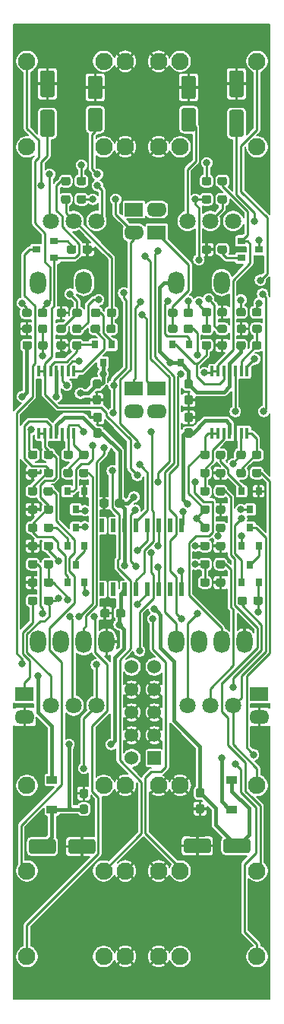
<source format=gbr>
G04 #@! TF.GenerationSoftware,KiCad,Pcbnew,(5.1.9)-1*
G04 #@! TF.CreationDate,2021-09-10T16:45:40+02:00*
G04 #@! TF.ProjectId,Skis,536b6973-2e6b-4696-9361-645f70636258,rev?*
G04 #@! TF.SameCoordinates,Original*
G04 #@! TF.FileFunction,Copper,L1,Top*
G04 #@! TF.FilePolarity,Positive*
%FSLAX46Y46*%
G04 Gerber Fmt 4.6, Leading zero omitted, Abs format (unit mm)*
G04 Created by KiCad (PCBNEW (5.1.9)-1) date 2021-09-10 16:45:40*
%MOMM*%
%LPD*%
G01*
G04 APERTURE LIST*
G04 #@! TA.AperFunction,ComponentPad*
%ADD10O,1.800000X2.540000*%
G04 #@! TD*
G04 #@! TA.AperFunction,SMDPad,CuDef*
%ADD11R,1.200000X0.900000*%
G04 #@! TD*
G04 #@! TA.AperFunction,ComponentPad*
%ADD12C,1.930400*%
G04 #@! TD*
G04 #@! TA.AperFunction,ComponentPad*
%ADD13C,1.524000*%
G04 #@! TD*
G04 #@! TA.AperFunction,ComponentPad*
%ADD14R,1.524000X1.524000*%
G04 #@! TD*
G04 #@! TA.AperFunction,ComponentPad*
%ADD15R,2.048000X1.524000*%
G04 #@! TD*
G04 #@! TA.AperFunction,SMDPad,CuDef*
%ADD16R,0.800000X0.900000*%
G04 #@! TD*
G04 #@! TA.AperFunction,SMDPad,CuDef*
%ADD17R,0.900000X0.800000*%
G04 #@! TD*
G04 #@! TA.AperFunction,ComponentPad*
%ADD18C,1.800000*%
G04 #@! TD*
G04 #@! TA.AperFunction,SMDPad,CuDef*
%ADD19R,0.400000X1.200000*%
G04 #@! TD*
G04 #@! TA.AperFunction,SMDPad,CuDef*
%ADD20R,0.600000X1.500000*%
G04 #@! TD*
G04 #@! TA.AperFunction,ViaPad*
%ADD21C,0.800000*%
G04 #@! TD*
G04 #@! TA.AperFunction,Conductor*
%ADD22C,0.250000*%
G04 #@! TD*
G04 #@! TA.AperFunction,Conductor*
%ADD23C,0.450000*%
G04 #@! TD*
G04 #@! TA.AperFunction,Conductor*
%ADD24C,0.127000*%
G04 #@! TD*
G04 #@! TA.AperFunction,Conductor*
%ADD25C,0.100000*%
G04 #@! TD*
G04 APERTURE END LIST*
D10*
X88265000Y-86868000D03*
X90805000Y-86868000D03*
X93345000Y-86868000D03*
X95885000Y-86868000D03*
X88265000Y-46863000D03*
X93345000Y-46863000D03*
G04 #@! TA.AperFunction,SMDPad,CuDef*
G36*
G01*
X92869500Y-52244000D02*
X92869500Y-51769000D01*
G75*
G02*
X93107000Y-51531500I237500J0D01*
G01*
X93682000Y-51531500D01*
G75*
G02*
X93919500Y-51769000I0J-237500D01*
G01*
X93919500Y-52244000D01*
G75*
G02*
X93682000Y-52481500I-237500J0D01*
G01*
X93107000Y-52481500D01*
G75*
G02*
X92869500Y-52244000I0J237500D01*
G01*
G37*
G04 #@! TD.AperFunction*
G04 #@! TA.AperFunction,SMDPad,CuDef*
G36*
G01*
X91119500Y-52244000D02*
X91119500Y-51769000D01*
G75*
G02*
X91357000Y-51531500I237500J0D01*
G01*
X91932000Y-51531500D01*
G75*
G02*
X92169500Y-51769000I0J-237500D01*
G01*
X92169500Y-52244000D01*
G75*
G02*
X91932000Y-52481500I-237500J0D01*
G01*
X91357000Y-52481500D01*
G75*
G02*
X91119500Y-52244000I0J237500D01*
G01*
G37*
G04 #@! TD.AperFunction*
G04 #@! TA.AperFunction,SMDPad,CuDef*
G36*
G01*
X95120000Y-82533500D02*
X95120000Y-82058500D01*
G75*
G02*
X95357500Y-81821000I237500J0D01*
G01*
X95932500Y-81821000D01*
G75*
G02*
X96170000Y-82058500I0J-237500D01*
G01*
X96170000Y-82533500D01*
G75*
G02*
X95932500Y-82771000I-237500J0D01*
G01*
X95357500Y-82771000D01*
G75*
G02*
X95120000Y-82533500I0J237500D01*
G01*
G37*
G04 #@! TD.AperFunction*
G04 #@! TA.AperFunction,SMDPad,CuDef*
G36*
G01*
X96870000Y-82533500D02*
X96870000Y-82058500D01*
G75*
G02*
X97107500Y-81821000I237500J0D01*
G01*
X97682500Y-81821000D01*
G75*
G02*
X97920000Y-82058500I0J-237500D01*
G01*
X97920000Y-82533500D01*
G75*
G02*
X97682500Y-82771000I-237500J0D01*
G01*
X97107500Y-82771000D01*
G75*
G02*
X96870000Y-82533500I0J237500D01*
G01*
G37*
G04 #@! TD.AperFunction*
G04 #@! TA.AperFunction,SMDPad,CuDef*
G36*
G01*
X90212000Y-26424000D02*
X89112000Y-26424000D01*
G75*
G02*
X88862000Y-26174000I0J250000D01*
G01*
X88862000Y-24074000D01*
G75*
G02*
X89112000Y-23824000I250000J0D01*
G01*
X90212000Y-23824000D01*
G75*
G02*
X90462000Y-24074000I0J-250000D01*
G01*
X90462000Y-26174000D01*
G75*
G02*
X90212000Y-26424000I-250000J0D01*
G01*
G37*
G04 #@! TD.AperFunction*
G04 #@! TA.AperFunction,SMDPad,CuDef*
G36*
G01*
X90212000Y-30024000D02*
X89112000Y-30024000D01*
G75*
G02*
X88862000Y-29774000I0J250000D01*
G01*
X88862000Y-27674000D01*
G75*
G02*
X89112000Y-27424000I250000J0D01*
G01*
X90212000Y-27424000D01*
G75*
G02*
X90462000Y-27674000I0J-250000D01*
G01*
X90462000Y-29774000D01*
G75*
G02*
X90212000Y-30024000I-250000J0D01*
G01*
G37*
G04 #@! TD.AperFunction*
G04 #@! TA.AperFunction,SMDPad,CuDef*
G36*
G01*
X95546000Y-26224000D02*
X94446000Y-26224000D01*
G75*
G02*
X94196000Y-25974000I0J250000D01*
G01*
X94196000Y-23474000D01*
G75*
G02*
X94446000Y-23224000I250000J0D01*
G01*
X95546000Y-23224000D01*
G75*
G02*
X95796000Y-23474000I0J-250000D01*
G01*
X95796000Y-25974000D01*
G75*
G02*
X95546000Y-26224000I-250000J0D01*
G01*
G37*
G04 #@! TD.AperFunction*
G04 #@! TA.AperFunction,SMDPad,CuDef*
G36*
G01*
X95546000Y-30624000D02*
X94446000Y-30624000D01*
G75*
G02*
X94196000Y-30374000I0J250000D01*
G01*
X94196000Y-27874000D01*
G75*
G02*
X94446000Y-27624000I250000J0D01*
G01*
X95546000Y-27624000D01*
G75*
G02*
X95796000Y-27874000I0J-250000D01*
G01*
X95796000Y-30374000D01*
G75*
G02*
X95546000Y-30624000I-250000J0D01*
G01*
G37*
G04 #@! TD.AperFunction*
G04 #@! TA.AperFunction,SMDPad,CuDef*
G36*
G01*
X71865000Y-110214500D02*
X71865000Y-109114500D01*
G75*
G02*
X72115000Y-108864500I250000J0D01*
G01*
X74615000Y-108864500D01*
G75*
G02*
X74865000Y-109114500I0J-250000D01*
G01*
X74865000Y-110214500D01*
G75*
G02*
X74615000Y-110464500I-250000J0D01*
G01*
X72115000Y-110464500D01*
G75*
G02*
X71865000Y-110214500I0J250000D01*
G01*
G37*
G04 #@! TD.AperFunction*
G04 #@! TA.AperFunction,SMDPad,CuDef*
G36*
G01*
X76265000Y-110214500D02*
X76265000Y-109114500D01*
G75*
G02*
X76515000Y-108864500I250000J0D01*
G01*
X79015000Y-108864500D01*
G75*
G02*
X79265000Y-109114500I0J-250000D01*
G01*
X79265000Y-110214500D01*
G75*
G02*
X79015000Y-110464500I-250000J0D01*
G01*
X76515000Y-110464500D01*
G75*
G02*
X76265000Y-110214500I0J250000D01*
G01*
G37*
G04 #@! TD.AperFunction*
G04 #@! TA.AperFunction,SMDPad,CuDef*
G36*
G01*
X93537000Y-110151000D02*
X93537000Y-109051000D01*
G75*
G02*
X93787000Y-108801000I250000J0D01*
G01*
X96287000Y-108801000D01*
G75*
G02*
X96537000Y-109051000I0J-250000D01*
G01*
X96537000Y-110151000D01*
G75*
G02*
X96287000Y-110401000I-250000J0D01*
G01*
X93787000Y-110401000D01*
G75*
G02*
X93537000Y-110151000I0J250000D01*
G01*
G37*
G04 #@! TD.AperFunction*
G04 #@! TA.AperFunction,SMDPad,CuDef*
G36*
G01*
X89137000Y-110151000D02*
X89137000Y-109051000D01*
G75*
G02*
X89387000Y-108801000I250000J0D01*
G01*
X91887000Y-108801000D01*
G75*
G02*
X92137000Y-109051000I0J-250000D01*
G01*
X92137000Y-110151000D01*
G75*
G02*
X91887000Y-110401000I-250000J0D01*
G01*
X89387000Y-110401000D01*
G75*
G02*
X89137000Y-110151000I0J250000D01*
G01*
G37*
G04 #@! TD.AperFunction*
G04 #@! TA.AperFunction,SMDPad,CuDef*
G36*
G01*
X78215500Y-104284000D02*
X77740500Y-104284000D01*
G75*
G02*
X77503000Y-104046500I0J237500D01*
G01*
X77503000Y-103471500D01*
G75*
G02*
X77740500Y-103234000I237500J0D01*
G01*
X78215500Y-103234000D01*
G75*
G02*
X78453000Y-103471500I0J-237500D01*
G01*
X78453000Y-104046500D01*
G75*
G02*
X78215500Y-104284000I-237500J0D01*
G01*
G37*
G04 #@! TD.AperFunction*
G04 #@! TA.AperFunction,SMDPad,CuDef*
G36*
G01*
X78215500Y-106034000D02*
X77740500Y-106034000D01*
G75*
G02*
X77503000Y-105796500I0J237500D01*
G01*
X77503000Y-105221500D01*
G75*
G02*
X77740500Y-104984000I237500J0D01*
G01*
X78215500Y-104984000D01*
G75*
G02*
X78453000Y-105221500I0J-237500D01*
G01*
X78453000Y-105796500D01*
G75*
G02*
X78215500Y-106034000I-237500J0D01*
G01*
G37*
G04 #@! TD.AperFunction*
G04 #@! TA.AperFunction,SMDPad,CuDef*
G36*
G01*
X91169500Y-105984500D02*
X90694500Y-105984500D01*
G75*
G02*
X90457000Y-105747000I0J237500D01*
G01*
X90457000Y-105172000D01*
G75*
G02*
X90694500Y-104934500I237500J0D01*
G01*
X91169500Y-104934500D01*
G75*
G02*
X91407000Y-105172000I0J-237500D01*
G01*
X91407000Y-105747000D01*
G75*
G02*
X91169500Y-105984500I-237500J0D01*
G01*
G37*
G04 #@! TD.AperFunction*
G04 #@! TA.AperFunction,SMDPad,CuDef*
G36*
G01*
X91169500Y-104234500D02*
X90694500Y-104234500D01*
G75*
G02*
X90457000Y-103997000I0J237500D01*
G01*
X90457000Y-103422000D01*
G75*
G02*
X90694500Y-103184500I237500J0D01*
G01*
X91169500Y-103184500D01*
G75*
G02*
X91407000Y-103422000I0J-237500D01*
G01*
X91407000Y-103997000D01*
G75*
G02*
X91169500Y-104234500I-237500J0D01*
G01*
G37*
G04 #@! TD.AperFunction*
G04 #@! TA.AperFunction,SMDPad,CuDef*
G36*
G01*
X89424500Y-57641000D02*
X89899500Y-57641000D01*
G75*
G02*
X90137000Y-57878500I0J-237500D01*
G01*
X90137000Y-58453500D01*
G75*
G02*
X89899500Y-58691000I-237500J0D01*
G01*
X89424500Y-58691000D01*
G75*
G02*
X89187000Y-58453500I0J237500D01*
G01*
X89187000Y-57878500D01*
G75*
G02*
X89424500Y-57641000I237500J0D01*
G01*
G37*
G04 #@! TD.AperFunction*
G04 #@! TA.AperFunction,SMDPad,CuDef*
G36*
G01*
X89424500Y-59391000D02*
X89899500Y-59391000D01*
G75*
G02*
X90137000Y-59628500I0J-237500D01*
G01*
X90137000Y-60203500D01*
G75*
G02*
X89899500Y-60441000I-237500J0D01*
G01*
X89424500Y-60441000D01*
G75*
G02*
X89187000Y-60203500I0J237500D01*
G01*
X89187000Y-59628500D01*
G75*
G02*
X89424500Y-59391000I237500J0D01*
G01*
G37*
G04 #@! TD.AperFunction*
G04 #@! TA.AperFunction,SMDPad,CuDef*
G36*
G01*
X89424500Y-63088000D02*
X89899500Y-63088000D01*
G75*
G02*
X90137000Y-63325500I0J-237500D01*
G01*
X90137000Y-63900500D01*
G75*
G02*
X89899500Y-64138000I-237500J0D01*
G01*
X89424500Y-64138000D01*
G75*
G02*
X89187000Y-63900500I0J237500D01*
G01*
X89187000Y-63325500D01*
G75*
G02*
X89424500Y-63088000I237500J0D01*
G01*
G37*
G04 #@! TD.AperFunction*
G04 #@! TA.AperFunction,SMDPad,CuDef*
G36*
G01*
X89424500Y-61338000D02*
X89899500Y-61338000D01*
G75*
G02*
X90137000Y-61575500I0J-237500D01*
G01*
X90137000Y-62150500D01*
G75*
G02*
X89899500Y-62388000I-237500J0D01*
G01*
X89424500Y-62388000D01*
G75*
G02*
X89187000Y-62150500I0J237500D01*
G01*
X89187000Y-61575500D01*
G75*
G02*
X89424500Y-61338000I237500J0D01*
G01*
G37*
G04 #@! TD.AperFunction*
G04 #@! TA.AperFunction,SMDPad,CuDef*
G36*
G01*
X82602500Y-83455500D02*
X82602500Y-83930500D01*
G75*
G02*
X82365000Y-84168000I-237500J0D01*
G01*
X81790000Y-84168000D01*
G75*
G02*
X81552500Y-83930500I0J237500D01*
G01*
X81552500Y-83455500D01*
G75*
G02*
X81790000Y-83218000I237500J0D01*
G01*
X82365000Y-83218000D01*
G75*
G02*
X82602500Y-83455500I0J-237500D01*
G01*
G37*
G04 #@! TD.AperFunction*
G04 #@! TA.AperFunction,SMDPad,CuDef*
G36*
G01*
X80852500Y-83455500D02*
X80852500Y-83930500D01*
G75*
G02*
X80615000Y-84168000I-237500J0D01*
G01*
X80040000Y-84168000D01*
G75*
G02*
X79802500Y-83930500I0J237500D01*
G01*
X79802500Y-83455500D01*
G75*
G02*
X80040000Y-83218000I237500J0D01*
G01*
X80615000Y-83218000D01*
G75*
G02*
X80852500Y-83455500I0J-237500D01*
G01*
G37*
G04 #@! TD.AperFunction*
G04 #@! TA.AperFunction,SMDPad,CuDef*
G36*
G01*
X81453500Y-71675000D02*
X81453500Y-71200000D01*
G75*
G02*
X81691000Y-70962500I237500J0D01*
G01*
X82266000Y-70962500D01*
G75*
G02*
X82503500Y-71200000I0J-237500D01*
G01*
X82503500Y-71675000D01*
G75*
G02*
X82266000Y-71912500I-237500J0D01*
G01*
X81691000Y-71912500D01*
G75*
G02*
X81453500Y-71675000I0J237500D01*
G01*
G37*
G04 #@! TD.AperFunction*
G04 #@! TA.AperFunction,SMDPad,CuDef*
G36*
G01*
X79703500Y-71675000D02*
X79703500Y-71200000D01*
G75*
G02*
X79941000Y-70962500I237500J0D01*
G01*
X80516000Y-70962500D01*
G75*
G02*
X80753500Y-71200000I0J-237500D01*
G01*
X80753500Y-71675000D01*
G75*
G02*
X80516000Y-71912500I-237500J0D01*
G01*
X79941000Y-71912500D01*
G75*
G02*
X79703500Y-71675000I0J237500D01*
G01*
G37*
G04 #@! TD.AperFunction*
D11*
X74422000Y-105536000D03*
X74422000Y-102236000D03*
X94488000Y-102236000D03*
X94488000Y-105536000D03*
D12*
X97282000Y-22225000D03*
X86309200Y-22225000D03*
X88722200Y-22225000D03*
X97281999Y-112395000D03*
X86309199Y-112395000D03*
X88722199Y-112395000D03*
X97282000Y-102870000D03*
X86309200Y-102870000D03*
X88722200Y-102870000D03*
X88722200Y-121920000D03*
X86309200Y-121920000D03*
X97282000Y-121920000D03*
X88722200Y-31750000D03*
X86309200Y-31750000D03*
X97282000Y-31750000D03*
D13*
X83312000Y-89662000D03*
X85852000Y-89662000D03*
X83312000Y-92202000D03*
X85852000Y-92202000D03*
X83312000Y-94742000D03*
X85852000Y-94742000D03*
X83312000Y-97282000D03*
X85852000Y-97282000D03*
X83312000Y-99822000D03*
D14*
X85852000Y-99822000D03*
D15*
X97536000Y-92710000D03*
G04 #@! TA.AperFunction,ComponentPad*
G36*
G01*
X96512000Y-95509080D02*
X96512000Y-94990920D01*
G75*
G02*
X97014920Y-94488000I502920J0D01*
G01*
X98057080Y-94488000D01*
G75*
G02*
X98560000Y-94990920I0J-502920D01*
G01*
X98560000Y-95509080D01*
G75*
G02*
X98057080Y-96012000I-502920J0D01*
G01*
X97014920Y-96012000D01*
G75*
G02*
X96512000Y-95509080I0J502920D01*
G01*
G37*
G04 #@! TD.AperFunction*
G04 #@! TA.AperFunction,ComponentPad*
G36*
G01*
X85082000Y-61473080D02*
X85082000Y-60954920D01*
G75*
G02*
X85584920Y-60452000I502920J0D01*
G01*
X86627080Y-60452000D01*
G75*
G02*
X87130000Y-60954920I0J-502920D01*
G01*
X87130000Y-61473080D01*
G75*
G02*
X86627080Y-61976000I-502920J0D01*
G01*
X85584920Y-61976000D01*
G75*
G02*
X85082000Y-61473080I0J502920D01*
G01*
G37*
G04 #@! TD.AperFunction*
X86106000Y-58674000D03*
G04 #@! TA.AperFunction,ComponentPad*
G36*
G01*
X87130000Y-38475920D02*
X87130000Y-38994080D01*
G75*
G02*
X86627080Y-39497000I-502920J0D01*
G01*
X85584920Y-39497000D01*
G75*
G02*
X85082000Y-38994080I0J502920D01*
G01*
X85082000Y-38475920D01*
G75*
G02*
X85584920Y-37973000I502920J0D01*
G01*
X86627080Y-37973000D01*
G75*
G02*
X87130000Y-38475920I0J-502920D01*
G01*
G37*
G04 #@! TD.AperFunction*
X86106000Y-41275000D03*
D16*
X96520000Y-74184000D03*
X97470000Y-76184000D03*
X95570000Y-76184000D03*
X95570000Y-80264000D03*
X97470000Y-80264000D03*
X96520000Y-78264000D03*
X96520000Y-72120000D03*
X95570000Y-70120000D03*
X97470000Y-70120000D03*
X88770500Y-55784500D03*
X87820500Y-53784500D03*
X89720500Y-53784500D03*
D17*
X95520000Y-42230000D03*
X95520000Y-44130000D03*
X97520000Y-43180000D03*
G04 #@! TA.AperFunction,SMDPad,CuDef*
G36*
G01*
X90943000Y-74405500D02*
X90943000Y-73930500D01*
G75*
G02*
X91180500Y-73693000I237500J0D01*
G01*
X91755500Y-73693000D01*
G75*
G02*
X91993000Y-73930500I0J-237500D01*
G01*
X91993000Y-74405500D01*
G75*
G02*
X91755500Y-74643000I-237500J0D01*
G01*
X91180500Y-74643000D01*
G75*
G02*
X90943000Y-74405500I0J237500D01*
G01*
G37*
G04 #@! TD.AperFunction*
G04 #@! TA.AperFunction,SMDPad,CuDef*
G36*
G01*
X92693000Y-74405500D02*
X92693000Y-73930500D01*
G75*
G02*
X92930500Y-73693000I237500J0D01*
G01*
X93505500Y-73693000D01*
G75*
G02*
X93743000Y-73930500I0J-237500D01*
G01*
X93743000Y-74405500D01*
G75*
G02*
X93505500Y-74643000I-237500J0D01*
G01*
X92930500Y-74643000D01*
G75*
G02*
X92693000Y-74405500I0J237500D01*
G01*
G37*
G04 #@! TD.AperFunction*
G04 #@! TA.AperFunction,SMDPad,CuDef*
G36*
G01*
X93743000Y-71898500D02*
X93743000Y-72373500D01*
G75*
G02*
X93505500Y-72611000I-237500J0D01*
G01*
X92930500Y-72611000D01*
G75*
G02*
X92693000Y-72373500I0J237500D01*
G01*
X92693000Y-71898500D01*
G75*
G02*
X92930500Y-71661000I237500J0D01*
G01*
X93505500Y-71661000D01*
G75*
G02*
X93743000Y-71898500I0J-237500D01*
G01*
G37*
G04 #@! TD.AperFunction*
G04 #@! TA.AperFunction,SMDPad,CuDef*
G36*
G01*
X91993000Y-71898500D02*
X91993000Y-72373500D01*
G75*
G02*
X91755500Y-72611000I-237500J0D01*
G01*
X91180500Y-72611000D01*
G75*
G02*
X90943000Y-72373500I0J237500D01*
G01*
X90943000Y-71898500D01*
G75*
G02*
X91180500Y-71661000I237500J0D01*
G01*
X91755500Y-71661000D01*
G75*
G02*
X91993000Y-71898500I0J-237500D01*
G01*
G37*
G04 #@! TD.AperFunction*
G04 #@! TA.AperFunction,SMDPad,CuDef*
G36*
G01*
X90943000Y-70341500D02*
X90943000Y-69866500D01*
G75*
G02*
X91180500Y-69629000I237500J0D01*
G01*
X91755500Y-69629000D01*
G75*
G02*
X91993000Y-69866500I0J-237500D01*
G01*
X91993000Y-70341500D01*
G75*
G02*
X91755500Y-70579000I-237500J0D01*
G01*
X91180500Y-70579000D01*
G75*
G02*
X90943000Y-70341500I0J237500D01*
G01*
G37*
G04 #@! TD.AperFunction*
G04 #@! TA.AperFunction,SMDPad,CuDef*
G36*
G01*
X92693000Y-70341500D02*
X92693000Y-69866500D01*
G75*
G02*
X92930500Y-69629000I237500J0D01*
G01*
X93505500Y-69629000D01*
G75*
G02*
X93743000Y-69866500I0J-237500D01*
G01*
X93743000Y-70341500D01*
G75*
G02*
X93505500Y-70579000I-237500J0D01*
G01*
X92930500Y-70579000D01*
G75*
G02*
X92693000Y-70341500I0J237500D01*
G01*
G37*
G04 #@! TD.AperFunction*
G04 #@! TA.AperFunction,SMDPad,CuDef*
G36*
G01*
X97779000Y-49927500D02*
X97779000Y-50402500D01*
G75*
G02*
X97541500Y-50640000I-237500J0D01*
G01*
X96966500Y-50640000D01*
G75*
G02*
X96729000Y-50402500I0J237500D01*
G01*
X96729000Y-49927500D01*
G75*
G02*
X96966500Y-49690000I237500J0D01*
G01*
X97541500Y-49690000D01*
G75*
G02*
X97779000Y-49927500I0J-237500D01*
G01*
G37*
G04 #@! TD.AperFunction*
G04 #@! TA.AperFunction,SMDPad,CuDef*
G36*
G01*
X96029000Y-49927500D02*
X96029000Y-50402500D01*
G75*
G02*
X95791500Y-50640000I-237500J0D01*
G01*
X95216500Y-50640000D01*
G75*
G02*
X94979000Y-50402500I0J237500D01*
G01*
X94979000Y-49927500D01*
G75*
G02*
X95216500Y-49690000I237500J0D01*
G01*
X95791500Y-49690000D01*
G75*
G02*
X96029000Y-49927500I0J-237500D01*
G01*
G37*
G04 #@! TD.AperFunction*
G04 #@! TA.AperFunction,SMDPad,CuDef*
G36*
G01*
X96029000Y-53610500D02*
X96029000Y-54085500D01*
G75*
G02*
X95791500Y-54323000I-237500J0D01*
G01*
X95216500Y-54323000D01*
G75*
G02*
X94979000Y-54085500I0J237500D01*
G01*
X94979000Y-53610500D01*
G75*
G02*
X95216500Y-53373000I237500J0D01*
G01*
X95791500Y-53373000D01*
G75*
G02*
X96029000Y-53610500I0J-237500D01*
G01*
G37*
G04 #@! TD.AperFunction*
G04 #@! TA.AperFunction,SMDPad,CuDef*
G36*
G01*
X97779000Y-53610500D02*
X97779000Y-54085500D01*
G75*
G02*
X97541500Y-54323000I-237500J0D01*
G01*
X96966500Y-54323000D01*
G75*
G02*
X96729000Y-54085500I0J237500D01*
G01*
X96729000Y-53610500D01*
G75*
G02*
X96966500Y-53373000I237500J0D01*
G01*
X97541500Y-53373000D01*
G75*
G02*
X97779000Y-53610500I0J-237500D01*
G01*
G37*
G04 #@! TD.AperFunction*
G04 #@! TA.AperFunction,SMDPad,CuDef*
G36*
G01*
X93743000Y-67834500D02*
X93743000Y-68309500D01*
G75*
G02*
X93505500Y-68547000I-237500J0D01*
G01*
X92930500Y-68547000D01*
G75*
G02*
X92693000Y-68309500I0J237500D01*
G01*
X92693000Y-67834500D01*
G75*
G02*
X92930500Y-67597000I237500J0D01*
G01*
X93505500Y-67597000D01*
G75*
G02*
X93743000Y-67834500I0J-237500D01*
G01*
G37*
G04 #@! TD.AperFunction*
G04 #@! TA.AperFunction,SMDPad,CuDef*
G36*
G01*
X91993000Y-67834500D02*
X91993000Y-68309500D01*
G75*
G02*
X91755500Y-68547000I-237500J0D01*
G01*
X91180500Y-68547000D01*
G75*
G02*
X90943000Y-68309500I0J237500D01*
G01*
X90943000Y-67834500D01*
G75*
G02*
X91180500Y-67597000I237500J0D01*
G01*
X91755500Y-67597000D01*
G75*
G02*
X91993000Y-67834500I0J-237500D01*
G01*
G37*
G04 #@! TD.AperFunction*
G04 #@! TA.AperFunction,SMDPad,CuDef*
G36*
G01*
X95007000Y-52244000D02*
X95007000Y-51769000D01*
G75*
G02*
X95244500Y-51531500I237500J0D01*
G01*
X95819500Y-51531500D01*
G75*
G02*
X96057000Y-51769000I0J-237500D01*
G01*
X96057000Y-52244000D01*
G75*
G02*
X95819500Y-52481500I-237500J0D01*
G01*
X95244500Y-52481500D01*
G75*
G02*
X95007000Y-52244000I0J237500D01*
G01*
G37*
G04 #@! TD.AperFunction*
G04 #@! TA.AperFunction,SMDPad,CuDef*
G36*
G01*
X96757000Y-52244000D02*
X96757000Y-51769000D01*
G75*
G02*
X96994500Y-51531500I237500J0D01*
G01*
X97569500Y-51531500D01*
G75*
G02*
X97807000Y-51769000I0J-237500D01*
G01*
X97807000Y-52244000D01*
G75*
G02*
X97569500Y-52481500I-237500J0D01*
G01*
X96994500Y-52481500D01*
G75*
G02*
X96757000Y-52244000I0J237500D01*
G01*
G37*
G04 #@! TD.AperFunction*
G04 #@! TA.AperFunction,SMDPad,CuDef*
G36*
G01*
X92183500Y-49927500D02*
X92183500Y-50402500D01*
G75*
G02*
X91946000Y-50640000I-237500J0D01*
G01*
X91371000Y-50640000D01*
G75*
G02*
X91133500Y-50402500I0J237500D01*
G01*
X91133500Y-49927500D01*
G75*
G02*
X91371000Y-49690000I237500J0D01*
G01*
X91946000Y-49690000D01*
G75*
G02*
X92183500Y-49927500I0J-237500D01*
G01*
G37*
G04 #@! TD.AperFunction*
G04 #@! TA.AperFunction,SMDPad,CuDef*
G36*
G01*
X93933500Y-49927500D02*
X93933500Y-50402500D01*
G75*
G02*
X93696000Y-50640000I-237500J0D01*
G01*
X93121000Y-50640000D01*
G75*
G02*
X92883500Y-50402500I0J237500D01*
G01*
X92883500Y-49927500D01*
G75*
G02*
X93121000Y-49690000I237500J0D01*
G01*
X93696000Y-49690000D01*
G75*
G02*
X93933500Y-49927500I0J-237500D01*
G01*
G37*
G04 #@! TD.AperFunction*
G04 #@! TA.AperFunction,SMDPad,CuDef*
G36*
G01*
X91993000Y-77994500D02*
X91993000Y-78469500D01*
G75*
G02*
X91755500Y-78707000I-237500J0D01*
G01*
X91180500Y-78707000D01*
G75*
G02*
X90943000Y-78469500I0J237500D01*
G01*
X90943000Y-77994500D01*
G75*
G02*
X91180500Y-77757000I237500J0D01*
G01*
X91755500Y-77757000D01*
G75*
G02*
X91993000Y-77994500I0J-237500D01*
G01*
G37*
G04 #@! TD.AperFunction*
G04 #@! TA.AperFunction,SMDPad,CuDef*
G36*
G01*
X93743000Y-77994500D02*
X93743000Y-78469500D01*
G75*
G02*
X93505500Y-78707000I-237500J0D01*
G01*
X92930500Y-78707000D01*
G75*
G02*
X92693000Y-78469500I0J237500D01*
G01*
X92693000Y-77994500D01*
G75*
G02*
X92930500Y-77757000I237500J0D01*
G01*
X93505500Y-77757000D01*
G75*
G02*
X93743000Y-77994500I0J-237500D01*
G01*
G37*
G04 #@! TD.AperFunction*
G04 #@! TA.AperFunction,SMDPad,CuDef*
G36*
G01*
X93743000Y-80026500D02*
X93743000Y-80501500D01*
G75*
G02*
X93505500Y-80739000I-237500J0D01*
G01*
X92930500Y-80739000D01*
G75*
G02*
X92693000Y-80501500I0J237500D01*
G01*
X92693000Y-80026500D01*
G75*
G02*
X92930500Y-79789000I237500J0D01*
G01*
X93505500Y-79789000D01*
G75*
G02*
X93743000Y-80026500I0J-237500D01*
G01*
G37*
G04 #@! TD.AperFunction*
G04 #@! TA.AperFunction,SMDPad,CuDef*
G36*
G01*
X91993000Y-80026500D02*
X91993000Y-80501500D01*
G75*
G02*
X91755500Y-80739000I-237500J0D01*
G01*
X91180500Y-80739000D01*
G75*
G02*
X90943000Y-80501500I0J237500D01*
G01*
X90943000Y-80026500D01*
G75*
G02*
X91180500Y-79789000I237500J0D01*
G01*
X91755500Y-79789000D01*
G75*
G02*
X91993000Y-80026500I0J-237500D01*
G01*
G37*
G04 #@! TD.AperFunction*
G04 #@! TA.AperFunction,SMDPad,CuDef*
G36*
G01*
X91993000Y-65802500D02*
X91993000Y-66277500D01*
G75*
G02*
X91755500Y-66515000I-237500J0D01*
G01*
X91180500Y-66515000D01*
G75*
G02*
X90943000Y-66277500I0J237500D01*
G01*
X90943000Y-65802500D01*
G75*
G02*
X91180500Y-65565000I237500J0D01*
G01*
X91755500Y-65565000D01*
G75*
G02*
X91993000Y-65802500I0J-237500D01*
G01*
G37*
G04 #@! TD.AperFunction*
G04 #@! TA.AperFunction,SMDPad,CuDef*
G36*
G01*
X93743000Y-65802500D02*
X93743000Y-66277500D01*
G75*
G02*
X93505500Y-66515000I-237500J0D01*
G01*
X92930500Y-66515000D01*
G75*
G02*
X92693000Y-66277500I0J237500D01*
G01*
X92693000Y-65802500D01*
G75*
G02*
X92930500Y-65565000I237500J0D01*
G01*
X93505500Y-65565000D01*
G75*
G02*
X93743000Y-65802500I0J-237500D01*
G01*
G37*
G04 #@! TD.AperFunction*
G04 #@! TA.AperFunction,SMDPad,CuDef*
G36*
G01*
X91993000Y-75962500D02*
X91993000Y-76437500D01*
G75*
G02*
X91755500Y-76675000I-237500J0D01*
G01*
X91180500Y-76675000D01*
G75*
G02*
X90943000Y-76437500I0J237500D01*
G01*
X90943000Y-75962500D01*
G75*
G02*
X91180500Y-75725000I237500J0D01*
G01*
X91755500Y-75725000D01*
G75*
G02*
X91993000Y-75962500I0J-237500D01*
G01*
G37*
G04 #@! TD.AperFunction*
G04 #@! TA.AperFunction,SMDPad,CuDef*
G36*
G01*
X93743000Y-75962500D02*
X93743000Y-76437500D01*
G75*
G02*
X93505500Y-76675000I-237500J0D01*
G01*
X92930500Y-76675000D01*
G75*
G02*
X92693000Y-76437500I0J237500D01*
G01*
X92693000Y-75962500D01*
G75*
G02*
X92930500Y-75725000I237500J0D01*
G01*
X93505500Y-75725000D01*
G75*
G02*
X93743000Y-75962500I0J-237500D01*
G01*
G37*
G04 #@! TD.AperFunction*
G04 #@! TA.AperFunction,SMDPad,CuDef*
G36*
G01*
X92883500Y-37829500D02*
X92883500Y-37354500D01*
G75*
G02*
X93121000Y-37117000I237500J0D01*
G01*
X93696000Y-37117000D01*
G75*
G02*
X93933500Y-37354500I0J-237500D01*
G01*
X93933500Y-37829500D01*
G75*
G02*
X93696000Y-38067000I-237500J0D01*
G01*
X93121000Y-38067000D01*
G75*
G02*
X92883500Y-37829500I0J237500D01*
G01*
G37*
G04 #@! TD.AperFunction*
G04 #@! TA.AperFunction,SMDPad,CuDef*
G36*
G01*
X91133500Y-37829500D02*
X91133500Y-37354500D01*
G75*
G02*
X91371000Y-37117000I237500J0D01*
G01*
X91946000Y-37117000D01*
G75*
G02*
X92183500Y-37354500I0J-237500D01*
G01*
X92183500Y-37829500D01*
G75*
G02*
X91946000Y-38067000I-237500J0D01*
G01*
X91371000Y-38067000D01*
G75*
G02*
X91133500Y-37829500I0J237500D01*
G01*
G37*
G04 #@! TD.AperFunction*
G04 #@! TA.AperFunction,SMDPad,CuDef*
G36*
G01*
X88409000Y-49991000D02*
X88409000Y-50466000D01*
G75*
G02*
X88171500Y-50703500I-237500J0D01*
G01*
X87596500Y-50703500D01*
G75*
G02*
X87359000Y-50466000I0J237500D01*
G01*
X87359000Y-49991000D01*
G75*
G02*
X87596500Y-49753500I237500J0D01*
G01*
X88171500Y-49753500D01*
G75*
G02*
X88409000Y-49991000I0J-237500D01*
G01*
G37*
G04 #@! TD.AperFunction*
G04 #@! TA.AperFunction,SMDPad,CuDef*
G36*
G01*
X90159000Y-49991000D02*
X90159000Y-50466000D01*
G75*
G02*
X89921500Y-50703500I-237500J0D01*
G01*
X89346500Y-50703500D01*
G75*
G02*
X89109000Y-50466000I0J237500D01*
G01*
X89109000Y-49991000D01*
G75*
G02*
X89346500Y-49753500I237500J0D01*
G01*
X89921500Y-49753500D01*
G75*
G02*
X90159000Y-49991000I0J-237500D01*
G01*
G37*
G04 #@! TD.AperFunction*
G04 #@! TA.AperFunction,SMDPad,CuDef*
G36*
G01*
X94979000Y-66277500D02*
X94979000Y-65802500D01*
G75*
G02*
X95216500Y-65565000I237500J0D01*
G01*
X95791500Y-65565000D01*
G75*
G02*
X96029000Y-65802500I0J-237500D01*
G01*
X96029000Y-66277500D01*
G75*
G02*
X95791500Y-66515000I-237500J0D01*
G01*
X95216500Y-66515000D01*
G75*
G02*
X94979000Y-66277500I0J237500D01*
G01*
G37*
G04 #@! TD.AperFunction*
G04 #@! TA.AperFunction,SMDPad,CuDef*
G36*
G01*
X96729000Y-66277500D02*
X96729000Y-65802500D01*
G75*
G02*
X96966500Y-65565000I237500J0D01*
G01*
X97541500Y-65565000D01*
G75*
G02*
X97779000Y-65802500I0J-237500D01*
G01*
X97779000Y-66277500D01*
G75*
G02*
X97541500Y-66515000I-237500J0D01*
G01*
X96966500Y-66515000D01*
G75*
G02*
X96729000Y-66277500I0J237500D01*
G01*
G37*
G04 #@! TD.AperFunction*
G04 #@! TA.AperFunction,SMDPad,CuDef*
G36*
G01*
X92169500Y-53610500D02*
X92169500Y-54085500D01*
G75*
G02*
X91932000Y-54323000I-237500J0D01*
G01*
X91357000Y-54323000D01*
G75*
G02*
X91119500Y-54085500I0J237500D01*
G01*
X91119500Y-53610500D01*
G75*
G02*
X91357000Y-53373000I237500J0D01*
G01*
X91932000Y-53373000D01*
G75*
G02*
X92169500Y-53610500I0J-237500D01*
G01*
G37*
G04 #@! TD.AperFunction*
G04 #@! TA.AperFunction,SMDPad,CuDef*
G36*
G01*
X93919500Y-53610500D02*
X93919500Y-54085500D01*
G75*
G02*
X93682000Y-54323000I-237500J0D01*
G01*
X93107000Y-54323000D01*
G75*
G02*
X92869500Y-54085500I0J237500D01*
G01*
X92869500Y-53610500D01*
G75*
G02*
X93107000Y-53373000I237500J0D01*
G01*
X93682000Y-53373000D01*
G75*
G02*
X93919500Y-53610500I0J-237500D01*
G01*
G37*
G04 #@! TD.AperFunction*
G04 #@! TA.AperFunction,SMDPad,CuDef*
G36*
G01*
X96743000Y-68309500D02*
X96743000Y-67834500D01*
G75*
G02*
X96980500Y-67597000I237500J0D01*
G01*
X97555500Y-67597000D01*
G75*
G02*
X97793000Y-67834500I0J-237500D01*
G01*
X97793000Y-68309500D01*
G75*
G02*
X97555500Y-68547000I-237500J0D01*
G01*
X96980500Y-68547000D01*
G75*
G02*
X96743000Y-68309500I0J237500D01*
G01*
G37*
G04 #@! TD.AperFunction*
G04 #@! TA.AperFunction,SMDPad,CuDef*
G36*
G01*
X94993000Y-68309500D02*
X94993000Y-67834500D01*
G75*
G02*
X95230500Y-67597000I237500J0D01*
G01*
X95805500Y-67597000D01*
G75*
G02*
X96043000Y-67834500I0J-237500D01*
G01*
X96043000Y-68309500D01*
G75*
G02*
X95805500Y-68547000I-237500J0D01*
G01*
X95230500Y-68547000D01*
G75*
G02*
X94993000Y-68309500I0J237500D01*
G01*
G37*
G04 #@! TD.AperFunction*
G04 #@! TA.AperFunction,SMDPad,CuDef*
G36*
G01*
X92183500Y-35322500D02*
X92183500Y-35797500D01*
G75*
G02*
X91946000Y-36035000I-237500J0D01*
G01*
X91371000Y-36035000D01*
G75*
G02*
X91133500Y-35797500I0J237500D01*
G01*
X91133500Y-35322500D01*
G75*
G02*
X91371000Y-35085000I237500J0D01*
G01*
X91946000Y-35085000D01*
G75*
G02*
X92183500Y-35322500I0J-237500D01*
G01*
G37*
G04 #@! TD.AperFunction*
G04 #@! TA.AperFunction,SMDPad,CuDef*
G36*
G01*
X93933500Y-35322500D02*
X93933500Y-35797500D01*
G75*
G02*
X93696000Y-36035000I-237500J0D01*
G01*
X93121000Y-36035000D01*
G75*
G02*
X92883500Y-35797500I0J237500D01*
G01*
X92883500Y-35322500D01*
G75*
G02*
X93121000Y-35085000I237500J0D01*
G01*
X93696000Y-35085000D01*
G75*
G02*
X93933500Y-35322500I0J-237500D01*
G01*
G37*
G04 #@! TD.AperFunction*
G04 #@! TA.AperFunction,SMDPad,CuDef*
G36*
G01*
X93933500Y-42942500D02*
X93933500Y-43417500D01*
G75*
G02*
X93696000Y-43655000I-237500J0D01*
G01*
X93121000Y-43655000D01*
G75*
G02*
X92883500Y-43417500I0J237500D01*
G01*
X92883500Y-42942500D01*
G75*
G02*
X93121000Y-42705000I237500J0D01*
G01*
X93696000Y-42705000D01*
G75*
G02*
X93933500Y-42942500I0J-237500D01*
G01*
G37*
G04 #@! TD.AperFunction*
G04 #@! TA.AperFunction,SMDPad,CuDef*
G36*
G01*
X92183500Y-42942500D02*
X92183500Y-43417500D01*
G75*
G02*
X91946000Y-43655000I-237500J0D01*
G01*
X91371000Y-43655000D01*
G75*
G02*
X91133500Y-43417500I0J237500D01*
G01*
X91133500Y-42942500D01*
G75*
G02*
X91371000Y-42705000I237500J0D01*
G01*
X91946000Y-42705000D01*
G75*
G02*
X92183500Y-42942500I0J-237500D01*
G01*
G37*
G04 #@! TD.AperFunction*
D18*
X94615000Y-93980000D03*
X92075000Y-93980000D03*
X89535000Y-93980000D03*
X89535000Y-40005000D03*
X92075000Y-40005000D03*
X94615000Y-40005000D03*
D19*
X96184000Y-63648000D03*
X95534000Y-63648000D03*
X94884000Y-63648000D03*
X94234000Y-63648000D03*
X93584000Y-63648000D03*
X92934000Y-63648000D03*
X92284000Y-63648000D03*
X92284000Y-56748000D03*
X92934000Y-56748000D03*
X93584000Y-56748000D03*
X94234000Y-56748000D03*
X94884000Y-56748000D03*
X95534000Y-56748000D03*
X96184000Y-56748000D03*
D20*
X88900000Y-81020000D03*
X87630000Y-81020000D03*
X86360000Y-81020000D03*
X85090000Y-81020000D03*
X83820000Y-81020000D03*
X82550000Y-81020000D03*
X81280000Y-81020000D03*
X80010000Y-81020000D03*
X80010000Y-73920000D03*
X81280000Y-73920000D03*
X82550000Y-73920000D03*
X83820000Y-73920000D03*
X85090000Y-73920000D03*
X86360000Y-73920000D03*
X87630000Y-73920000D03*
X88900000Y-73920000D03*
G04 #@! TA.AperFunction,SMDPad,CuDef*
G36*
G01*
X79201000Y-59391000D02*
X79676000Y-59391000D01*
G75*
G02*
X79913500Y-59628500I0J-237500D01*
G01*
X79913500Y-60203500D01*
G75*
G02*
X79676000Y-60441000I-237500J0D01*
G01*
X79201000Y-60441000D01*
G75*
G02*
X78963500Y-60203500I0J237500D01*
G01*
X78963500Y-59628500D01*
G75*
G02*
X79201000Y-59391000I237500J0D01*
G01*
G37*
G04 #@! TD.AperFunction*
G04 #@! TA.AperFunction,SMDPad,CuDef*
G36*
G01*
X79201000Y-57641000D02*
X79676000Y-57641000D01*
G75*
G02*
X79913500Y-57878500I0J-237500D01*
G01*
X79913500Y-58453500D01*
G75*
G02*
X79676000Y-58691000I-237500J0D01*
G01*
X79201000Y-58691000D01*
G75*
G02*
X78963500Y-58453500I0J237500D01*
G01*
X78963500Y-57878500D01*
G75*
G02*
X79201000Y-57641000I237500J0D01*
G01*
G37*
G04 #@! TD.AperFunction*
G04 #@! TA.AperFunction,SMDPad,CuDef*
G36*
G01*
X79264500Y-63088000D02*
X79739500Y-63088000D01*
G75*
G02*
X79977000Y-63325500I0J-237500D01*
G01*
X79977000Y-63900500D01*
G75*
G02*
X79739500Y-64138000I-237500J0D01*
G01*
X79264500Y-64138000D01*
G75*
G02*
X79027000Y-63900500I0J237500D01*
G01*
X79027000Y-63325500D01*
G75*
G02*
X79264500Y-63088000I237500J0D01*
G01*
G37*
G04 #@! TD.AperFunction*
G04 #@! TA.AperFunction,SMDPad,CuDef*
G36*
G01*
X79264500Y-61338000D02*
X79739500Y-61338000D01*
G75*
G02*
X79977000Y-61575500I0J-237500D01*
G01*
X79977000Y-62150500D01*
G75*
G02*
X79739500Y-62388000I-237500J0D01*
G01*
X79264500Y-62388000D01*
G75*
G02*
X79027000Y-62150500I0J237500D01*
G01*
X79027000Y-61575500D01*
G75*
G02*
X79264500Y-61338000I237500J0D01*
G01*
G37*
G04 #@! TD.AperFunction*
G04 #@! TA.AperFunction,SMDPad,CuDef*
G36*
G01*
X74927000Y-52244000D02*
X74927000Y-51769000D01*
G75*
G02*
X75164500Y-51531500I237500J0D01*
G01*
X75739500Y-51531500D01*
G75*
G02*
X75977000Y-51769000I0J-237500D01*
G01*
X75977000Y-52244000D01*
G75*
G02*
X75739500Y-52481500I-237500J0D01*
G01*
X75164500Y-52481500D01*
G75*
G02*
X74927000Y-52244000I0J237500D01*
G01*
G37*
G04 #@! TD.AperFunction*
G04 #@! TA.AperFunction,SMDPad,CuDef*
G36*
G01*
X76677000Y-52244000D02*
X76677000Y-51769000D01*
G75*
G02*
X76914500Y-51531500I237500J0D01*
G01*
X77489500Y-51531500D01*
G75*
G02*
X77727000Y-51769000I0J-237500D01*
G01*
X77727000Y-52244000D01*
G75*
G02*
X77489500Y-52481500I-237500J0D01*
G01*
X76914500Y-52481500D01*
G75*
G02*
X76677000Y-52244000I0J237500D01*
G01*
G37*
G04 #@! TD.AperFunction*
G04 #@! TA.AperFunction,SMDPad,CuDef*
G36*
G01*
X71752000Y-82533500D02*
X71752000Y-82058500D01*
G75*
G02*
X71989500Y-81821000I237500J0D01*
G01*
X72564500Y-81821000D01*
G75*
G02*
X72802000Y-82058500I0J-237500D01*
G01*
X72802000Y-82533500D01*
G75*
G02*
X72564500Y-82771000I-237500J0D01*
G01*
X71989500Y-82771000D01*
G75*
G02*
X71752000Y-82533500I0J237500D01*
G01*
G37*
G04 #@! TD.AperFunction*
G04 #@! TA.AperFunction,SMDPad,CuDef*
G36*
G01*
X73502000Y-82533500D02*
X73502000Y-82058500D01*
G75*
G02*
X73739500Y-81821000I237500J0D01*
G01*
X74314500Y-81821000D01*
G75*
G02*
X74552000Y-82058500I0J-237500D01*
G01*
X74552000Y-82533500D01*
G75*
G02*
X74314500Y-82771000I-237500J0D01*
G01*
X73739500Y-82771000D01*
G75*
G02*
X73502000Y-82533500I0J237500D01*
G01*
G37*
G04 #@! TD.AperFunction*
G04 #@! TA.AperFunction,SMDPad,CuDef*
G36*
G01*
X79798000Y-26424000D02*
X78698000Y-26424000D01*
G75*
G02*
X78448000Y-26174000I0J250000D01*
G01*
X78448000Y-24074000D01*
G75*
G02*
X78698000Y-23824000I250000J0D01*
G01*
X79798000Y-23824000D01*
G75*
G02*
X80048000Y-24074000I0J-250000D01*
G01*
X80048000Y-26174000D01*
G75*
G02*
X79798000Y-26424000I-250000J0D01*
G01*
G37*
G04 #@! TD.AperFunction*
G04 #@! TA.AperFunction,SMDPad,CuDef*
G36*
G01*
X79798000Y-30024000D02*
X78698000Y-30024000D01*
G75*
G02*
X78448000Y-29774000I0J250000D01*
G01*
X78448000Y-27674000D01*
G75*
G02*
X78698000Y-27424000I250000J0D01*
G01*
X79798000Y-27424000D01*
G75*
G02*
X80048000Y-27674000I0J-250000D01*
G01*
X80048000Y-29774000D01*
G75*
G02*
X79798000Y-30024000I-250000J0D01*
G01*
G37*
G04 #@! TD.AperFunction*
G04 #@! TA.AperFunction,SMDPad,CuDef*
G36*
G01*
X74464000Y-26224000D02*
X73364000Y-26224000D01*
G75*
G02*
X73114000Y-25974000I0J250000D01*
G01*
X73114000Y-23474000D01*
G75*
G02*
X73364000Y-23224000I250000J0D01*
G01*
X74464000Y-23224000D01*
G75*
G02*
X74714000Y-23474000I0J-250000D01*
G01*
X74714000Y-25974000D01*
G75*
G02*
X74464000Y-26224000I-250000J0D01*
G01*
G37*
G04 #@! TD.AperFunction*
G04 #@! TA.AperFunction,SMDPad,CuDef*
G36*
G01*
X74464000Y-30624000D02*
X73364000Y-30624000D01*
G75*
G02*
X73114000Y-30374000I0J250000D01*
G01*
X73114000Y-27874000D01*
G75*
G02*
X73364000Y-27624000I250000J0D01*
G01*
X74464000Y-27624000D01*
G75*
G02*
X74714000Y-27874000I0J-250000D01*
G01*
X74714000Y-30374000D01*
G75*
G02*
X74464000Y-30624000I-250000J0D01*
G01*
G37*
G04 #@! TD.AperFunction*
D12*
X80187800Y-22225000D03*
X82600800Y-22225000D03*
X71628000Y-22225000D03*
X71628000Y-112395000D03*
X82600800Y-112395000D03*
X80187800Y-112395000D03*
X71628000Y-102870000D03*
X82600800Y-102870000D03*
X80187800Y-102870000D03*
X71628000Y-121920000D03*
X82600800Y-121920000D03*
X80187800Y-121920000D03*
X80187800Y-31750000D03*
X82600800Y-31750000D03*
X71628000Y-31750000D03*
G04 #@! TA.AperFunction,ComponentPad*
G36*
G01*
X70350000Y-95509080D02*
X70350000Y-94990920D01*
G75*
G02*
X70852920Y-94488000I502920J0D01*
G01*
X71895080Y-94488000D01*
G75*
G02*
X72398000Y-94990920I0J-502920D01*
G01*
X72398000Y-95509080D01*
G75*
G02*
X71895080Y-96012000I-502920J0D01*
G01*
X70852920Y-96012000D01*
G75*
G02*
X70350000Y-95509080I0J502920D01*
G01*
G37*
G04 #@! TD.AperFunction*
D15*
X71374000Y-92710000D03*
G04 #@! TA.AperFunction,ComponentPad*
G36*
G01*
X82542000Y-61473080D02*
X82542000Y-60954920D01*
G75*
G02*
X83044920Y-60452000I502920J0D01*
G01*
X84087080Y-60452000D01*
G75*
G02*
X84590000Y-60954920I0J-502920D01*
G01*
X84590000Y-61473080D01*
G75*
G02*
X84087080Y-61976000I-502920J0D01*
G01*
X83044920Y-61976000D01*
G75*
G02*
X82542000Y-61473080I0J502920D01*
G01*
G37*
G04 #@! TD.AperFunction*
X83566000Y-58674000D03*
X83566000Y-38735000D03*
G04 #@! TA.AperFunction,ComponentPad*
G36*
G01*
X82542000Y-41534080D02*
X82542000Y-41015920D01*
G75*
G02*
X83044920Y-40513000I502920J0D01*
G01*
X84087080Y-40513000D01*
G75*
G02*
X84590000Y-41015920I0J-502920D01*
G01*
X84590000Y-41534080D01*
G75*
G02*
X84087080Y-42037000I-502920J0D01*
G01*
X83044920Y-42037000D01*
G75*
G02*
X82542000Y-41534080I0J502920D01*
G01*
G37*
G04 #@! TD.AperFunction*
D16*
X77089000Y-74184000D03*
X78039000Y-76184000D03*
X76139000Y-76184000D03*
X76139000Y-80264000D03*
X78039000Y-80264000D03*
X77089000Y-78264000D03*
X77089000Y-72120000D03*
X76139000Y-70120000D03*
X78039000Y-70120000D03*
X80137000Y-55784500D03*
X79187000Y-53784500D03*
X81087000Y-53784500D03*
D17*
X74660000Y-44130000D03*
X74660000Y-42230000D03*
X72660000Y-43180000D03*
G04 #@! TA.AperFunction,SMDPad,CuDef*
G36*
G01*
X71752000Y-74405500D02*
X71752000Y-73930500D01*
G75*
G02*
X71989500Y-73693000I237500J0D01*
G01*
X72564500Y-73693000D01*
G75*
G02*
X72802000Y-73930500I0J-237500D01*
G01*
X72802000Y-74405500D01*
G75*
G02*
X72564500Y-74643000I-237500J0D01*
G01*
X71989500Y-74643000D01*
G75*
G02*
X71752000Y-74405500I0J237500D01*
G01*
G37*
G04 #@! TD.AperFunction*
G04 #@! TA.AperFunction,SMDPad,CuDef*
G36*
G01*
X73502000Y-74405500D02*
X73502000Y-73930500D01*
G75*
G02*
X73739500Y-73693000I237500J0D01*
G01*
X74314500Y-73693000D01*
G75*
G02*
X74552000Y-73930500I0J-237500D01*
G01*
X74552000Y-74405500D01*
G75*
G02*
X74314500Y-74643000I-237500J0D01*
G01*
X73739500Y-74643000D01*
G75*
G02*
X73502000Y-74405500I0J237500D01*
G01*
G37*
G04 #@! TD.AperFunction*
G04 #@! TA.AperFunction,SMDPad,CuDef*
G36*
G01*
X71752000Y-72373500D02*
X71752000Y-71898500D01*
G75*
G02*
X71989500Y-71661000I237500J0D01*
G01*
X72564500Y-71661000D01*
G75*
G02*
X72802000Y-71898500I0J-237500D01*
G01*
X72802000Y-72373500D01*
G75*
G02*
X72564500Y-72611000I-237500J0D01*
G01*
X71989500Y-72611000D01*
G75*
G02*
X71752000Y-72373500I0J237500D01*
G01*
G37*
G04 #@! TD.AperFunction*
G04 #@! TA.AperFunction,SMDPad,CuDef*
G36*
G01*
X73502000Y-72373500D02*
X73502000Y-71898500D01*
G75*
G02*
X73739500Y-71661000I237500J0D01*
G01*
X74314500Y-71661000D01*
G75*
G02*
X74552000Y-71898500I0J-237500D01*
G01*
X74552000Y-72373500D01*
G75*
G02*
X74314500Y-72611000I-237500J0D01*
G01*
X73739500Y-72611000D01*
G75*
G02*
X73502000Y-72373500I0J237500D01*
G01*
G37*
G04 #@! TD.AperFunction*
G04 #@! TA.AperFunction,SMDPad,CuDef*
G36*
G01*
X73488000Y-70341500D02*
X73488000Y-69866500D01*
G75*
G02*
X73725500Y-69629000I237500J0D01*
G01*
X74300500Y-69629000D01*
G75*
G02*
X74538000Y-69866500I0J-237500D01*
G01*
X74538000Y-70341500D01*
G75*
G02*
X74300500Y-70579000I-237500J0D01*
G01*
X73725500Y-70579000D01*
G75*
G02*
X73488000Y-70341500I0J237500D01*
G01*
G37*
G04 #@! TD.AperFunction*
G04 #@! TA.AperFunction,SMDPad,CuDef*
G36*
G01*
X71738000Y-70341500D02*
X71738000Y-69866500D01*
G75*
G02*
X71975500Y-69629000I237500J0D01*
G01*
X72550500Y-69629000D01*
G75*
G02*
X72788000Y-69866500I0J-237500D01*
G01*
X72788000Y-70341500D01*
G75*
G02*
X72550500Y-70579000I-237500J0D01*
G01*
X71975500Y-70579000D01*
G75*
G02*
X71738000Y-70341500I0J237500D01*
G01*
G37*
G04 #@! TD.AperFunction*
G04 #@! TA.AperFunction,SMDPad,CuDef*
G36*
G01*
X71103000Y-50466000D02*
X71103000Y-49991000D01*
G75*
G02*
X71340500Y-49753500I237500J0D01*
G01*
X71915500Y-49753500D01*
G75*
G02*
X72153000Y-49991000I0J-237500D01*
G01*
X72153000Y-50466000D01*
G75*
G02*
X71915500Y-50703500I-237500J0D01*
G01*
X71340500Y-50703500D01*
G75*
G02*
X71103000Y-50466000I0J237500D01*
G01*
G37*
G04 #@! TD.AperFunction*
G04 #@! TA.AperFunction,SMDPad,CuDef*
G36*
G01*
X72853000Y-50466000D02*
X72853000Y-49991000D01*
G75*
G02*
X73090500Y-49753500I237500J0D01*
G01*
X73665500Y-49753500D01*
G75*
G02*
X73903000Y-49991000I0J-237500D01*
G01*
X73903000Y-50466000D01*
G75*
G02*
X73665500Y-50703500I-237500J0D01*
G01*
X73090500Y-50703500D01*
G75*
G02*
X72853000Y-50466000I0J237500D01*
G01*
G37*
G04 #@! TD.AperFunction*
G04 #@! TA.AperFunction,SMDPad,CuDef*
G36*
G01*
X73931000Y-53610500D02*
X73931000Y-54085500D01*
G75*
G02*
X73693500Y-54323000I-237500J0D01*
G01*
X73118500Y-54323000D01*
G75*
G02*
X72881000Y-54085500I0J237500D01*
G01*
X72881000Y-53610500D01*
G75*
G02*
X73118500Y-53373000I237500J0D01*
G01*
X73693500Y-53373000D01*
G75*
G02*
X73931000Y-53610500I0J-237500D01*
G01*
G37*
G04 #@! TD.AperFunction*
G04 #@! TA.AperFunction,SMDPad,CuDef*
G36*
G01*
X72181000Y-53610500D02*
X72181000Y-54085500D01*
G75*
G02*
X71943500Y-54323000I-237500J0D01*
G01*
X71368500Y-54323000D01*
G75*
G02*
X71131000Y-54085500I0J237500D01*
G01*
X71131000Y-53610500D01*
G75*
G02*
X71368500Y-53373000I237500J0D01*
G01*
X71943500Y-53373000D01*
G75*
G02*
X72181000Y-53610500I0J-237500D01*
G01*
G37*
G04 #@! TD.AperFunction*
G04 #@! TA.AperFunction,SMDPad,CuDef*
G36*
G01*
X71766000Y-68309500D02*
X71766000Y-67834500D01*
G75*
G02*
X72003500Y-67597000I237500J0D01*
G01*
X72578500Y-67597000D01*
G75*
G02*
X72816000Y-67834500I0J-237500D01*
G01*
X72816000Y-68309500D01*
G75*
G02*
X72578500Y-68547000I-237500J0D01*
G01*
X72003500Y-68547000D01*
G75*
G02*
X71766000Y-68309500I0J237500D01*
G01*
G37*
G04 #@! TD.AperFunction*
G04 #@! TA.AperFunction,SMDPad,CuDef*
G36*
G01*
X73516000Y-68309500D02*
X73516000Y-67834500D01*
G75*
G02*
X73753500Y-67597000I237500J0D01*
G01*
X74328500Y-67597000D01*
G75*
G02*
X74566000Y-67834500I0J-237500D01*
G01*
X74566000Y-68309500D01*
G75*
G02*
X74328500Y-68547000I-237500J0D01*
G01*
X73753500Y-68547000D01*
G75*
G02*
X73516000Y-68309500I0J237500D01*
G01*
G37*
G04 #@! TD.AperFunction*
G04 #@! TA.AperFunction,SMDPad,CuDef*
G36*
G01*
X72867000Y-52244000D02*
X72867000Y-51769000D01*
G75*
G02*
X73104500Y-51531500I237500J0D01*
G01*
X73679500Y-51531500D01*
G75*
G02*
X73917000Y-51769000I0J-237500D01*
G01*
X73917000Y-52244000D01*
G75*
G02*
X73679500Y-52481500I-237500J0D01*
G01*
X73104500Y-52481500D01*
G75*
G02*
X72867000Y-52244000I0J237500D01*
G01*
G37*
G04 #@! TD.AperFunction*
G04 #@! TA.AperFunction,SMDPad,CuDef*
G36*
G01*
X71117000Y-52244000D02*
X71117000Y-51769000D01*
G75*
G02*
X71354500Y-51531500I237500J0D01*
G01*
X71929500Y-51531500D01*
G75*
G02*
X72167000Y-51769000I0J-237500D01*
G01*
X72167000Y-52244000D01*
G75*
G02*
X71929500Y-52481500I-237500J0D01*
G01*
X71354500Y-52481500D01*
G75*
G02*
X71117000Y-52244000I0J237500D01*
G01*
G37*
G04 #@! TD.AperFunction*
G04 #@! TA.AperFunction,SMDPad,CuDef*
G36*
G01*
X76691000Y-50466000D02*
X76691000Y-49991000D01*
G75*
G02*
X76928500Y-49753500I237500J0D01*
G01*
X77503500Y-49753500D01*
G75*
G02*
X77741000Y-49991000I0J-237500D01*
G01*
X77741000Y-50466000D01*
G75*
G02*
X77503500Y-50703500I-237500J0D01*
G01*
X76928500Y-50703500D01*
G75*
G02*
X76691000Y-50466000I0J237500D01*
G01*
G37*
G04 #@! TD.AperFunction*
G04 #@! TA.AperFunction,SMDPad,CuDef*
G36*
G01*
X74941000Y-50466000D02*
X74941000Y-49991000D01*
G75*
G02*
X75178500Y-49753500I237500J0D01*
G01*
X75753500Y-49753500D01*
G75*
G02*
X75991000Y-49991000I0J-237500D01*
G01*
X75991000Y-50466000D01*
G75*
G02*
X75753500Y-50703500I-237500J0D01*
G01*
X75178500Y-50703500D01*
G75*
G02*
X74941000Y-50466000I0J237500D01*
G01*
G37*
G04 #@! TD.AperFunction*
G04 #@! TA.AperFunction,SMDPad,CuDef*
G36*
G01*
X73516000Y-78469500D02*
X73516000Y-77994500D01*
G75*
G02*
X73753500Y-77757000I237500J0D01*
G01*
X74328500Y-77757000D01*
G75*
G02*
X74566000Y-77994500I0J-237500D01*
G01*
X74566000Y-78469500D01*
G75*
G02*
X74328500Y-78707000I-237500J0D01*
G01*
X73753500Y-78707000D01*
G75*
G02*
X73516000Y-78469500I0J237500D01*
G01*
G37*
G04 #@! TD.AperFunction*
G04 #@! TA.AperFunction,SMDPad,CuDef*
G36*
G01*
X71766000Y-78469500D02*
X71766000Y-77994500D01*
G75*
G02*
X72003500Y-77757000I237500J0D01*
G01*
X72578500Y-77757000D01*
G75*
G02*
X72816000Y-77994500I0J-237500D01*
G01*
X72816000Y-78469500D01*
G75*
G02*
X72578500Y-78707000I-237500J0D01*
G01*
X72003500Y-78707000D01*
G75*
G02*
X71766000Y-78469500I0J237500D01*
G01*
G37*
G04 #@! TD.AperFunction*
G04 #@! TA.AperFunction,SMDPad,CuDef*
G36*
G01*
X71752000Y-80501500D02*
X71752000Y-80026500D01*
G75*
G02*
X71989500Y-79789000I237500J0D01*
G01*
X72564500Y-79789000D01*
G75*
G02*
X72802000Y-80026500I0J-237500D01*
G01*
X72802000Y-80501500D01*
G75*
G02*
X72564500Y-80739000I-237500J0D01*
G01*
X71989500Y-80739000D01*
G75*
G02*
X71752000Y-80501500I0J237500D01*
G01*
G37*
G04 #@! TD.AperFunction*
G04 #@! TA.AperFunction,SMDPad,CuDef*
G36*
G01*
X73502000Y-80501500D02*
X73502000Y-80026500D01*
G75*
G02*
X73739500Y-79789000I237500J0D01*
G01*
X74314500Y-79789000D01*
G75*
G02*
X74552000Y-80026500I0J-237500D01*
G01*
X74552000Y-80501500D01*
G75*
G02*
X74314500Y-80739000I-237500J0D01*
G01*
X73739500Y-80739000D01*
G75*
G02*
X73502000Y-80501500I0J237500D01*
G01*
G37*
G04 #@! TD.AperFunction*
G04 #@! TA.AperFunction,SMDPad,CuDef*
G36*
G01*
X73516000Y-66277500D02*
X73516000Y-65802500D01*
G75*
G02*
X73753500Y-65565000I237500J0D01*
G01*
X74328500Y-65565000D01*
G75*
G02*
X74566000Y-65802500I0J-237500D01*
G01*
X74566000Y-66277500D01*
G75*
G02*
X74328500Y-66515000I-237500J0D01*
G01*
X73753500Y-66515000D01*
G75*
G02*
X73516000Y-66277500I0J237500D01*
G01*
G37*
G04 #@! TD.AperFunction*
G04 #@! TA.AperFunction,SMDPad,CuDef*
G36*
G01*
X71766000Y-66277500D02*
X71766000Y-65802500D01*
G75*
G02*
X72003500Y-65565000I237500J0D01*
G01*
X72578500Y-65565000D01*
G75*
G02*
X72816000Y-65802500I0J-237500D01*
G01*
X72816000Y-66277500D01*
G75*
G02*
X72578500Y-66515000I-237500J0D01*
G01*
X72003500Y-66515000D01*
G75*
G02*
X71766000Y-66277500I0J237500D01*
G01*
G37*
G04 #@! TD.AperFunction*
G04 #@! TA.AperFunction,SMDPad,CuDef*
G36*
G01*
X71752000Y-76437500D02*
X71752000Y-75962500D01*
G75*
G02*
X71989500Y-75725000I237500J0D01*
G01*
X72564500Y-75725000D01*
G75*
G02*
X72802000Y-75962500I0J-237500D01*
G01*
X72802000Y-76437500D01*
G75*
G02*
X72564500Y-76675000I-237500J0D01*
G01*
X71989500Y-76675000D01*
G75*
G02*
X71752000Y-76437500I0J237500D01*
G01*
G37*
G04 #@! TD.AperFunction*
G04 #@! TA.AperFunction,SMDPad,CuDef*
G36*
G01*
X73502000Y-76437500D02*
X73502000Y-75962500D01*
G75*
G02*
X73739500Y-75725000I237500J0D01*
G01*
X74314500Y-75725000D01*
G75*
G02*
X74552000Y-75962500I0J-237500D01*
G01*
X74552000Y-76437500D01*
G75*
G02*
X74314500Y-76675000I-237500J0D01*
G01*
X73739500Y-76675000D01*
G75*
G02*
X73502000Y-76437500I0J237500D01*
G01*
G37*
G04 #@! TD.AperFunction*
G04 #@! TA.AperFunction,SMDPad,CuDef*
G36*
G01*
X78235000Y-37354500D02*
X78235000Y-37829500D01*
G75*
G02*
X77997500Y-38067000I-237500J0D01*
G01*
X77422500Y-38067000D01*
G75*
G02*
X77185000Y-37829500I0J237500D01*
G01*
X77185000Y-37354500D01*
G75*
G02*
X77422500Y-37117000I237500J0D01*
G01*
X77997500Y-37117000D01*
G75*
G02*
X78235000Y-37354500I0J-237500D01*
G01*
G37*
G04 #@! TD.AperFunction*
G04 #@! TA.AperFunction,SMDPad,CuDef*
G36*
G01*
X76485000Y-37354500D02*
X76485000Y-37829500D01*
G75*
G02*
X76247500Y-38067000I-237500J0D01*
G01*
X75672500Y-38067000D01*
G75*
G02*
X75435000Y-37829500I0J237500D01*
G01*
X75435000Y-37354500D01*
G75*
G02*
X75672500Y-37117000I237500J0D01*
G01*
X76247500Y-37117000D01*
G75*
G02*
X76485000Y-37354500I0J-237500D01*
G01*
G37*
G04 #@! TD.AperFunction*
G04 #@! TA.AperFunction,SMDPad,CuDef*
G36*
G01*
X78782000Y-50466000D02*
X78782000Y-49991000D01*
G75*
G02*
X79019500Y-49753500I237500J0D01*
G01*
X79594500Y-49753500D01*
G75*
G02*
X79832000Y-49991000I0J-237500D01*
G01*
X79832000Y-50466000D01*
G75*
G02*
X79594500Y-50703500I-237500J0D01*
G01*
X79019500Y-50703500D01*
G75*
G02*
X78782000Y-50466000I0J237500D01*
G01*
G37*
G04 #@! TD.AperFunction*
G04 #@! TA.AperFunction,SMDPad,CuDef*
G36*
G01*
X80532000Y-50466000D02*
X80532000Y-49991000D01*
G75*
G02*
X80769500Y-49753500I237500J0D01*
G01*
X81344500Y-49753500D01*
G75*
G02*
X81582000Y-49991000I0J-237500D01*
G01*
X81582000Y-50466000D01*
G75*
G02*
X81344500Y-50703500I-237500J0D01*
G01*
X80769500Y-50703500D01*
G75*
G02*
X80532000Y-50466000I0J237500D01*
G01*
G37*
G04 #@! TD.AperFunction*
G04 #@! TA.AperFunction,SMDPad,CuDef*
G36*
G01*
X77453000Y-66277500D02*
X77453000Y-65802500D01*
G75*
G02*
X77690500Y-65565000I237500J0D01*
G01*
X78265500Y-65565000D01*
G75*
G02*
X78503000Y-65802500I0J-237500D01*
G01*
X78503000Y-66277500D01*
G75*
G02*
X78265500Y-66515000I-237500J0D01*
G01*
X77690500Y-66515000D01*
G75*
G02*
X77453000Y-66277500I0J237500D01*
G01*
G37*
G04 #@! TD.AperFunction*
G04 #@! TA.AperFunction,SMDPad,CuDef*
G36*
G01*
X75703000Y-66277500D02*
X75703000Y-65802500D01*
G75*
G02*
X75940500Y-65565000I237500J0D01*
G01*
X76515500Y-65565000D01*
G75*
G02*
X76753000Y-65802500I0J-237500D01*
G01*
X76753000Y-66277500D01*
G75*
G02*
X76515500Y-66515000I-237500J0D01*
G01*
X75940500Y-66515000D01*
G75*
G02*
X75703000Y-66277500I0J237500D01*
G01*
G37*
G04 #@! TD.AperFunction*
G04 #@! TA.AperFunction,SMDPad,CuDef*
G36*
G01*
X76677000Y-54085500D02*
X76677000Y-53610500D01*
G75*
G02*
X76914500Y-53373000I237500J0D01*
G01*
X77489500Y-53373000D01*
G75*
G02*
X77727000Y-53610500I0J-237500D01*
G01*
X77727000Y-54085500D01*
G75*
G02*
X77489500Y-54323000I-237500J0D01*
G01*
X76914500Y-54323000D01*
G75*
G02*
X76677000Y-54085500I0J237500D01*
G01*
G37*
G04 #@! TD.AperFunction*
G04 #@! TA.AperFunction,SMDPad,CuDef*
G36*
G01*
X74927000Y-54085500D02*
X74927000Y-53610500D01*
G75*
G02*
X75164500Y-53373000I237500J0D01*
G01*
X75739500Y-53373000D01*
G75*
G02*
X75977000Y-53610500I0J-237500D01*
G01*
X75977000Y-54085500D01*
G75*
G02*
X75739500Y-54323000I-237500J0D01*
G01*
X75164500Y-54323000D01*
G75*
G02*
X74927000Y-54085500I0J237500D01*
G01*
G37*
G04 #@! TD.AperFunction*
G04 #@! TA.AperFunction,SMDPad,CuDef*
G36*
G01*
X77439000Y-68309500D02*
X77439000Y-67834500D01*
G75*
G02*
X77676500Y-67597000I237500J0D01*
G01*
X78251500Y-67597000D01*
G75*
G02*
X78489000Y-67834500I0J-237500D01*
G01*
X78489000Y-68309500D01*
G75*
G02*
X78251500Y-68547000I-237500J0D01*
G01*
X77676500Y-68547000D01*
G75*
G02*
X77439000Y-68309500I0J237500D01*
G01*
G37*
G04 #@! TD.AperFunction*
G04 #@! TA.AperFunction,SMDPad,CuDef*
G36*
G01*
X75689000Y-68309500D02*
X75689000Y-67834500D01*
G75*
G02*
X75926500Y-67597000I237500J0D01*
G01*
X76501500Y-67597000D01*
G75*
G02*
X76739000Y-67834500I0J-237500D01*
G01*
X76739000Y-68309500D01*
G75*
G02*
X76501500Y-68547000I-237500J0D01*
G01*
X75926500Y-68547000D01*
G75*
G02*
X75689000Y-68309500I0J237500D01*
G01*
G37*
G04 #@! TD.AperFunction*
G04 #@! TA.AperFunction,SMDPad,CuDef*
G36*
G01*
X77185000Y-35797500D02*
X77185000Y-35322500D01*
G75*
G02*
X77422500Y-35085000I237500J0D01*
G01*
X77997500Y-35085000D01*
G75*
G02*
X78235000Y-35322500I0J-237500D01*
G01*
X78235000Y-35797500D01*
G75*
G02*
X77997500Y-36035000I-237500J0D01*
G01*
X77422500Y-36035000D01*
G75*
G02*
X77185000Y-35797500I0J237500D01*
G01*
G37*
G04 #@! TD.AperFunction*
G04 #@! TA.AperFunction,SMDPad,CuDef*
G36*
G01*
X75435000Y-35797500D02*
X75435000Y-35322500D01*
G75*
G02*
X75672500Y-35085000I237500J0D01*
G01*
X76247500Y-35085000D01*
G75*
G02*
X76485000Y-35322500I0J-237500D01*
G01*
X76485000Y-35797500D01*
G75*
G02*
X76247500Y-36035000I-237500J0D01*
G01*
X75672500Y-36035000D01*
G75*
G02*
X75435000Y-35797500I0J237500D01*
G01*
G37*
G04 #@! TD.AperFunction*
G04 #@! TA.AperFunction,SMDPad,CuDef*
G36*
G01*
X76084000Y-43417500D02*
X76084000Y-42942500D01*
G75*
G02*
X76321500Y-42705000I237500J0D01*
G01*
X76896500Y-42705000D01*
G75*
G02*
X77134000Y-42942500I0J-237500D01*
G01*
X77134000Y-43417500D01*
G75*
G02*
X76896500Y-43655000I-237500J0D01*
G01*
X76321500Y-43655000D01*
G75*
G02*
X76084000Y-43417500I0J237500D01*
G01*
G37*
G04 #@! TD.AperFunction*
G04 #@! TA.AperFunction,SMDPad,CuDef*
G36*
G01*
X77834000Y-43417500D02*
X77834000Y-42942500D01*
G75*
G02*
X78071500Y-42705000I237500J0D01*
G01*
X78646500Y-42705000D01*
G75*
G02*
X78884000Y-42942500I0J-237500D01*
G01*
X78884000Y-43417500D01*
G75*
G02*
X78646500Y-43655000I-237500J0D01*
G01*
X78071500Y-43655000D01*
G75*
G02*
X77834000Y-43417500I0J237500D01*
G01*
G37*
G04 #@! TD.AperFunction*
D18*
X79375000Y-93980000D03*
X76835000Y-93980000D03*
X74295000Y-93980000D03*
X74295000Y-40005000D03*
X76835000Y-40005000D03*
X79375000Y-40005000D03*
D19*
X76880000Y-63648000D03*
X76230000Y-63648000D03*
X75580000Y-63648000D03*
X74930000Y-63648000D03*
X74280000Y-63648000D03*
X73630000Y-63648000D03*
X72980000Y-63648000D03*
X72980000Y-56748000D03*
X73630000Y-56748000D03*
X74280000Y-56748000D03*
X74930000Y-56748000D03*
X75580000Y-56748000D03*
X76230000Y-56748000D03*
X76880000Y-56748000D03*
D10*
X77978000Y-46863000D03*
X72898000Y-46863000D03*
X80518000Y-86868000D03*
X77978000Y-86868000D03*
X75438000Y-86868000D03*
X72898000Y-86868000D03*
G04 #@! TA.AperFunction,SMDPad,CuDef*
G36*
G01*
X79787000Y-51769000D02*
X79787000Y-52244000D01*
G75*
G02*
X79549500Y-52481500I-237500J0D01*
G01*
X78974500Y-52481500D01*
G75*
G02*
X78737000Y-52244000I0J237500D01*
G01*
X78737000Y-51769000D01*
G75*
G02*
X78974500Y-51531500I237500J0D01*
G01*
X79549500Y-51531500D01*
G75*
G02*
X79787000Y-51769000I0J-237500D01*
G01*
G37*
G04 #@! TD.AperFunction*
G04 #@! TA.AperFunction,SMDPad,CuDef*
G36*
G01*
X81537000Y-51769000D02*
X81537000Y-52244000D01*
G75*
G02*
X81299500Y-52481500I-237500J0D01*
G01*
X80724500Y-52481500D01*
G75*
G02*
X80487000Y-52244000I0J237500D01*
G01*
X80487000Y-51769000D01*
G75*
G02*
X80724500Y-51531500I237500J0D01*
G01*
X81299500Y-51531500D01*
G75*
G02*
X81537000Y-51769000I0J-237500D01*
G01*
G37*
G04 #@! TD.AperFunction*
G04 #@! TA.AperFunction,SMDPad,CuDef*
G36*
G01*
X89109000Y-52244000D02*
X89109000Y-51769000D01*
G75*
G02*
X89346500Y-51531500I237500J0D01*
G01*
X89921500Y-51531500D01*
G75*
G02*
X90159000Y-51769000I0J-237500D01*
G01*
X90159000Y-52244000D01*
G75*
G02*
X89921500Y-52481500I-237500J0D01*
G01*
X89346500Y-52481500D01*
G75*
G02*
X89109000Y-52244000I0J237500D01*
G01*
G37*
G04 #@! TD.AperFunction*
G04 #@! TA.AperFunction,SMDPad,CuDef*
G36*
G01*
X87359000Y-52244000D02*
X87359000Y-51769000D01*
G75*
G02*
X87596500Y-51531500I237500J0D01*
G01*
X88171500Y-51531500D01*
G75*
G02*
X88409000Y-51769000I0J-237500D01*
G01*
X88409000Y-52244000D01*
G75*
G02*
X88171500Y-52481500I-237500J0D01*
G01*
X87596500Y-52481500D01*
G75*
G02*
X87359000Y-52244000I0J237500D01*
G01*
G37*
G04 #@! TD.AperFunction*
D21*
X94869000Y-61214000D03*
X98044000Y-61214000D03*
X90805000Y-49022000D03*
X97917000Y-48133000D03*
X97413660Y-83561340D03*
X90671340Y-83699660D03*
X94615000Y-91948000D03*
X92583000Y-54991000D03*
X75819000Y-46355000D03*
X93726000Y-84455000D03*
X75692000Y-54864000D03*
X78867000Y-56769000D03*
X72898000Y-61214000D03*
X75946000Y-71501000D03*
X75057000Y-65024000D03*
X72771000Y-64897000D03*
X71247000Y-84582000D03*
X95758000Y-47244000D03*
X96520000Y-59182000D03*
X97028000Y-40005002D03*
X87630000Y-55753000D03*
X81915000Y-84963000D03*
X81026000Y-98298000D03*
X80137006Y-57023000D03*
X74930000Y-59563000D03*
X71120000Y-59563000D03*
X77597000Y-59182000D03*
X76327000Y-98298000D03*
X82550000Y-78359000D03*
X89530340Y-71505660D03*
X83566000Y-70739000D03*
X85856659Y-83189661D03*
X97028000Y-55372000D03*
X90609840Y-54922840D03*
X72897994Y-90678000D03*
X93344994Y-99822000D03*
X88836000Y-84328000D03*
X91440000Y-56896000D03*
X88773000Y-57023000D03*
X85688010Y-84328000D03*
X96901000Y-99441000D03*
X94869000Y-100457000D03*
X91694000Y-33528000D03*
X97536000Y-49149000D03*
X84487021Y-50419000D03*
X90424000Y-37592000D03*
X90424000Y-69088000D03*
X84836000Y-43942000D03*
X90805000Y-44323000D03*
X86265021Y-69088000D03*
X92964000Y-75057000D03*
X95536021Y-75057000D03*
X90551000Y-73152000D03*
X95567500Y-73152000D03*
X95504000Y-72136000D03*
X88999999Y-72390000D03*
X89598500Y-48895000D03*
X87375994Y-48895000D03*
X90424000Y-78232000D03*
X83947000Y-76708000D03*
X90424000Y-76200000D03*
X86245922Y-76169843D03*
X94615000Y-67056000D03*
X84213924Y-67152844D03*
X97663000Y-46609000D03*
X95504006Y-48804990D03*
X91884500Y-48704500D03*
X73914000Y-49149000D03*
X79629000Y-48768000D03*
X76073000Y-58293000D03*
X81317000Y-58293000D03*
X81280000Y-61341000D03*
X76454000Y-48132998D03*
X82423000Y-48006000D03*
X78209974Y-81407000D03*
X75112663Y-82017117D03*
X79502000Y-34798000D03*
X74168000Y-34798000D03*
X79502000Y-36068000D03*
X73242010Y-36068000D03*
X81153000Y-67818000D03*
X83947000Y-68325994D03*
X77978000Y-100965000D03*
X79375000Y-89408000D03*
X84201000Y-87884000D03*
X78105000Y-74041000D03*
X85470996Y-76962000D03*
X77470000Y-84041065D03*
X79126365Y-84079365D03*
X77724000Y-33782000D03*
X71120000Y-49149000D03*
X84327986Y-49022000D03*
X81534000Y-37592000D03*
X78994000Y-37592010D03*
X80264000Y-65278000D03*
X83947000Y-65024000D03*
X78994000Y-65024000D03*
X72083032Y-63246000D03*
X88773000Y-78957000D03*
X78072989Y-72263000D03*
X83692992Y-72199951D03*
X83751840Y-78427160D03*
X77470008Y-55626000D03*
X73406000Y-54991010D03*
X76454000Y-84074000D03*
X73395021Y-83676345D03*
X76200000Y-82169000D03*
X83947000Y-82677000D03*
X86233000Y-78522990D03*
X75184000Y-77850998D03*
X77978000Y-63500000D03*
X85471000Y-63500000D03*
X97536000Y-42164000D03*
X86233000Y-43307000D03*
X71120000Y-89281000D03*
D22*
X91658500Y-51992500D02*
X91644500Y-52006500D01*
X91658500Y-50165000D02*
X91658500Y-51992500D01*
X94869000Y-56763000D02*
X94884000Y-56748000D01*
X94869000Y-61214000D02*
X94869000Y-56763000D01*
X90805000Y-49311500D02*
X91658500Y-50165000D01*
X90805000Y-49022000D02*
X90805000Y-49311500D01*
X98298000Y-48514000D02*
X97917000Y-48133000D01*
X98044000Y-61214000D02*
X98298000Y-60960000D01*
X98298000Y-60960000D02*
X98298000Y-48514000D01*
X97395000Y-80339000D02*
X97470000Y-80264000D01*
X97395000Y-82296000D02*
X97395000Y-80339000D01*
X97395000Y-82296000D02*
X97395000Y-83542680D01*
X97395000Y-83542680D02*
X97413660Y-83561340D01*
X89535000Y-93980000D02*
X89535000Y-84836000D01*
X89535000Y-84836000D02*
X90671340Y-83699660D01*
X95645000Y-82771000D02*
X95645000Y-82296000D01*
X95645000Y-82818000D02*
X95645000Y-82771000D01*
X97778979Y-87766611D02*
X97778979Y-84951979D01*
X94615000Y-91948000D02*
X94615000Y-90930590D01*
X97778979Y-84951979D02*
X95645000Y-82818000D01*
X94615000Y-90930590D02*
X97778979Y-87766611D01*
X89535000Y-34290000D02*
X90462000Y-33363000D01*
X90462000Y-33363000D02*
X90462000Y-29524000D01*
X90462000Y-29524000D02*
X89662000Y-28724000D01*
X89535000Y-40005000D02*
X89535000Y-34290000D01*
X97028000Y-39439317D02*
X97028000Y-40005002D01*
X97028000Y-39116000D02*
X97028000Y-39439317D01*
X94996000Y-37084000D02*
X97028000Y-39116000D01*
X94996000Y-29124000D02*
X94996000Y-37084000D01*
D23*
X74422000Y-108607500D02*
X73365000Y-109664500D01*
X74422000Y-105536000D02*
X74422000Y-108607500D01*
X77951000Y-105536000D02*
X77978000Y-105509000D01*
X89662000Y-56676000D02*
X88770500Y-55784500D01*
X89662000Y-58166000D02*
X89662000Y-56676000D01*
X88770500Y-55784500D02*
X87661500Y-55784500D01*
X87661500Y-55784500D02*
X87630000Y-55753000D01*
X93599000Y-59055000D02*
X94234000Y-58420000D01*
X89662000Y-58166000D02*
X90551000Y-59055000D01*
X94234000Y-58420000D02*
X94234000Y-56748000D01*
X90551000Y-59055000D02*
X93599000Y-59055000D01*
X76582000Y-105536000D02*
X77951000Y-105536000D01*
X74422000Y-105536000D02*
X76582000Y-105536000D01*
X81915000Y-83855500D02*
X82077500Y-83693000D01*
X81915000Y-84963000D02*
X81915000Y-83855500D01*
X80137000Y-55784500D02*
X80137000Y-56684500D01*
X79913500Y-58166000D02*
X80137000Y-57942500D01*
X79438500Y-58166000D02*
X79913500Y-58166000D01*
X80137000Y-57942500D02*
X80137000Y-57023000D01*
X80137000Y-57023000D02*
X80137000Y-56684500D01*
X80137000Y-57023000D02*
X80137006Y-57023000D01*
X74930000Y-56748000D02*
X74930000Y-59563000D01*
X78422500Y-59182000D02*
X79438500Y-58166000D01*
X77597000Y-59182000D02*
X78422500Y-59182000D01*
X71628000Y-59055000D02*
X71120000Y-59563000D01*
X71628000Y-53848000D02*
X71628000Y-59055000D01*
X71656000Y-53848000D02*
X71628000Y-53848000D01*
X76327000Y-105281000D02*
X76327000Y-98863685D01*
X76582000Y-105536000D02*
X76327000Y-105281000D01*
X76327000Y-98863685D02*
X76327000Y-98298000D01*
X86413033Y-47364967D02*
X86413033Y-54536033D01*
X86413033Y-54536033D02*
X87230001Y-55353001D01*
X87230001Y-55353001D02*
X87630000Y-55753000D01*
X86915000Y-46863000D02*
X86413033Y-47364967D01*
X88265000Y-46863000D02*
X86915000Y-46863000D01*
X94234000Y-55880000D02*
X94234000Y-56748000D01*
X95504000Y-53848000D02*
X95504000Y-54610000D01*
X95504000Y-54610000D02*
X94234000Y-55880000D01*
X82077500Y-81492500D02*
X82550000Y-81020000D01*
X82077500Y-83693000D02*
X82077500Y-81492500D01*
X82423000Y-87630000D02*
X82423000Y-85471000D01*
X81425999Y-88627001D02*
X82423000Y-87630000D01*
X82423000Y-85471000D02*
X81915000Y-84963000D01*
X81026000Y-98298000D02*
X81425999Y-97898001D01*
X81425999Y-97898001D02*
X81425999Y-88627001D01*
X91009500Y-103709500D02*
X90932000Y-103709500D01*
X92710000Y-105410000D02*
X91009500Y-103709500D01*
X95037000Y-109601000D02*
X92710000Y-107274000D01*
X92710000Y-107274000D02*
X92710000Y-105410000D01*
X82550000Y-72009000D02*
X81978500Y-71437500D01*
X82550000Y-73920000D02*
X82550000Y-72009000D01*
X82550000Y-78359000D02*
X82550000Y-73920000D01*
X90137000Y-63613000D02*
X91520000Y-62230000D01*
X89662000Y-63613000D02*
X90137000Y-63613000D01*
X94234000Y-62598000D02*
X94234000Y-63648000D01*
X93866000Y-62230000D02*
X94234000Y-62598000D01*
X91520000Y-62230000D02*
X93866000Y-62230000D01*
X81978500Y-70962500D02*
X81978500Y-71437500D01*
X79977000Y-63613000D02*
X81978500Y-65614500D01*
X81978500Y-65614500D02*
X81978500Y-70962500D01*
X79502000Y-63613000D02*
X79977000Y-63613000D01*
X89011022Y-70986342D02*
X89130341Y-71105661D01*
X89130341Y-71105661D02*
X89530340Y-71505660D01*
X89662000Y-63613000D02*
X89187000Y-63613000D01*
X89187000Y-63613000D02*
X89011022Y-63788978D01*
X89011022Y-63788978D02*
X89011022Y-70986342D01*
X81978500Y-71437500D02*
X82867500Y-71437500D01*
X82867500Y-71437500D02*
X83566000Y-70739000D01*
X86513012Y-87529012D02*
X86513012Y-83846014D01*
X86513012Y-83846014D02*
X86256658Y-83589660D01*
X90932000Y-98552000D02*
X88011000Y-95631000D01*
X88011000Y-89027000D02*
X86513012Y-87529012D01*
X88011000Y-95631000D02*
X88011000Y-89027000D01*
X86256658Y-83589660D02*
X85856659Y-83189661D01*
X90932000Y-103709500D02*
X90932000Y-98552000D01*
X74930000Y-62738000D02*
X74930000Y-63648000D01*
X77851000Y-61849000D02*
X75819000Y-61849000D01*
X75819000Y-61849000D02*
X74930000Y-62738000D01*
X79502000Y-63613000D02*
X79502000Y-63500000D01*
X79502000Y-63500000D02*
X77851000Y-61849000D01*
X95123000Y-109601000D02*
X95037000Y-109601000D01*
X96393000Y-108331000D02*
X95123000Y-109601000D01*
X96393000Y-105410000D02*
X96393000Y-108331000D01*
X94488000Y-103505000D02*
X96393000Y-105410000D01*
X94488000Y-103505000D02*
X94488000Y-102236000D01*
D22*
X96184000Y-56748000D02*
X96184000Y-56216000D01*
X96184000Y-56216000D02*
X97028000Y-55372000D01*
X90609840Y-52457340D02*
X90609840Y-54357155D01*
X89634000Y-52006500D02*
X90159000Y-52006500D01*
X90159000Y-52006500D02*
X90609840Y-52457340D01*
X90609840Y-54357155D02*
X90609840Y-54922840D01*
X93408500Y-38671500D02*
X92075000Y-40005000D01*
X93408500Y-37592000D02*
X93408500Y-38671500D01*
X87884000Y-50228500D02*
X87884000Y-52006500D01*
X87884000Y-49530000D02*
X87884000Y-50228500D01*
X86106000Y-41275000D02*
X89662000Y-44831000D01*
X89662000Y-47752000D02*
X87884000Y-49530000D01*
X89662000Y-44831000D02*
X89662000Y-47752000D01*
D23*
X72897994Y-91243685D02*
X72897994Y-90678000D01*
X72897994Y-94741994D02*
X72897994Y-91243685D01*
X74422000Y-102236000D02*
X74422000Y-96266000D01*
X74422000Y-96266000D02*
X72897994Y-94741994D01*
X94488000Y-105346500D02*
X94488000Y-105283000D01*
X93344994Y-100387685D02*
X93344994Y-99822000D01*
X93345000Y-104648000D02*
X93345000Y-102743000D01*
X93345000Y-102743000D02*
X93344994Y-100387685D01*
X94488000Y-105536000D02*
X94233000Y-105536000D01*
X94233000Y-105536000D02*
X93345000Y-104648000D01*
D22*
X92136000Y-56896000D02*
X92284000Y-56748000D01*
X91440000Y-56896000D02*
X92136000Y-56896000D01*
X92284000Y-56748000D02*
X92934000Y-56748000D01*
X96220000Y-38944410D02*
X93408500Y-36132910D01*
X93408500Y-36132910D02*
X93408500Y-36035000D01*
X95570000Y-42230000D02*
X96220000Y-41580000D01*
X95520000Y-42230000D02*
X95570000Y-42230000D01*
X96220000Y-41580000D02*
X96220000Y-38944410D01*
X93408500Y-36035000D02*
X93408500Y-35560000D01*
X87503000Y-68135500D02*
X88461012Y-67177488D01*
X88255001Y-72909999D02*
X87503000Y-72157998D01*
X88255001Y-74930001D02*
X88255001Y-72909999D01*
X88265000Y-83757000D02*
X88265000Y-79629000D01*
X88461012Y-67177488D02*
X88461012Y-57334988D01*
X87630000Y-78994000D02*
X87630000Y-75555002D01*
X87503000Y-72157998D02*
X87503000Y-68135500D01*
X88836000Y-84328000D02*
X88265000Y-83757000D01*
X88461012Y-57334988D02*
X88773000Y-57023000D01*
X87630000Y-75555002D02*
X88255001Y-74930001D01*
X88265000Y-79629000D02*
X87630000Y-78994000D01*
X85688010Y-84893685D02*
X85688010Y-84328000D01*
X87122000Y-89154000D02*
X85688010Y-87720010D01*
X87122000Y-100838000D02*
X87122000Y-89154000D01*
X86614000Y-101346000D02*
X87122000Y-100838000D01*
X85688010Y-87720010D02*
X85688010Y-84893685D01*
X88722200Y-112090200D02*
X84836000Y-108204000D01*
X88722200Y-112395000D02*
X88722200Y-112090200D01*
X84836000Y-108204000D02*
X84836000Y-101981000D01*
X84836000Y-101981000D02*
X85471000Y-101346000D01*
X85471000Y-101346000D02*
X86614000Y-101346000D01*
X96220000Y-42230000D02*
X95520000Y-42230000D01*
X96520000Y-42530000D02*
X96220000Y-42230000D01*
X94615000Y-54356000D02*
X94615000Y-46609000D01*
X92934000Y-56748000D02*
X92934000Y-56037000D01*
X92934000Y-56037000D02*
X94615000Y-54356000D01*
X96520000Y-44704000D02*
X96520000Y-42530000D01*
X94615000Y-46609000D02*
X96520000Y-44704000D01*
X94361009Y-70722009D02*
X93743000Y-70104000D01*
X94361009Y-77217420D02*
X94361009Y-70722009D01*
X94794990Y-77651401D02*
X94361009Y-77217420D01*
X97328969Y-87526456D02*
X97328969Y-85300479D01*
X94794990Y-82766500D02*
X94794990Y-77651401D01*
X96667201Y-104160201D02*
X96662703Y-104160201D01*
X97328969Y-85300479D02*
X94794990Y-82766500D01*
X97282000Y-112395000D02*
X97663000Y-112014000D01*
X97663000Y-105156000D02*
X96667201Y-104160201D01*
X97663000Y-112014000D02*
X97663000Y-105156000D01*
X95991799Y-103489297D02*
X95991799Y-100309799D01*
X95991799Y-100309799D02*
X94069995Y-98387995D01*
X94069995Y-98387995D02*
X94069995Y-95339995D01*
X93396924Y-91458501D02*
X97328969Y-87526456D01*
X94069995Y-95339995D02*
X93389999Y-94659999D01*
X93743000Y-70104000D02*
X93218000Y-70104000D01*
X93389999Y-94659999D02*
X93389999Y-91458501D01*
X96662703Y-104160201D02*
X95991799Y-103489297D01*
X93389999Y-91458501D02*
X93396924Y-91458501D01*
X98679000Y-81623079D02*
X98695021Y-81639100D01*
X97268000Y-68072000D02*
X97793000Y-68072000D01*
X98679000Y-68958000D02*
X98679000Y-81623079D01*
X98679000Y-88139411D02*
X96120002Y-90698408D01*
X98679000Y-82968921D02*
X98679000Y-88139411D01*
X96120001Y-98660001D02*
X96501001Y-99041001D01*
X98695021Y-82952900D02*
X98679000Y-82968921D01*
X96120002Y-90698408D02*
X96120001Y-98660001D01*
X96501001Y-99041001D02*
X96901000Y-99441000D01*
X98695021Y-81639100D02*
X98695021Y-82952900D01*
X97793000Y-68072000D02*
X98679000Y-68958000D01*
X95504000Y-103637908D02*
X95504000Y-101092000D01*
X96476302Y-104610210D02*
X95504000Y-103637908D01*
X96480801Y-104610211D02*
X96476302Y-104610210D01*
X97282000Y-120555002D02*
X95885000Y-119158002D01*
X95504000Y-101092000D02*
X94869000Y-100457000D01*
X95885000Y-119158002D02*
X95885000Y-111633000D01*
X97155000Y-105284410D02*
X96480801Y-104610211D01*
X95885000Y-111633000D02*
X97155000Y-110363000D01*
X97282000Y-121920000D02*
X97282000Y-120555002D01*
X97155000Y-110363000D02*
X97155000Y-105284410D01*
X91694000Y-35524500D02*
X91658500Y-35560000D01*
X91694000Y-33528000D02*
X91694000Y-35524500D01*
X97254000Y-49431000D02*
X97536000Y-49149000D01*
X97254000Y-50165000D02*
X97254000Y-49431000D01*
X84963000Y-50894979D02*
X84487021Y-50419000D01*
X84963000Y-57793000D02*
X84963000Y-50894979D01*
X85844000Y-58674000D02*
X84963000Y-57793000D01*
X86106000Y-58674000D02*
X85844000Y-58674000D01*
X91658500Y-37592000D02*
X90424000Y-37592000D01*
X90424000Y-38157685D02*
X90805000Y-38538685D01*
X90424000Y-37592000D02*
X90424000Y-38157685D01*
X90805000Y-38538685D02*
X90805000Y-44323000D01*
X93345000Y-85348000D02*
X93345000Y-86868000D01*
X89698999Y-81701999D02*
X93345000Y-85348000D01*
X91290490Y-71247000D02*
X92329000Y-71247000D01*
X90297000Y-69215000D02*
X90297000Y-70253510D01*
X90297000Y-70253510D02*
X91290490Y-71247000D01*
X90424000Y-69088000D02*
X90297000Y-69215000D01*
X92329000Y-71247000D02*
X92329000Y-74618998D01*
X92318010Y-74629988D02*
X92318010Y-74638500D01*
X92329000Y-74618998D02*
X92318010Y-74629988D01*
X92318010Y-74638500D02*
X91899510Y-75057000D01*
X91899510Y-75057000D02*
X90493998Y-75057000D01*
X90493998Y-75057000D02*
X89698999Y-75851999D01*
X89698999Y-75851999D02*
X89698999Y-81701999D01*
X85413011Y-55315421D02*
X87503000Y-57405410D01*
X86265021Y-68033764D02*
X86265021Y-68522315D01*
X87503000Y-66795785D02*
X86265021Y-68033764D01*
X87503000Y-57405410D02*
X87503000Y-66795785D01*
X86265021Y-68522315D02*
X86265021Y-69088000D01*
X84836000Y-43942000D02*
X85413011Y-44519011D01*
X85413011Y-44519011D02*
X85413011Y-55315421D01*
X92964000Y-74422000D02*
X93218000Y-74168000D01*
X92964000Y-75057000D02*
X92964000Y-74422000D01*
X95570000Y-75090979D02*
X95536021Y-75057000D01*
X95570000Y-76184000D02*
X95570000Y-75090979D01*
X97470000Y-77314000D02*
X97470000Y-76184000D01*
X96520000Y-78264000D02*
X97470000Y-77314000D01*
X90551000Y-73053000D02*
X91468000Y-72136000D01*
X90551000Y-73152000D02*
X90551000Y-73053000D01*
X91468000Y-74069000D02*
X90551000Y-73152000D01*
X91468000Y-74168000D02*
X91468000Y-74069000D01*
X91834000Y-63648000D02*
X92284000Y-63648000D01*
X91468000Y-64014000D02*
X91834000Y-63648000D01*
X91468000Y-66040000D02*
X91468000Y-64014000D01*
X92284000Y-63648000D02*
X92934000Y-63648000D01*
X95167501Y-73551999D02*
X95567500Y-73152000D01*
X94811020Y-77031020D02*
X94811020Y-73908480D01*
X95570000Y-80264000D02*
X95570000Y-77790000D01*
X94811020Y-73908480D02*
X95167501Y-73551999D01*
X95570000Y-77790000D02*
X94811020Y-77031020D01*
X90943000Y-66040000D02*
X91468000Y-66040000D01*
X91468000Y-72136000D02*
X89662000Y-70330000D01*
X89662000Y-67321000D02*
X90943000Y-66040000D01*
X89662000Y-70330000D02*
X89662000Y-67321000D01*
X93218000Y-66515000D02*
X93218000Y-66040000D01*
X95570000Y-69662000D02*
X94068010Y-68160010D01*
X95570000Y-70120000D02*
X95570000Y-69662000D01*
X94068010Y-68160010D02*
X94068010Y-67601500D01*
X93218000Y-66751490D02*
X93218000Y-66515000D01*
X94068010Y-67601500D02*
X93218000Y-66751490D01*
X96520000Y-72120000D02*
X95520000Y-72120000D01*
X95520000Y-72120000D02*
X95504000Y-72136000D01*
X88999999Y-73820001D02*
X88900000Y-73920000D01*
X88999999Y-72390000D02*
X88999999Y-73820001D01*
X89598500Y-50193000D02*
X89634000Y-50228500D01*
X89598500Y-48895000D02*
X89598500Y-50193000D01*
X89720500Y-53784500D02*
X89720500Y-53084500D01*
X89468000Y-52832000D02*
X87249000Y-52832000D01*
X86975995Y-49294999D02*
X87375994Y-48895000D01*
X86975995Y-52558995D02*
X86975995Y-49294999D01*
X87249000Y-52832000D02*
X86975995Y-52558995D01*
X89720500Y-53084500D02*
X89468000Y-52832000D01*
X91644500Y-53848000D02*
X91644500Y-54913500D01*
X90678000Y-55880000D02*
X90301002Y-55880000D01*
X91644500Y-54913500D02*
X90678000Y-55880000D01*
X90212010Y-55791008D02*
X90301002Y-55880000D01*
X88205502Y-53784500D02*
X90212010Y-55791008D01*
X87870500Y-53784500D02*
X88205502Y-53784500D01*
X87820500Y-53784500D02*
X87820500Y-53834500D01*
X87820500Y-53834500D02*
X87870500Y-53784500D01*
X93584000Y-57673000D02*
X93091000Y-58166000D01*
X93584000Y-56748000D02*
X93584000Y-57673000D01*
X93091000Y-58166000D02*
X91440000Y-58166000D01*
X91440000Y-58166000D02*
X90551000Y-57277000D01*
X90551000Y-55880000D02*
X90301002Y-55880000D01*
X90551000Y-57277000D02*
X90551000Y-55880000D01*
X93883500Y-44130000D02*
X94820000Y-44130000D01*
X94820000Y-44130000D02*
X95520000Y-44130000D01*
X93408500Y-43655000D02*
X93883500Y-44130000D01*
X93408500Y-43180000D02*
X93408500Y-43655000D01*
X92367990Y-65493010D02*
X93584000Y-64277000D01*
X92367990Y-66697010D02*
X92367990Y-65493010D01*
X93584000Y-64277000D02*
X93584000Y-63648000D01*
X91468000Y-67597000D02*
X92367990Y-66697010D01*
X91468000Y-68072000D02*
X91468000Y-67597000D01*
X91468000Y-70104000D02*
X91468000Y-68072000D01*
X97282000Y-53820000D02*
X97254000Y-53848000D01*
X97282000Y-52006500D02*
X97282000Y-53820000D01*
X95534000Y-55568000D02*
X97254000Y-53848000D01*
X95534000Y-56748000D02*
X95534000Y-55568000D01*
X92075000Y-93980000D02*
X92075000Y-92075000D01*
X92075000Y-92075000D02*
X94659990Y-89490010D01*
X94659990Y-83267910D02*
X94344979Y-82952900D01*
X94344979Y-78833979D02*
X93743000Y-78232000D01*
X94659990Y-89490010D02*
X94659990Y-83267910D01*
X93743000Y-78232000D02*
X93218000Y-78232000D01*
X94344979Y-82952900D02*
X94344979Y-78833979D01*
X91468000Y-80264000D02*
X91468000Y-78232000D01*
X91468000Y-78232000D02*
X90424000Y-78232000D01*
X85090000Y-73920000D02*
X85090000Y-75565000D01*
X85090000Y-75565000D02*
X84346999Y-76308001D01*
X84346999Y-76308001D02*
X83947000Y-76708000D01*
X91468000Y-76200000D02*
X90424000Y-76200000D01*
X86360000Y-76055765D02*
X86245922Y-76169843D01*
X86360000Y-73920000D02*
X86360000Y-76055765D01*
X97075000Y-66040000D02*
X97254000Y-66040000D01*
X95518000Y-67597000D02*
X97075000Y-66040000D01*
X95518000Y-68072000D02*
X95518000Y-67597000D01*
X96634000Y-63648000D02*
X96184000Y-63648000D01*
X97254000Y-64268000D02*
X96634000Y-63648000D01*
X97254000Y-66040000D02*
X97254000Y-64268000D01*
X94615000Y-66929000D02*
X95504000Y-66040000D01*
X94615000Y-67056000D02*
X94615000Y-66929000D01*
X95504000Y-63678000D02*
X95534000Y-63648000D01*
X95504000Y-66040000D02*
X95504000Y-63678000D01*
X84613923Y-67552843D02*
X84213924Y-67152844D01*
X85090000Y-68028920D02*
X84613923Y-67552843D01*
X85090000Y-72200000D02*
X85090000Y-68028920D01*
X83820000Y-73920000D02*
X83820000Y-73470000D01*
X83820000Y-73470000D02*
X85090000Y-72200000D01*
X95504000Y-48804996D02*
X95504006Y-48804990D01*
X95504000Y-50165000D02*
X95504000Y-48804996D01*
X92538499Y-51675499D02*
X92538499Y-49358499D01*
X92284499Y-49104499D02*
X91884500Y-48704500D01*
X93394500Y-52006500D02*
X92869500Y-52006500D01*
X92869500Y-52006500D02*
X92538499Y-51675499D01*
X92538499Y-49358499D02*
X92284499Y-49104499D01*
X98062999Y-46209001D02*
X97663000Y-46609000D01*
X98425000Y-45847000D02*
X98062999Y-46209001D01*
X97282000Y-22225000D02*
X97282000Y-29840502D01*
X97282000Y-29840502D02*
X95504000Y-31618502D01*
X95504000Y-36703000D02*
X98425000Y-39624000D01*
X95504000Y-31618502D02*
X95504000Y-36703000D01*
X98425000Y-39624000D02*
X98425000Y-45847000D01*
X73378000Y-50228500D02*
X73378000Y-49685000D01*
X73378000Y-49685000D02*
X73914000Y-49149000D01*
X77727000Y-52006500D02*
X78456990Y-51276510D01*
X78456990Y-51276510D02*
X78456990Y-49374325D01*
X77202000Y-52006500D02*
X77727000Y-52006500D01*
X79063315Y-48768000D02*
X79629000Y-48768000D01*
X78456990Y-49374325D02*
X79063315Y-48768000D01*
X71628000Y-23589998D02*
X71628000Y-22225000D01*
X72918201Y-31008201D02*
X71628000Y-29718000D01*
X72918201Y-32938548D02*
X72918201Y-31008201D01*
X72517000Y-40213001D02*
X72517000Y-33339749D01*
X74209990Y-48853010D02*
X74209990Y-45114992D01*
X71628000Y-29718000D02*
X71628000Y-23589998D01*
X72517000Y-33339749D02*
X72918201Y-32938548D01*
X73914000Y-49149000D02*
X74209990Y-48853010D01*
X74209990Y-45114992D02*
X73660000Y-44565002D01*
X73660000Y-41356001D02*
X72517000Y-40213001D01*
X73660000Y-44565002D02*
X73660000Y-41356001D01*
X77216000Y-50242500D02*
X75452000Y-52006500D01*
X77216000Y-50228500D02*
X77216000Y-50242500D01*
X75580000Y-56748000D02*
X75580000Y-57800000D01*
X75580000Y-57800000D02*
X76073000Y-58293000D01*
X81317000Y-58293000D02*
X81317000Y-61304000D01*
X81317000Y-61304000D02*
X81280000Y-61341000D01*
X77216000Y-50228500D02*
X77216000Y-48894998D01*
X77216000Y-48894998D02*
X76454000Y-48132998D01*
X82423000Y-48571685D02*
X82423000Y-48006000D01*
X82677000Y-48825685D02*
X82423000Y-48571685D01*
X82677000Y-56367315D02*
X82677000Y-48825685D01*
X81317000Y-58293000D02*
X81317000Y-57727315D01*
X81317000Y-57727315D02*
X82677000Y-56367315D01*
X78039000Y-80264000D02*
X78039000Y-81236026D01*
X78039000Y-81236026D02*
X78209974Y-81407000D01*
X74027000Y-82296000D02*
X74833780Y-82296000D01*
X74833780Y-82296000D02*
X75112663Y-82017117D01*
X71628000Y-88008178D02*
X71628000Y-86035575D01*
X73081575Y-84582000D02*
X73562368Y-84582000D01*
X74295000Y-93980000D02*
X74295000Y-90675178D01*
X74120022Y-82864022D02*
X74027000Y-82771000D01*
X74027000Y-82771000D02*
X74027000Y-82296000D01*
X71628000Y-86035575D02*
X73081575Y-84582000D01*
X74120022Y-84024346D02*
X74120022Y-82864022D01*
X73562368Y-84582000D02*
X74120022Y-84024346D01*
X74295000Y-90675178D02*
X71628000Y-88008178D01*
X72277000Y-82771000D02*
X72277000Y-82296000D01*
X71177989Y-88194579D02*
X71177989Y-85794011D01*
X71177989Y-85794011D02*
X72277000Y-84695000D01*
X71972006Y-90843994D02*
X71972006Y-88988596D01*
X72277000Y-84695000D02*
X72277000Y-82771000D01*
X71972006Y-88988596D02*
X71177989Y-88194579D01*
X71374000Y-92710000D02*
X71374000Y-91442000D01*
X71374000Y-91442000D02*
X71972006Y-90843994D01*
X78897599Y-34193599D02*
X79502000Y-34798000D01*
X78897599Y-30374401D02*
X78897599Y-34193599D01*
X79248000Y-28724000D02*
X79248000Y-30024000D01*
X79248000Y-30024000D02*
X78897599Y-30374401D01*
X74168000Y-39878000D02*
X74295000Y-40005000D01*
X74168000Y-34798000D02*
X74168000Y-39878000D01*
X79502000Y-36068000D02*
X80010000Y-36576000D01*
X80010000Y-39370000D02*
X79375000Y-40005000D01*
X80010000Y-36576000D02*
X80010000Y-39370000D01*
X73242010Y-35502315D02*
X73242010Y-36068000D01*
X73914000Y-32766000D02*
X73242010Y-33437990D01*
X73914000Y-29124000D02*
X73914000Y-32766000D01*
X73242010Y-33437990D02*
X73242010Y-35502315D01*
X75960000Y-39130000D02*
X76835000Y-40005000D01*
X75960000Y-37592000D02*
X75960000Y-39130000D01*
X81057000Y-51961500D02*
X81012000Y-52006500D01*
X81057000Y-50228500D02*
X81057000Y-51961500D01*
X81057000Y-49753500D02*
X81057000Y-50228500D01*
X81057000Y-44100000D02*
X81057000Y-49753500D01*
X76835000Y-40005000D02*
X76962000Y-40005000D01*
X76962000Y-40005000D02*
X81057000Y-44100000D01*
X77330000Y-56748000D02*
X76880000Y-56748000D01*
X77802002Y-56748000D02*
X77330000Y-56748000D01*
X79262000Y-52211000D02*
X79711979Y-52660979D01*
X79711979Y-52663400D02*
X80264000Y-53215421D01*
X80264000Y-53215421D02*
X80264000Y-54286002D01*
X79262000Y-52006500D02*
X79262000Y-52211000D01*
X79711979Y-52660979D02*
X79711979Y-52663400D01*
X80264000Y-54286002D02*
X77802002Y-56748000D01*
X73630000Y-56748000D02*
X72980000Y-56748000D01*
X74930000Y-38826998D02*
X74930000Y-36065000D01*
X75565000Y-39461998D02*
X74930000Y-38826998D01*
X75565000Y-40644202D02*
X75565000Y-39461998D01*
X76962000Y-44130000D02*
X77111990Y-43980010D01*
X75435000Y-35560000D02*
X75960000Y-35560000D01*
X77459010Y-42538212D02*
X75565000Y-40644202D01*
X77111990Y-43980010D02*
X77129500Y-43980010D01*
X77459010Y-43650500D02*
X77459010Y-42538212D01*
X74930000Y-36065000D02*
X75435000Y-35560000D01*
X74660000Y-44130000D02*
X76962000Y-44130000D01*
X77129500Y-43980010D02*
X77459010Y-43650500D01*
X74660000Y-44780000D02*
X74660000Y-44130000D01*
X73630000Y-55898000D02*
X74422000Y-55106000D01*
X73630000Y-56748000D02*
X73630000Y-55898000D01*
X74422000Y-55106000D02*
X74422000Y-49714004D01*
X74660000Y-49476004D02*
X74660000Y-44780000D01*
X74422000Y-49714004D02*
X74660000Y-49476004D01*
X75060008Y-60766010D02*
X79909000Y-60766010D01*
X80518000Y-61722000D02*
X83166001Y-64370001D01*
X83166001Y-64370001D02*
X83166001Y-67544995D01*
X79909000Y-60766010D02*
X80518000Y-61375010D01*
X73630000Y-59336002D02*
X75060008Y-60766010D01*
X83547001Y-67925995D02*
X83947000Y-68325994D01*
X83166001Y-67544995D02*
X83547001Y-67925995D01*
X73630000Y-56748000D02*
X73630000Y-59336002D01*
X80518000Y-61375010D02*
X80518000Y-61722000D01*
X81128490Y-68408195D02*
X81153000Y-68383685D01*
X81128490Y-71908000D02*
X81128490Y-68408195D01*
X81915000Y-72694510D02*
X81128490Y-71908000D01*
X81976009Y-100094771D02*
X81976009Y-88854821D01*
X84385990Y-102504752D02*
X81976009Y-100094771D01*
X81788000Y-78670002D02*
X81788000Y-77724000D01*
X81976009Y-88854821D02*
X83185000Y-87645830D01*
X83185000Y-82254334D02*
X83175001Y-82244335D01*
X80187800Y-112395000D02*
X84385990Y-108196810D01*
X81153000Y-68383685D02*
X81153000Y-67818000D01*
X83175001Y-82244335D02*
X83175001Y-80057003D01*
X84385990Y-108196810D02*
X84385990Y-102504752D01*
X81915000Y-77597000D02*
X81915000Y-72694510D01*
X83185000Y-87645830D02*
X83185000Y-82254334D01*
X83175001Y-80057003D02*
X81788000Y-78670002D01*
X81788000Y-77724000D02*
X81915000Y-77597000D01*
X70993000Y-111760000D02*
X71628000Y-112395000D01*
X70993000Y-107300002D02*
X70993000Y-111760000D01*
X75520001Y-102773001D02*
X70993000Y-107300002D01*
X75520001Y-89142406D02*
X75520001Y-102773001D01*
X74168000Y-87790405D02*
X75520001Y-89142406D01*
X74877010Y-73407012D02*
X76962000Y-75492002D01*
X76962000Y-75492002D02*
X76962000Y-76955998D01*
X76925001Y-79535003D02*
X76925001Y-82529997D01*
X74013000Y-70104000D02*
X74538000Y-70104000D01*
X74538000Y-70104000D02*
X74877010Y-70443010D01*
X76962000Y-76955998D02*
X76363999Y-77553999D01*
X76363999Y-77553999D02*
X76363999Y-78974001D01*
X76363999Y-78974001D02*
X76925001Y-79535003D01*
X74877010Y-70443010D02*
X74877010Y-73407012D01*
X76925001Y-82529997D02*
X74168000Y-85286998D01*
X74168000Y-85286998D02*
X74168000Y-87790405D01*
X77978000Y-95377000D02*
X79375000Y-93980000D01*
X77978000Y-100965000D02*
X77978000Y-95377000D01*
X79375000Y-93980000D02*
X79375000Y-89408000D01*
X77232000Y-74041000D02*
X77089000Y-74184000D01*
X78105000Y-74041000D02*
X77232000Y-74041000D01*
X85470996Y-79130995D02*
X85470996Y-76962000D01*
X85715001Y-82030001D02*
X85715001Y-79375000D01*
X84201000Y-87884000D02*
X84201000Y-83544002D01*
X85715001Y-79375000D02*
X85470996Y-79130995D01*
X84201000Y-83544002D02*
X85715001Y-82030001D01*
X77502935Y-84041065D02*
X77470000Y-84041065D01*
X78934988Y-72100909D02*
X78934988Y-82609012D01*
X78928479Y-72094400D02*
X78934988Y-72100909D01*
X78928479Y-68511479D02*
X78928479Y-72094400D01*
X78489000Y-68072000D02*
X78928479Y-68511479D01*
X77964000Y-68072000D02*
X78489000Y-68072000D01*
X78934988Y-82609012D02*
X77502935Y-84041065D01*
X79248000Y-84201000D02*
X79126365Y-84079365D01*
X80600001Y-89363001D02*
X79248000Y-88011000D01*
X80600001Y-94568001D02*
X80600001Y-89363001D01*
X78897599Y-96270403D02*
X80600001Y-94568001D01*
X71628000Y-118414690D02*
X79590010Y-110452680D01*
X79248000Y-88011000D02*
X79248000Y-84201000D01*
X71628000Y-121920000D02*
X71628000Y-118414690D01*
X79590010Y-104181708D02*
X78897599Y-103489297D01*
X79590010Y-110452680D02*
X79590010Y-104181708D01*
X78897599Y-103489297D02*
X78897599Y-96270403D01*
X77710000Y-35560000D02*
X77710000Y-33796000D01*
X77710000Y-33796000D02*
X77724000Y-33782000D01*
X71628000Y-50228500D02*
X71628000Y-49657000D01*
X71628000Y-49657000D02*
X71120000Y-49149000D01*
X83693000Y-49656986D02*
X83927987Y-49421999D01*
X83927987Y-49421999D02*
X84327986Y-49022000D01*
X83693000Y-57535000D02*
X83693000Y-49656986D01*
X83566000Y-58674000D02*
X83566000Y-57662000D01*
X83566000Y-57662000D02*
X83693000Y-57535000D01*
X81534000Y-39243000D02*
X83566000Y-41275000D01*
X81534000Y-37592000D02*
X81534000Y-39243000D01*
X77710000Y-37592000D02*
X78993990Y-37592000D01*
X78993990Y-37592000D02*
X78994000Y-37592010D01*
X78195001Y-85130999D02*
X78195001Y-83985409D01*
X77978000Y-86868000D02*
X77978000Y-85348000D01*
X79378490Y-71908000D02*
X79378490Y-66862010D01*
X80264000Y-65843685D02*
X80264000Y-65278000D01*
X80264000Y-65976500D02*
X80264000Y-65843685D01*
X79378490Y-66862010D02*
X80264000Y-65976500D01*
X79384999Y-82795412D02*
X79384999Y-71914509D01*
X78195001Y-83985409D02*
X79384999Y-82795412D01*
X79384999Y-71914509D02*
X79378490Y-71908000D01*
X77978000Y-85348000D02*
X78195001Y-85130999D01*
X83566000Y-41275000D02*
X83566000Y-42037000D01*
X83566000Y-42037000D02*
X83185000Y-42418000D01*
X83947000Y-64458315D02*
X83947000Y-65024000D01*
X82042000Y-62553315D02*
X83947000Y-64458315D01*
X83185000Y-56516410D02*
X82042000Y-57659410D01*
X82042000Y-57659410D02*
X82042000Y-62553315D01*
X83185000Y-42418000D02*
X83185000Y-56516410D01*
X76139000Y-75377000D02*
X76139000Y-76184000D01*
X74027000Y-74168000D02*
X74930000Y-74168000D01*
X74930000Y-74168000D02*
X76139000Y-75377000D01*
X78039000Y-76774000D02*
X78039000Y-76184000D01*
X77089000Y-78264000D02*
X77089000Y-77724000D01*
X77089000Y-77724000D02*
X78039000Y-76774000D01*
X72980000Y-63648000D02*
X73630000Y-63648000D01*
X73834000Y-72136000D02*
X74027000Y-72136000D01*
X72277000Y-73693000D02*
X73834000Y-72136000D01*
X72277000Y-74168000D02*
X72277000Y-73693000D01*
X74041000Y-65565000D02*
X74041000Y-66040000D01*
X73630000Y-63648000D02*
X73630000Y-65154000D01*
X73630000Y-65154000D02*
X74041000Y-65565000D01*
X74566000Y-66040000D02*
X74041000Y-66040000D01*
X74561500Y-68872010D02*
X74891010Y-68542500D01*
X74891010Y-68542500D02*
X74891010Y-66365010D01*
X73656400Y-68872010D02*
X74561500Y-68872010D01*
X73113010Y-69415400D02*
X73656400Y-68872010D01*
X74891010Y-66365010D02*
X74566000Y-66040000D01*
X73113010Y-70747010D02*
X73113010Y-69415400D01*
X74027000Y-71661000D02*
X73113010Y-70747010D01*
X74027000Y-72136000D02*
X74027000Y-71661000D01*
X75913989Y-77310989D02*
X75913989Y-79338989D01*
X75057000Y-76454000D02*
X75913989Y-77310989D01*
X72277000Y-74643000D02*
X72818000Y-75184000D01*
X76139000Y-79564000D02*
X76139000Y-80264000D01*
X72277000Y-74168000D02*
X72277000Y-74643000D01*
X75913989Y-79338989D02*
X76139000Y-79564000D01*
X72818000Y-75184000D02*
X74503755Y-75184000D01*
X74503755Y-75184000D02*
X75057000Y-75737245D01*
X75057000Y-75737245D02*
X75057000Y-76454000D01*
X78486000Y-67056000D02*
X78994000Y-66548000D01*
X78994000Y-66548000D02*
X78994000Y-65024000D01*
X77089000Y-69820000D02*
X77089000Y-67626490D01*
X77089000Y-67626490D02*
X77659490Y-67056000D01*
X77659490Y-67056000D02*
X78486000Y-67056000D01*
X76789000Y-70120000D02*
X77089000Y-69820000D01*
X76139000Y-70120000D02*
X76789000Y-70120000D01*
X71882000Y-63447032D02*
X72083032Y-63246000D01*
X71882000Y-65532000D02*
X71882000Y-63447032D01*
X72291000Y-66040000D02*
X72291000Y-65941000D01*
X72291000Y-65941000D02*
X71882000Y-65532000D01*
X88900000Y-81020000D02*
X88900000Y-79084000D01*
X88900000Y-79084000D02*
X88773000Y-78957000D01*
X77232000Y-72263000D02*
X77089000Y-72120000D01*
X78072989Y-72263000D02*
X77232000Y-72263000D01*
X83692992Y-72199951D02*
X83194999Y-72697944D01*
X83194999Y-77870319D02*
X83351841Y-78027161D01*
X83351841Y-78027161D02*
X83751840Y-78427160D01*
X83194999Y-72697944D02*
X83194999Y-77870319D01*
X79832000Y-50228500D02*
X80161990Y-50558490D01*
X80161990Y-50558490D02*
X80161990Y-52477000D01*
X81087000Y-53402010D02*
X81087000Y-53784500D01*
X79307000Y-50228500D02*
X79832000Y-50228500D01*
X80161990Y-52477000D02*
X81087000Y-53402010D01*
X77265500Y-53784500D02*
X77202000Y-53848000D01*
X79187000Y-53784500D02*
X77265500Y-53784500D01*
X77202000Y-53848000D02*
X77202000Y-54497000D01*
X77202000Y-54497000D02*
X76046598Y-55652402D01*
X76046598Y-55652402D02*
X74708013Y-55652402D01*
X74708013Y-55652402D02*
X74280000Y-56080415D01*
X74280000Y-56080415D02*
X74280000Y-56748000D01*
X75360000Y-42230000D02*
X74660000Y-42230000D01*
X76134000Y-42230000D02*
X75360000Y-42230000D01*
X76609000Y-42705000D02*
X76134000Y-42230000D01*
X76609000Y-43180000D02*
X76609000Y-42705000D01*
X73820000Y-68072000D02*
X74041000Y-68072000D01*
X72263000Y-69629000D02*
X73820000Y-68072000D01*
X72263000Y-70104000D02*
X72263000Y-69629000D01*
X71358022Y-62823974D02*
X71861995Y-62320001D01*
X73802001Y-62320001D02*
X74280000Y-62798000D01*
X71861995Y-62320001D02*
X73802001Y-62320001D01*
X74280000Y-62798000D02*
X74280000Y-63648000D01*
X74041000Y-67597000D02*
X74041000Y-68072000D01*
X73715990Y-67271990D02*
X74041000Y-67597000D01*
X71358022Y-66427532D02*
X72202480Y-67271990D01*
X72202480Y-67271990D02*
X73715990Y-67271990D01*
X71358022Y-62823974D02*
X71358022Y-66427532D01*
X73022500Y-52006500D02*
X73392000Y-52006500D01*
X73406000Y-53848000D02*
X73406000Y-54991010D01*
X73406000Y-52020500D02*
X73392000Y-52006500D01*
X73406000Y-53848000D02*
X73406000Y-52020500D01*
X76230000Y-56748000D02*
X76230000Y-56105410D01*
X76904323Y-55626000D02*
X77470008Y-55626000D01*
X76709410Y-55626000D02*
X76904323Y-55626000D01*
X76230000Y-56105410D02*
X76709410Y-55626000D01*
X76708000Y-93853000D02*
X76835000Y-93980000D01*
X76454000Y-84074000D02*
X76708000Y-84328000D01*
X76708000Y-84328000D02*
X76708000Y-93853000D01*
X73152000Y-78568000D02*
X73152000Y-82867639D01*
X73395021Y-83110660D02*
X73395021Y-83676345D01*
X72291000Y-78232000D02*
X72816000Y-78232000D01*
X72816000Y-78232000D02*
X73152000Y-78568000D01*
X73152000Y-82867639D02*
X73395021Y-83110660D01*
X74027000Y-78246000D02*
X74041000Y-78232000D01*
X74027000Y-80264000D02*
X74027000Y-78246000D01*
X74027000Y-80264000D02*
X74552000Y-80264000D01*
X76200000Y-81912000D02*
X76200000Y-82169000D01*
X74552000Y-80264000D02*
X76200000Y-81912000D01*
X85090000Y-81470000D02*
X83947000Y-82613000D01*
X85090000Y-81020000D02*
X85090000Y-81470000D01*
X83947000Y-82613000D02*
X83947000Y-82677000D01*
X86360000Y-78649990D02*
X86233000Y-78522990D01*
X86360000Y-81020000D02*
X86360000Y-78649990D01*
X74027000Y-76200000D02*
X74027000Y-76693998D01*
X74784001Y-77450999D02*
X75184000Y-77850998D01*
X74027000Y-76693998D02*
X74784001Y-77450999D01*
X76230000Y-66038000D02*
X76228000Y-66040000D01*
X76230000Y-63648000D02*
X76230000Y-66038000D01*
X76230000Y-62798000D02*
X76305001Y-62722999D01*
X76305001Y-62722999D02*
X77340001Y-62722999D01*
X76230000Y-63648000D02*
X76230000Y-62798000D01*
X77340001Y-62722999D02*
X77978000Y-63360998D01*
X77978000Y-63360998D02*
X77978000Y-63500000D01*
X83820000Y-80020000D02*
X83820000Y-81020000D01*
X84709000Y-79131000D02*
X83820000Y-80020000D01*
X84709000Y-76650992D02*
X84709000Y-79131000D01*
X85540011Y-63569011D02*
X85540011Y-72205011D01*
X85471000Y-63500000D02*
X85540011Y-63569011D01*
X85540011Y-72205011D02*
X85725000Y-72390000D01*
X85725000Y-72390000D02*
X85725000Y-75634992D01*
X85725000Y-75634992D02*
X84709000Y-76650992D01*
X76880000Y-64942000D02*
X77978000Y-66040000D01*
X76880000Y-63648000D02*
X76880000Y-64942000D01*
X77771000Y-66040000D02*
X77978000Y-66040000D01*
X76214000Y-67597000D02*
X77771000Y-66040000D01*
X76214000Y-68072000D02*
X76214000Y-67597000D01*
X97536000Y-43164000D02*
X97520000Y-43180000D01*
X97536000Y-42164000D02*
X97536000Y-43164000D01*
X85863022Y-55129022D02*
X85863022Y-43676978D01*
X85863022Y-43676978D02*
X86233000Y-43307000D01*
X88011000Y-57277000D02*
X85863022Y-55129022D01*
X88265000Y-84820171D02*
X87004999Y-83560170D01*
X87004999Y-83560170D02*
X87004999Y-67935001D01*
X88265000Y-86868000D02*
X88265000Y-84820171D01*
X87004999Y-67935001D02*
X88011000Y-66929000D01*
X88011000Y-66929000D02*
X88011000Y-57277000D01*
X70485000Y-88138000D02*
X71120000Y-88773000D01*
X72263000Y-59626500D02*
X70485000Y-61404500D01*
X72263000Y-56079998D02*
X72263000Y-59626500D01*
X70485000Y-61404500D02*
X70485000Y-88138000D01*
X71120000Y-88773000D02*
X71120000Y-89281000D01*
X71960000Y-43180000D02*
X71374000Y-43766000D01*
X71374000Y-48329998D02*
X72506010Y-49462008D01*
X71374000Y-43766000D02*
X71374000Y-48329998D01*
X72506010Y-55836988D02*
X72263000Y-56079998D01*
X72660000Y-43180000D02*
X71960000Y-43180000D01*
X72506010Y-49462008D02*
X72506010Y-55836988D01*
X98245010Y-82766500D02*
X98245010Y-81825500D01*
X98228989Y-82782521D02*
X98245010Y-82766500D01*
X95514999Y-93080001D02*
X95514999Y-90667001D01*
X94615000Y-93980000D02*
X95514999Y-93080001D01*
X98228989Y-81809479D02*
X98228989Y-75242989D01*
X98228989Y-87953011D02*
X98228989Y-82782521D01*
X95514999Y-90667001D02*
X98228989Y-87953011D01*
X98228989Y-75242989D02*
X97170000Y-74184000D01*
X98245010Y-81825500D02*
X98228989Y-81809479D01*
X97170000Y-74184000D02*
X96520000Y-74184000D01*
X97282000Y-100963590D02*
X94615000Y-98296590D01*
X94615000Y-95252792D02*
X94615000Y-93980000D01*
X97282000Y-102870000D02*
X97282000Y-100963590D01*
X94615000Y-98296590D02*
X94615000Y-95252792D01*
D24*
X78836349Y-88178334D02*
X78837205Y-88181156D01*
X78878295Y-88258029D01*
X78897412Y-88281323D01*
X78933591Y-88325409D01*
X78950480Y-88339270D01*
X79302146Y-88690935D01*
X79165713Y-88718073D01*
X79035136Y-88772159D01*
X78917620Y-88850681D01*
X78817681Y-88950620D01*
X78739159Y-89068136D01*
X78685073Y-89198713D01*
X78657500Y-89337332D01*
X78657500Y-89478668D01*
X78685073Y-89617287D01*
X78739159Y-89747864D01*
X78817681Y-89865380D01*
X78917620Y-89965319D01*
X78932501Y-89975262D01*
X78932500Y-92845477D01*
X78798297Y-92901065D01*
X78598889Y-93034306D01*
X78429306Y-93203889D01*
X78296065Y-93403297D01*
X78204288Y-93624868D01*
X78157500Y-93860087D01*
X78157500Y-94099913D01*
X78204288Y-94335132D01*
X78259876Y-94469335D01*
X77680476Y-95048735D01*
X77663592Y-95062591D01*
X77649736Y-95079475D01*
X77649735Y-95079476D01*
X77608295Y-95129971D01*
X77567205Y-95206844D01*
X77541904Y-95290255D01*
X77533359Y-95377000D01*
X77535501Y-95398745D01*
X77535500Y-100397738D01*
X77520620Y-100407681D01*
X77420681Y-100507620D01*
X77342159Y-100625136D01*
X77288073Y-100755713D01*
X77260500Y-100894332D01*
X77260500Y-101035668D01*
X77288073Y-101174287D01*
X77342159Y-101304864D01*
X77420681Y-101422380D01*
X77520620Y-101522319D01*
X77638136Y-101600841D01*
X77768713Y-101654927D01*
X77907332Y-101682500D01*
X78048668Y-101682500D01*
X78187287Y-101654927D01*
X78317864Y-101600841D01*
X78435380Y-101522319D01*
X78455099Y-101502600D01*
X78455099Y-102915171D01*
X78453000Y-102914964D01*
X78120875Y-102916500D01*
X78041500Y-102995875D01*
X78041500Y-103695500D01*
X78061500Y-103695500D01*
X78061500Y-103822500D01*
X78041500Y-103822500D01*
X78041500Y-104522125D01*
X78120875Y-104601500D01*
X78453000Y-104603036D01*
X78515241Y-104596906D01*
X78575090Y-104578751D01*
X78630247Y-104549269D01*
X78678593Y-104509593D01*
X78718269Y-104461247D01*
X78747751Y-104406090D01*
X78765906Y-104346241D01*
X78772036Y-104284000D01*
X78770848Y-103988335D01*
X79147511Y-104364999D01*
X79147510Y-108545597D01*
X77907875Y-108547000D01*
X77828500Y-108626375D01*
X77828500Y-109601000D01*
X77848500Y-109601000D01*
X77848500Y-109728000D01*
X77828500Y-109728000D01*
X77828500Y-110702625D01*
X77907875Y-110782000D01*
X78634078Y-110782822D01*
X71330476Y-118086425D01*
X71313592Y-118100281D01*
X71299736Y-118117165D01*
X71299735Y-118117166D01*
X71258295Y-118167661D01*
X71217205Y-118244534D01*
X71191904Y-118327945D01*
X71183359Y-118414690D01*
X71185501Y-118436434D01*
X71185500Y-120714905D01*
X71020414Y-120783286D01*
X70810327Y-120923662D01*
X70631662Y-121102327D01*
X70491286Y-121312414D01*
X70394594Y-121545850D01*
X70345300Y-121793665D01*
X70345300Y-122046335D01*
X70394594Y-122294150D01*
X70491286Y-122527586D01*
X70631662Y-122737673D01*
X70810327Y-122916338D01*
X71020414Y-123056714D01*
X71253850Y-123153406D01*
X71501665Y-123202700D01*
X71754335Y-123202700D01*
X72002150Y-123153406D01*
X72235586Y-123056714D01*
X72445673Y-122916338D01*
X72624338Y-122737673D01*
X72764714Y-122527586D01*
X72861406Y-122294150D01*
X72910700Y-122046335D01*
X72910700Y-121793665D01*
X78905100Y-121793665D01*
X78905100Y-122046335D01*
X78954394Y-122294150D01*
X79051086Y-122527586D01*
X79191462Y-122737673D01*
X79370127Y-122916338D01*
X79580214Y-123056714D01*
X79813650Y-123153406D01*
X80061465Y-123202700D01*
X80314135Y-123202700D01*
X80561950Y-123153406D01*
X80795386Y-123056714D01*
X81005473Y-122916338D01*
X81102822Y-122818989D01*
X81791613Y-122818989D01*
X81895493Y-122998805D01*
X82119509Y-123115675D01*
X82362022Y-123186596D01*
X82613710Y-123208842D01*
X82864903Y-123181559D01*
X83105946Y-123105795D01*
X83306107Y-122998805D01*
X83409987Y-122818989D01*
X85500013Y-122818989D01*
X85603893Y-122998805D01*
X85827909Y-123115675D01*
X86070422Y-123186596D01*
X86322110Y-123208842D01*
X86573303Y-123181559D01*
X86814346Y-123105795D01*
X87014507Y-122998805D01*
X87118387Y-122818989D01*
X86309200Y-122009803D01*
X85500013Y-122818989D01*
X83409987Y-122818989D01*
X82600800Y-122009803D01*
X81791613Y-122818989D01*
X81102822Y-122818989D01*
X81184138Y-122737673D01*
X81324514Y-122527586D01*
X81394270Y-122359179D01*
X81415005Y-122425146D01*
X81521995Y-122625307D01*
X81701811Y-122729187D01*
X82510997Y-121920000D01*
X82690603Y-121920000D01*
X83499789Y-122729187D01*
X83679605Y-122625307D01*
X83796475Y-122401291D01*
X83867396Y-122158778D01*
X83887359Y-121932910D01*
X85020358Y-121932910D01*
X85047641Y-122184103D01*
X85123405Y-122425146D01*
X85230395Y-122625307D01*
X85410211Y-122729187D01*
X86219397Y-121920000D01*
X86399003Y-121920000D01*
X87208189Y-122729187D01*
X87388005Y-122625307D01*
X87504875Y-122401291D01*
X87516586Y-122361246D01*
X87585486Y-122527586D01*
X87725862Y-122737673D01*
X87904527Y-122916338D01*
X88114614Y-123056714D01*
X88348050Y-123153406D01*
X88595865Y-123202700D01*
X88848535Y-123202700D01*
X89096350Y-123153406D01*
X89329786Y-123056714D01*
X89539873Y-122916338D01*
X89718538Y-122737673D01*
X89858914Y-122527586D01*
X89955606Y-122294150D01*
X90004900Y-122046335D01*
X90004900Y-121793665D01*
X89955606Y-121545850D01*
X89858914Y-121312414D01*
X89718538Y-121102327D01*
X89539873Y-120923662D01*
X89329786Y-120783286D01*
X89096350Y-120686594D01*
X88848535Y-120637300D01*
X88595865Y-120637300D01*
X88348050Y-120686594D01*
X88114614Y-120783286D01*
X87904527Y-120923662D01*
X87725862Y-121102327D01*
X87585486Y-121312414D01*
X87515730Y-121480821D01*
X87494995Y-121414854D01*
X87388005Y-121214693D01*
X87208189Y-121110813D01*
X86399003Y-121920000D01*
X86219397Y-121920000D01*
X85410211Y-121110813D01*
X85230395Y-121214693D01*
X85113525Y-121438709D01*
X85042604Y-121681222D01*
X85020358Y-121932910D01*
X83887359Y-121932910D01*
X83889642Y-121907090D01*
X83862359Y-121655897D01*
X83786595Y-121414854D01*
X83679605Y-121214693D01*
X83499789Y-121110813D01*
X82690603Y-121920000D01*
X82510997Y-121920000D01*
X81701811Y-121110813D01*
X81521995Y-121214693D01*
X81405125Y-121438709D01*
X81393414Y-121478754D01*
X81324514Y-121312414D01*
X81184138Y-121102327D01*
X81102822Y-121021011D01*
X81791613Y-121021011D01*
X82600800Y-121830197D01*
X83409987Y-121021011D01*
X85500013Y-121021011D01*
X86309200Y-121830197D01*
X87118387Y-121021011D01*
X87014507Y-120841195D01*
X86790491Y-120724325D01*
X86547978Y-120653404D01*
X86296290Y-120631158D01*
X86045097Y-120658441D01*
X85804054Y-120734205D01*
X85603893Y-120841195D01*
X85500013Y-121021011D01*
X83409987Y-121021011D01*
X83306107Y-120841195D01*
X83082091Y-120724325D01*
X82839578Y-120653404D01*
X82587890Y-120631158D01*
X82336697Y-120658441D01*
X82095654Y-120734205D01*
X81895493Y-120841195D01*
X81791613Y-121021011D01*
X81102822Y-121021011D01*
X81005473Y-120923662D01*
X80795386Y-120783286D01*
X80561950Y-120686594D01*
X80314135Y-120637300D01*
X80061465Y-120637300D01*
X79813650Y-120686594D01*
X79580214Y-120783286D01*
X79370127Y-120923662D01*
X79191462Y-121102327D01*
X79051086Y-121312414D01*
X78954394Y-121545850D01*
X78905100Y-121793665D01*
X72910700Y-121793665D01*
X72861406Y-121545850D01*
X72764714Y-121312414D01*
X72624338Y-121102327D01*
X72445673Y-120923662D01*
X72235586Y-120783286D01*
X72070500Y-120714905D01*
X72070500Y-118597979D01*
X79887536Y-110780944D01*
X79904419Y-110767089D01*
X79959715Y-110699709D01*
X80000805Y-110622837D01*
X80026107Y-110539425D01*
X80032510Y-110474417D01*
X80032510Y-110474416D01*
X80034651Y-110452680D01*
X80032510Y-110430943D01*
X80032510Y-104203442D01*
X80034651Y-104181707D01*
X80031201Y-104146680D01*
X80061465Y-104152700D01*
X80314135Y-104152700D01*
X80561950Y-104103406D01*
X80795386Y-104006714D01*
X81005473Y-103866338D01*
X81102822Y-103768989D01*
X81791613Y-103768989D01*
X81895493Y-103948805D01*
X82119509Y-104065675D01*
X82362022Y-104136596D01*
X82613710Y-104158842D01*
X82864903Y-104131559D01*
X83105946Y-104055795D01*
X83306107Y-103948805D01*
X83409987Y-103768989D01*
X82600800Y-102959803D01*
X81791613Y-103768989D01*
X81102822Y-103768989D01*
X81184138Y-103687673D01*
X81324514Y-103477586D01*
X81394270Y-103309179D01*
X81415005Y-103375146D01*
X81521995Y-103575307D01*
X81701811Y-103679187D01*
X82510997Y-102870000D01*
X81701811Y-102060813D01*
X81521995Y-102164693D01*
X81405125Y-102388709D01*
X81393414Y-102428754D01*
X81324514Y-102262414D01*
X81184138Y-102052327D01*
X81005473Y-101873662D01*
X80795386Y-101733286D01*
X80561950Y-101636594D01*
X80314135Y-101587300D01*
X80061465Y-101587300D01*
X79813650Y-101636594D01*
X79580214Y-101733286D01*
X79370127Y-101873662D01*
X79340099Y-101903690D01*
X79340099Y-96453692D01*
X80883499Y-94910293D01*
X80883499Y-97594788D01*
X80816713Y-97608073D01*
X80686136Y-97662159D01*
X80568620Y-97740681D01*
X80468681Y-97840620D01*
X80390159Y-97958136D01*
X80336073Y-98088713D01*
X80308500Y-98227332D01*
X80308500Y-98368668D01*
X80336073Y-98507287D01*
X80390159Y-98637864D01*
X80468681Y-98755380D01*
X80568620Y-98855319D01*
X80686136Y-98933841D01*
X80816713Y-98987927D01*
X80955332Y-99015500D01*
X81096668Y-99015500D01*
X81235287Y-98987927D01*
X81365864Y-98933841D01*
X81483380Y-98855319D01*
X81533509Y-98805190D01*
X81533509Y-100073036D01*
X81531368Y-100094771D01*
X81533509Y-100116505D01*
X81533509Y-100116507D01*
X81539912Y-100181515D01*
X81559928Y-100247500D01*
X81565214Y-100264927D01*
X81606304Y-100341800D01*
X81622095Y-100361041D01*
X81661600Y-100409180D01*
X81678490Y-100423041D01*
X82866819Y-101611370D01*
X82839578Y-101603404D01*
X82587890Y-101581158D01*
X82336697Y-101608441D01*
X82095654Y-101684205D01*
X81895493Y-101791195D01*
X81791613Y-101971011D01*
X82600800Y-102780197D01*
X82614942Y-102766055D01*
X82704745Y-102855858D01*
X82690603Y-102870000D01*
X83499789Y-103679187D01*
X83679605Y-103575307D01*
X83796475Y-103351291D01*
X83867396Y-103108778D01*
X83889642Y-102857090D01*
X83862483Y-102607034D01*
X83943491Y-102688043D01*
X83943490Y-108013521D01*
X80727036Y-111229975D01*
X80561950Y-111161594D01*
X80314135Y-111112300D01*
X80061465Y-111112300D01*
X79813650Y-111161594D01*
X79580214Y-111258286D01*
X79370127Y-111398662D01*
X79191462Y-111577327D01*
X79051086Y-111787414D01*
X78954394Y-112020850D01*
X78905100Y-112268665D01*
X78905100Y-112521335D01*
X78954394Y-112769150D01*
X79051086Y-113002586D01*
X79191462Y-113212673D01*
X79370127Y-113391338D01*
X79580214Y-113531714D01*
X79813650Y-113628406D01*
X80061465Y-113677700D01*
X80314135Y-113677700D01*
X80561950Y-113628406D01*
X80795386Y-113531714D01*
X81005473Y-113391338D01*
X81102822Y-113293989D01*
X81791613Y-113293989D01*
X81895493Y-113473805D01*
X82119509Y-113590675D01*
X82362022Y-113661596D01*
X82613710Y-113683842D01*
X82864903Y-113656559D01*
X83105946Y-113580795D01*
X83306107Y-113473805D01*
X83409987Y-113293989D01*
X85500012Y-113293989D01*
X85603892Y-113473805D01*
X85827908Y-113590675D01*
X86070421Y-113661596D01*
X86322109Y-113683842D01*
X86573302Y-113656559D01*
X86814345Y-113580795D01*
X87014506Y-113473805D01*
X87118386Y-113293989D01*
X86309199Y-112484803D01*
X85500012Y-113293989D01*
X83409987Y-113293989D01*
X82600800Y-112484803D01*
X81791613Y-113293989D01*
X81102822Y-113293989D01*
X81184138Y-113212673D01*
X81324514Y-113002586D01*
X81394270Y-112834179D01*
X81415005Y-112900146D01*
X81521995Y-113100307D01*
X81701811Y-113204187D01*
X82510997Y-112395000D01*
X82690603Y-112395000D01*
X83499789Y-113204187D01*
X83679605Y-113100307D01*
X83796475Y-112876291D01*
X83867396Y-112633778D01*
X83887359Y-112407910D01*
X85020357Y-112407910D01*
X85047640Y-112659103D01*
X85123404Y-112900146D01*
X85230394Y-113100307D01*
X85410210Y-113204187D01*
X86219396Y-112395000D01*
X85410210Y-111585813D01*
X85230394Y-111689693D01*
X85113524Y-111913709D01*
X85042603Y-112156222D01*
X85020357Y-112407910D01*
X83887359Y-112407910D01*
X83889642Y-112382090D01*
X83862359Y-112130897D01*
X83786595Y-111889854D01*
X83679605Y-111689693D01*
X83499789Y-111585813D01*
X82690603Y-112395000D01*
X82510997Y-112395000D01*
X82496855Y-112380858D01*
X82586658Y-112291055D01*
X82600800Y-112305197D01*
X83409987Y-111496011D01*
X85500012Y-111496011D01*
X86309199Y-112305197D01*
X87118386Y-111496011D01*
X87014506Y-111316195D01*
X86790490Y-111199325D01*
X86547977Y-111128404D01*
X86296289Y-111106158D01*
X86045096Y-111133441D01*
X85804053Y-111209205D01*
X85603892Y-111316195D01*
X85500012Y-111496011D01*
X83409987Y-111496011D01*
X83306107Y-111316195D01*
X83082091Y-111199325D01*
X82839578Y-111128404D01*
X82587890Y-111106158D01*
X82336697Y-111133441D01*
X82095654Y-111209205D01*
X81895493Y-111316195D01*
X81791614Y-111496009D01*
X81752097Y-111456492D01*
X84607400Y-108601189D01*
X87668854Y-111662644D01*
X87585485Y-111787414D01*
X87515729Y-111955821D01*
X87494994Y-111889854D01*
X87388004Y-111689693D01*
X87208188Y-111585813D01*
X86399002Y-112395000D01*
X87208188Y-113204187D01*
X87388004Y-113100307D01*
X87504874Y-112876291D01*
X87516585Y-112836246D01*
X87585485Y-113002586D01*
X87725861Y-113212673D01*
X87904526Y-113391338D01*
X88114613Y-113531714D01*
X88348049Y-113628406D01*
X88595864Y-113677700D01*
X88848534Y-113677700D01*
X89096349Y-113628406D01*
X89329785Y-113531714D01*
X89539872Y-113391338D01*
X89718537Y-113212673D01*
X89858913Y-113002586D01*
X89955605Y-112769150D01*
X90004899Y-112521335D01*
X90004899Y-112268665D01*
X89955605Y-112020850D01*
X89858913Y-111787414D01*
X89718537Y-111577327D01*
X89539872Y-111398662D01*
X89329785Y-111258286D01*
X89096349Y-111161594D01*
X88848534Y-111112300D01*
X88595864Y-111112300D01*
X88407549Y-111149759D01*
X87658790Y-110401000D01*
X88817964Y-110401000D01*
X88824094Y-110463241D01*
X88842249Y-110523090D01*
X88871731Y-110578247D01*
X88911407Y-110626593D01*
X88959753Y-110666269D01*
X89014910Y-110695751D01*
X89074759Y-110713906D01*
X89137000Y-110720036D01*
X90494125Y-110718500D01*
X90573500Y-110639125D01*
X90573500Y-109664500D01*
X90700500Y-109664500D01*
X90700500Y-110639125D01*
X90779875Y-110718500D01*
X92137000Y-110720036D01*
X92199241Y-110713906D01*
X92259090Y-110695751D01*
X92314247Y-110666269D01*
X92362593Y-110626593D01*
X92402269Y-110578247D01*
X92431751Y-110523090D01*
X92449906Y-110463241D01*
X92456036Y-110401000D01*
X92454500Y-109743875D01*
X92375125Y-109664500D01*
X90700500Y-109664500D01*
X90573500Y-109664500D01*
X88898875Y-109664500D01*
X88819500Y-109743875D01*
X88817964Y-110401000D01*
X87658790Y-110401000D01*
X86058790Y-108801000D01*
X88817964Y-108801000D01*
X88819500Y-109458125D01*
X88898875Y-109537500D01*
X90573500Y-109537500D01*
X90573500Y-108562875D01*
X90700500Y-108562875D01*
X90700500Y-109537500D01*
X92375125Y-109537500D01*
X92454500Y-109458125D01*
X92456036Y-108801000D01*
X92449906Y-108738759D01*
X92431751Y-108678910D01*
X92402269Y-108623753D01*
X92362593Y-108575407D01*
X92314247Y-108535731D01*
X92259090Y-108506249D01*
X92199241Y-108488094D01*
X92137000Y-108481964D01*
X90779875Y-108483500D01*
X90700500Y-108562875D01*
X90573500Y-108562875D01*
X90494125Y-108483500D01*
X89137000Y-108481964D01*
X89074759Y-108488094D01*
X89014910Y-108506249D01*
X88959753Y-108535731D01*
X88911407Y-108575407D01*
X88871731Y-108623753D01*
X88842249Y-108678910D01*
X88824094Y-108738759D01*
X88817964Y-108801000D01*
X86058790Y-108801000D01*
X85278500Y-108020711D01*
X85278500Y-105984500D01*
X90137964Y-105984500D01*
X90144094Y-106046741D01*
X90162249Y-106106590D01*
X90191731Y-106161747D01*
X90231407Y-106210093D01*
X90279753Y-106249769D01*
X90334910Y-106279251D01*
X90394759Y-106297406D01*
X90457000Y-106303536D01*
X90789125Y-106302000D01*
X90868500Y-106222625D01*
X90868500Y-105523000D01*
X90995500Y-105523000D01*
X90995500Y-106222625D01*
X91074875Y-106302000D01*
X91407000Y-106303536D01*
X91469241Y-106297406D01*
X91529090Y-106279251D01*
X91584247Y-106249769D01*
X91632593Y-106210093D01*
X91672269Y-106161747D01*
X91701751Y-106106590D01*
X91719906Y-106046741D01*
X91726036Y-105984500D01*
X91724500Y-105602375D01*
X91645125Y-105523000D01*
X90995500Y-105523000D01*
X90868500Y-105523000D01*
X90218875Y-105523000D01*
X90139500Y-105602375D01*
X90137964Y-105984500D01*
X85278500Y-105984500D01*
X85278500Y-104934500D01*
X90137964Y-104934500D01*
X90139500Y-105316625D01*
X90218875Y-105396000D01*
X90868500Y-105396000D01*
X90868500Y-104696375D01*
X90789125Y-104617000D01*
X90457000Y-104615464D01*
X90394759Y-104621594D01*
X90334910Y-104639749D01*
X90279753Y-104669231D01*
X90231407Y-104708907D01*
X90191731Y-104757253D01*
X90162249Y-104812410D01*
X90144094Y-104872259D01*
X90137964Y-104934500D01*
X85278500Y-104934500D01*
X85278500Y-103768989D01*
X85500013Y-103768989D01*
X85603893Y-103948805D01*
X85827909Y-104065675D01*
X86070422Y-104136596D01*
X86322110Y-104158842D01*
X86573303Y-104131559D01*
X86814346Y-104055795D01*
X87014507Y-103948805D01*
X87118387Y-103768989D01*
X87913013Y-103768989D01*
X88016893Y-103948805D01*
X88240909Y-104065675D01*
X88483422Y-104136596D01*
X88735110Y-104158842D01*
X88986303Y-104131559D01*
X89227346Y-104055795D01*
X89427507Y-103948805D01*
X89531387Y-103768989D01*
X88722200Y-102959803D01*
X87913013Y-103768989D01*
X87118387Y-103768989D01*
X86309200Y-102959803D01*
X85500013Y-103768989D01*
X85278500Y-103768989D01*
X85278500Y-103603097D01*
X85410211Y-103679187D01*
X86219397Y-102870000D01*
X86399003Y-102870000D01*
X87208189Y-103679187D01*
X87388005Y-103575307D01*
X87504875Y-103351291D01*
X87516458Y-103311684D01*
X87536405Y-103375146D01*
X87643395Y-103575307D01*
X87823211Y-103679187D01*
X88632397Y-102870000D01*
X88812003Y-102870000D01*
X89621189Y-103679187D01*
X89801005Y-103575307D01*
X89917875Y-103351291D01*
X89988796Y-103108778D01*
X90011042Y-102857090D01*
X89983759Y-102605897D01*
X89907995Y-102364854D01*
X89801005Y-102164693D01*
X89621189Y-102060813D01*
X88812003Y-102870000D01*
X88632397Y-102870000D01*
X87823211Y-102060813D01*
X87643395Y-102164693D01*
X87526525Y-102388709D01*
X87514942Y-102428316D01*
X87494995Y-102364854D01*
X87388005Y-102164693D01*
X87208189Y-102060813D01*
X86399003Y-102870000D01*
X86219397Y-102870000D01*
X86205255Y-102855858D01*
X86295058Y-102766055D01*
X86309200Y-102780197D01*
X87118387Y-101971011D01*
X87913013Y-101971011D01*
X88722200Y-102780197D01*
X89531387Y-101971011D01*
X89427507Y-101791195D01*
X89203491Y-101674325D01*
X88960978Y-101603404D01*
X88709290Y-101581158D01*
X88458097Y-101608441D01*
X88217054Y-101684205D01*
X88016893Y-101791195D01*
X87913013Y-101971011D01*
X87118387Y-101971011D01*
X87014507Y-101791195D01*
X86864441Y-101712905D01*
X86928409Y-101660409D01*
X86942270Y-101643519D01*
X87419521Y-101166268D01*
X87436409Y-101152409D01*
X87491705Y-101085029D01*
X87532795Y-101008157D01*
X87558097Y-100924745D01*
X87564500Y-100859737D01*
X87564500Y-100859735D01*
X87566641Y-100838001D01*
X87564500Y-100816267D01*
X87564500Y-95942085D01*
X87625539Y-96016461D01*
X87646245Y-96033454D01*
X90389501Y-98776712D01*
X90389500Y-102957015D01*
X90385305Y-102959257D01*
X90300970Y-103028470D01*
X90231757Y-103112805D01*
X90180328Y-103209023D01*
X90148658Y-103313425D01*
X90137964Y-103422000D01*
X90137964Y-103997000D01*
X90148658Y-104105575D01*
X90180328Y-104209977D01*
X90231757Y-104306195D01*
X90300970Y-104390530D01*
X90385305Y-104459743D01*
X90481523Y-104511172D01*
X90585925Y-104542842D01*
X90694500Y-104553536D01*
X91086326Y-104553536D01*
X91149446Y-104616655D01*
X91074875Y-104617000D01*
X90995500Y-104696375D01*
X90995500Y-105396000D01*
X91645125Y-105396000D01*
X91724500Y-105316625D01*
X91725000Y-105192210D01*
X92167501Y-105634712D01*
X92167500Y-107247359D01*
X92164876Y-107274000D01*
X92167500Y-107300640D01*
X92167500Y-107300642D01*
X92175350Y-107380347D01*
X92206371Y-107482609D01*
X92256746Y-107576855D01*
X92324539Y-107659461D01*
X92345245Y-107676454D01*
X93354336Y-108685546D01*
X93313864Y-108734861D01*
X93261279Y-108833239D01*
X93228898Y-108939987D01*
X93217964Y-109051000D01*
X93217964Y-110151000D01*
X93228898Y-110262013D01*
X93261279Y-110368761D01*
X93313864Y-110467139D01*
X93384631Y-110553369D01*
X93470861Y-110624136D01*
X93569239Y-110676721D01*
X93675987Y-110709102D01*
X93787000Y-110720036D01*
X96172175Y-110720036D01*
X95587476Y-111304735D01*
X95570592Y-111318591D01*
X95556736Y-111335475D01*
X95556735Y-111335476D01*
X95515295Y-111385971D01*
X95474205Y-111462844D01*
X95448904Y-111546255D01*
X95440359Y-111633000D01*
X95442501Y-111654745D01*
X95442500Y-119136267D01*
X95440359Y-119158002D01*
X95442500Y-119179736D01*
X95442500Y-119179738D01*
X95448903Y-119244746D01*
X95474205Y-119328158D01*
X95515295Y-119405031D01*
X95538889Y-119433781D01*
X95570591Y-119472411D01*
X95587481Y-119486272D01*
X96822964Y-120721755D01*
X96674414Y-120783286D01*
X96464327Y-120923662D01*
X96285662Y-121102327D01*
X96145286Y-121312414D01*
X96048594Y-121545850D01*
X95999300Y-121793665D01*
X95999300Y-122046335D01*
X96048594Y-122294150D01*
X96145286Y-122527586D01*
X96285662Y-122737673D01*
X96464327Y-122916338D01*
X96674414Y-123056714D01*
X96907850Y-123153406D01*
X97155665Y-123202700D01*
X97408335Y-123202700D01*
X97656150Y-123153406D01*
X97889586Y-123056714D01*
X98099673Y-122916338D01*
X98278338Y-122737673D01*
X98418714Y-122527586D01*
X98515406Y-122294150D01*
X98564700Y-122046335D01*
X98564700Y-121793665D01*
X98515406Y-121545850D01*
X98418714Y-121312414D01*
X98278338Y-121102327D01*
X98099673Y-120923662D01*
X97889586Y-120783286D01*
X97724500Y-120714905D01*
X97724500Y-120576735D01*
X97726641Y-120555001D01*
X97724500Y-120533265D01*
X97718097Y-120468257D01*
X97692795Y-120384845D01*
X97651705Y-120307973D01*
X97596409Y-120240593D01*
X97579519Y-120226732D01*
X96327500Y-118974713D01*
X96327500Y-113254512D01*
X96464326Y-113391338D01*
X96674413Y-113531714D01*
X96907849Y-113628406D01*
X97155664Y-113677700D01*
X97408334Y-113677700D01*
X97656149Y-113628406D01*
X97889585Y-113531714D01*
X98099672Y-113391338D01*
X98278337Y-113212673D01*
X98418713Y-113002586D01*
X98515405Y-112769150D01*
X98564699Y-112521335D01*
X98564699Y-112268665D01*
X98515405Y-112020850D01*
X98418713Y-111787414D01*
X98278337Y-111577327D01*
X98105500Y-111404490D01*
X98105500Y-105177733D01*
X98107641Y-105155999D01*
X98105500Y-105134263D01*
X98099097Y-105069255D01*
X98073795Y-104985843D01*
X98032705Y-104908971D01*
X97977409Y-104841591D01*
X97960519Y-104827730D01*
X97285489Y-104152700D01*
X97408335Y-104152700D01*
X97656150Y-104103406D01*
X97889586Y-104006714D01*
X98099673Y-103866338D01*
X98278338Y-103687673D01*
X98418714Y-103477586D01*
X98515406Y-103244150D01*
X98564700Y-102996335D01*
X98564700Y-102743665D01*
X98515406Y-102495850D01*
X98418714Y-102262414D01*
X98278338Y-102052327D01*
X98099673Y-101873662D01*
X97889586Y-101733286D01*
X97724500Y-101664905D01*
X97724500Y-100985327D01*
X97726641Y-100963590D01*
X97718097Y-100876845D01*
X97692795Y-100793433D01*
X97651705Y-100716561D01*
X97610265Y-100666065D01*
X97596409Y-100649181D01*
X97579525Y-100635325D01*
X97080960Y-100136760D01*
X97110287Y-100130927D01*
X97240864Y-100076841D01*
X97358380Y-99998319D01*
X97458319Y-99898380D01*
X97536841Y-99780864D01*
X97590927Y-99650287D01*
X97618500Y-99511668D01*
X97618500Y-99370332D01*
X97590927Y-99231713D01*
X97536841Y-99101136D01*
X97458319Y-98983620D01*
X97358380Y-98883681D01*
X97240864Y-98805159D01*
X97110287Y-98751073D01*
X96971668Y-98723500D01*
X96830332Y-98723500D01*
X96812780Y-98726991D01*
X96562500Y-98476711D01*
X96562501Y-96330948D01*
X97393125Y-96329500D01*
X97472500Y-96250125D01*
X97472500Y-95313500D01*
X97452500Y-95313500D01*
X97452500Y-95186500D01*
X97472500Y-95186500D01*
X97472500Y-94249875D01*
X97393125Y-94170500D01*
X96562501Y-94169052D01*
X96562501Y-93791036D01*
X98560000Y-93791036D01*
X98622241Y-93784906D01*
X98682090Y-93766751D01*
X98717501Y-93747824D01*
X98717501Y-94212176D01*
X98682090Y-94193249D01*
X98622241Y-94175094D01*
X98560000Y-94168964D01*
X97678875Y-94170500D01*
X97599500Y-94249875D01*
X97599500Y-95186500D01*
X97619500Y-95186500D01*
X97619500Y-95313500D01*
X97599500Y-95313500D01*
X97599500Y-96250125D01*
X97678875Y-96329500D01*
X98560000Y-96331036D01*
X98622241Y-96324906D01*
X98682090Y-96306751D01*
X98717501Y-96287824D01*
X98717501Y-126657500D01*
X70192500Y-126657500D01*
X70192500Y-102743665D01*
X70345300Y-102743665D01*
X70345300Y-102996335D01*
X70394594Y-103244150D01*
X70491286Y-103477586D01*
X70631662Y-103687673D01*
X70810327Y-103866338D01*
X71020414Y-104006714D01*
X71253850Y-104103406D01*
X71501665Y-104152700D01*
X71754335Y-104152700D01*
X72002150Y-104103406D01*
X72235586Y-104006714D01*
X72445673Y-103866338D01*
X72624338Y-103687673D01*
X72764714Y-103477586D01*
X72861406Y-103244150D01*
X72910700Y-102996335D01*
X72910700Y-102743665D01*
X72861406Y-102495850D01*
X72764714Y-102262414D01*
X72624338Y-102052327D01*
X72445673Y-101873662D01*
X72235586Y-101733286D01*
X72002150Y-101636594D01*
X71754335Y-101587300D01*
X71501665Y-101587300D01*
X71253850Y-101636594D01*
X71020414Y-101733286D01*
X70810327Y-101873662D01*
X70631662Y-102052327D01*
X70491286Y-102262414D01*
X70394594Y-102495850D01*
X70345300Y-102743665D01*
X70192500Y-102743665D01*
X70192500Y-96287824D01*
X70227910Y-96306751D01*
X70287759Y-96324906D01*
X70350000Y-96331036D01*
X71231125Y-96329500D01*
X71310500Y-96250125D01*
X71310500Y-95313500D01*
X71290500Y-95313500D01*
X71290500Y-95186500D01*
X71310500Y-95186500D01*
X71310500Y-94249875D01*
X71231125Y-94170500D01*
X70350000Y-94168964D01*
X70287759Y-94175094D01*
X70227910Y-94193249D01*
X70192500Y-94212176D01*
X70192500Y-93747824D01*
X70227910Y-93766751D01*
X70287759Y-93784906D01*
X70350000Y-93791036D01*
X72355494Y-93791036D01*
X72355494Y-94169038D01*
X71516875Y-94170500D01*
X71437500Y-94249875D01*
X71437500Y-95186500D01*
X71457500Y-95186500D01*
X71457500Y-95313500D01*
X71437500Y-95313500D01*
X71437500Y-96250125D01*
X71516875Y-96329500D01*
X72398000Y-96331036D01*
X72460241Y-96324906D01*
X72520090Y-96306751D01*
X72575247Y-96277269D01*
X72623593Y-96237593D01*
X72663269Y-96189247D01*
X72692751Y-96134090D01*
X72710906Y-96074241D01*
X72717036Y-96012000D01*
X72715500Y-95392875D01*
X72636127Y-95313502D01*
X72702293Y-95313502D01*
X73879501Y-96490711D01*
X73879500Y-101466964D01*
X73822000Y-101466964D01*
X73759759Y-101473094D01*
X73699910Y-101491249D01*
X73644753Y-101520731D01*
X73596407Y-101560407D01*
X73556731Y-101608753D01*
X73527249Y-101663910D01*
X73509094Y-101723759D01*
X73502964Y-101786000D01*
X73502964Y-102686000D01*
X73509094Y-102748241D01*
X73527249Y-102808090D01*
X73556731Y-102863247D01*
X73596407Y-102911593D01*
X73644753Y-102951269D01*
X73699910Y-102980751D01*
X73759759Y-102998906D01*
X73822000Y-103005036D01*
X74662177Y-103005036D01*
X70695481Y-106971732D01*
X70678591Y-106985593D01*
X70646889Y-107024223D01*
X70623295Y-107052973D01*
X70582206Y-107129845D01*
X70582205Y-107129846D01*
X70556903Y-107213258D01*
X70550920Y-107274000D01*
X70548359Y-107300002D01*
X70550500Y-107321737D01*
X70550501Y-111698793D01*
X70491286Y-111787414D01*
X70394594Y-112020850D01*
X70345300Y-112268665D01*
X70345300Y-112521335D01*
X70394594Y-112769150D01*
X70491286Y-113002586D01*
X70631662Y-113212673D01*
X70810327Y-113391338D01*
X71020414Y-113531714D01*
X71253850Y-113628406D01*
X71501665Y-113677700D01*
X71754335Y-113677700D01*
X72002150Y-113628406D01*
X72235586Y-113531714D01*
X72445673Y-113391338D01*
X72624338Y-113212673D01*
X72764714Y-113002586D01*
X72861406Y-112769150D01*
X72910700Y-112521335D01*
X72910700Y-112268665D01*
X72861406Y-112020850D01*
X72764714Y-111787414D01*
X72624338Y-111577327D01*
X72445673Y-111398662D01*
X72235586Y-111258286D01*
X72002150Y-111161594D01*
X71754335Y-111112300D01*
X71501665Y-111112300D01*
X71435500Y-111125461D01*
X71435500Y-107483291D01*
X73502964Y-105415827D01*
X73502964Y-105986000D01*
X73509094Y-106048241D01*
X73527249Y-106108090D01*
X73556731Y-106163247D01*
X73596407Y-106211593D01*
X73644753Y-106251269D01*
X73699910Y-106280751D01*
X73759759Y-106298906D01*
X73822000Y-106305036D01*
X73879500Y-106305036D01*
X73879501Y-108382788D01*
X73716826Y-108545464D01*
X72115000Y-108545464D01*
X72003987Y-108556398D01*
X71897239Y-108588779D01*
X71798861Y-108641364D01*
X71712631Y-108712131D01*
X71641864Y-108798361D01*
X71589279Y-108896739D01*
X71556898Y-109003487D01*
X71545964Y-109114500D01*
X71545964Y-110214500D01*
X71556898Y-110325513D01*
X71589279Y-110432261D01*
X71641864Y-110530639D01*
X71712631Y-110616869D01*
X71798861Y-110687636D01*
X71897239Y-110740221D01*
X72003987Y-110772602D01*
X72115000Y-110783536D01*
X74615000Y-110783536D01*
X74726013Y-110772602D01*
X74832761Y-110740221D01*
X74931139Y-110687636D01*
X75017369Y-110616869D01*
X75088136Y-110530639D01*
X75123488Y-110464500D01*
X75945964Y-110464500D01*
X75952094Y-110526741D01*
X75970249Y-110586590D01*
X75999731Y-110641747D01*
X76039407Y-110690093D01*
X76087753Y-110729769D01*
X76142910Y-110759251D01*
X76202759Y-110777406D01*
X76265000Y-110783536D01*
X77622125Y-110782000D01*
X77701500Y-110702625D01*
X77701500Y-109728000D01*
X76026875Y-109728000D01*
X75947500Y-109807375D01*
X75945964Y-110464500D01*
X75123488Y-110464500D01*
X75140721Y-110432261D01*
X75173102Y-110325513D01*
X75184036Y-110214500D01*
X75184036Y-109114500D01*
X75173102Y-109003487D01*
X75140721Y-108896739D01*
X75123489Y-108864500D01*
X75945964Y-108864500D01*
X75947500Y-109521625D01*
X76026875Y-109601000D01*
X77701500Y-109601000D01*
X77701500Y-108626375D01*
X77622125Y-108547000D01*
X76265000Y-108545464D01*
X76202759Y-108551594D01*
X76142910Y-108569749D01*
X76087753Y-108599231D01*
X76039407Y-108638907D01*
X75999731Y-108687253D01*
X75970249Y-108742410D01*
X75952094Y-108802259D01*
X75945964Y-108864500D01*
X75123489Y-108864500D01*
X75088136Y-108798361D01*
X75017369Y-108712131D01*
X74961347Y-108666155D01*
X74964500Y-108634143D01*
X74964500Y-108634140D01*
X74967124Y-108607500D01*
X74964500Y-108580860D01*
X74964500Y-106305036D01*
X75022000Y-106305036D01*
X75084241Y-106298906D01*
X75144090Y-106280751D01*
X75199247Y-106251269D01*
X75247593Y-106211593D01*
X75287269Y-106163247D01*
X75316751Y-106108090D01*
X75325727Y-106078500D01*
X76555366Y-106078500D01*
X76581999Y-106081123D01*
X76608632Y-106078500D01*
X77263221Y-106078500D01*
X77277757Y-106105695D01*
X77346970Y-106190030D01*
X77431305Y-106259243D01*
X77527523Y-106310672D01*
X77631925Y-106342342D01*
X77740500Y-106353036D01*
X78215500Y-106353036D01*
X78324075Y-106342342D01*
X78428477Y-106310672D01*
X78524695Y-106259243D01*
X78609030Y-106190030D01*
X78678243Y-106105695D01*
X78729672Y-106009477D01*
X78761342Y-105905075D01*
X78772036Y-105796500D01*
X78772036Y-105221500D01*
X78761342Y-105112925D01*
X78729672Y-105008523D01*
X78678243Y-104912305D01*
X78609030Y-104827970D01*
X78524695Y-104758757D01*
X78428477Y-104707328D01*
X78324075Y-104675658D01*
X78215500Y-104664964D01*
X77740500Y-104664964D01*
X77631925Y-104675658D01*
X77527523Y-104707328D01*
X77431305Y-104758757D01*
X77346970Y-104827970D01*
X77277757Y-104912305D01*
X77234358Y-104993500D01*
X76869500Y-104993500D01*
X76869500Y-104284000D01*
X77183964Y-104284000D01*
X77190094Y-104346241D01*
X77208249Y-104406090D01*
X77237731Y-104461247D01*
X77277407Y-104509593D01*
X77325753Y-104549269D01*
X77380910Y-104578751D01*
X77440759Y-104596906D01*
X77503000Y-104603036D01*
X77835125Y-104601500D01*
X77914500Y-104522125D01*
X77914500Y-103822500D01*
X77264875Y-103822500D01*
X77185500Y-103901875D01*
X77183964Y-104284000D01*
X76869500Y-104284000D01*
X76869500Y-103234000D01*
X77183964Y-103234000D01*
X77185500Y-103616125D01*
X77264875Y-103695500D01*
X77914500Y-103695500D01*
X77914500Y-102995875D01*
X77835125Y-102916500D01*
X77503000Y-102914964D01*
X77440759Y-102921094D01*
X77380910Y-102939249D01*
X77325753Y-102968731D01*
X77277407Y-103008407D01*
X77237731Y-103056753D01*
X77208249Y-103111910D01*
X77190094Y-103171759D01*
X77183964Y-103234000D01*
X76869500Y-103234000D01*
X76869500Y-98770199D01*
X76884319Y-98755380D01*
X76962841Y-98637864D01*
X77016927Y-98507287D01*
X77044500Y-98368668D01*
X77044500Y-98227332D01*
X77016927Y-98088713D01*
X76962841Y-97958136D01*
X76884319Y-97840620D01*
X76784380Y-97740681D01*
X76666864Y-97662159D01*
X76536287Y-97608073D01*
X76397668Y-97580500D01*
X76256332Y-97580500D01*
X76117713Y-97608073D01*
X75987136Y-97662159D01*
X75962501Y-97678620D01*
X75962501Y-94829306D01*
X76058889Y-94925694D01*
X76258297Y-95058935D01*
X76479868Y-95150712D01*
X76715087Y-95197500D01*
X76954913Y-95197500D01*
X77190132Y-95150712D01*
X77411703Y-95058935D01*
X77611111Y-94925694D01*
X77780694Y-94756111D01*
X77913935Y-94556703D01*
X78005712Y-94335132D01*
X78052500Y-94099913D01*
X78052500Y-93860087D01*
X78005712Y-93624868D01*
X77913935Y-93403297D01*
X77780694Y-93203889D01*
X77611111Y-93034306D01*
X77411703Y-92901065D01*
X77190132Y-92809288D01*
X77150500Y-92801405D01*
X77150500Y-88133897D01*
X77298322Y-88255212D01*
X77509830Y-88368265D01*
X77739329Y-88437883D01*
X77978000Y-88461390D01*
X78216672Y-88437883D01*
X78446171Y-88368265D01*
X78657679Y-88255212D01*
X78819408Y-88122484D01*
X78836349Y-88178334D01*
G04 #@! TA.AperFunction,Conductor*
D25*
G36*
X78836349Y-88178334D02*
G01*
X78837205Y-88181156D01*
X78878295Y-88258029D01*
X78897412Y-88281323D01*
X78933591Y-88325409D01*
X78950480Y-88339270D01*
X79302146Y-88690935D01*
X79165713Y-88718073D01*
X79035136Y-88772159D01*
X78917620Y-88850681D01*
X78817681Y-88950620D01*
X78739159Y-89068136D01*
X78685073Y-89198713D01*
X78657500Y-89337332D01*
X78657500Y-89478668D01*
X78685073Y-89617287D01*
X78739159Y-89747864D01*
X78817681Y-89865380D01*
X78917620Y-89965319D01*
X78932501Y-89975262D01*
X78932500Y-92845477D01*
X78798297Y-92901065D01*
X78598889Y-93034306D01*
X78429306Y-93203889D01*
X78296065Y-93403297D01*
X78204288Y-93624868D01*
X78157500Y-93860087D01*
X78157500Y-94099913D01*
X78204288Y-94335132D01*
X78259876Y-94469335D01*
X77680476Y-95048735D01*
X77663592Y-95062591D01*
X77649736Y-95079475D01*
X77649735Y-95079476D01*
X77608295Y-95129971D01*
X77567205Y-95206844D01*
X77541904Y-95290255D01*
X77533359Y-95377000D01*
X77535501Y-95398745D01*
X77535500Y-100397738D01*
X77520620Y-100407681D01*
X77420681Y-100507620D01*
X77342159Y-100625136D01*
X77288073Y-100755713D01*
X77260500Y-100894332D01*
X77260500Y-101035668D01*
X77288073Y-101174287D01*
X77342159Y-101304864D01*
X77420681Y-101422380D01*
X77520620Y-101522319D01*
X77638136Y-101600841D01*
X77768713Y-101654927D01*
X77907332Y-101682500D01*
X78048668Y-101682500D01*
X78187287Y-101654927D01*
X78317864Y-101600841D01*
X78435380Y-101522319D01*
X78455099Y-101502600D01*
X78455099Y-102915171D01*
X78453000Y-102914964D01*
X78120875Y-102916500D01*
X78041500Y-102995875D01*
X78041500Y-103695500D01*
X78061500Y-103695500D01*
X78061500Y-103822500D01*
X78041500Y-103822500D01*
X78041500Y-104522125D01*
X78120875Y-104601500D01*
X78453000Y-104603036D01*
X78515241Y-104596906D01*
X78575090Y-104578751D01*
X78630247Y-104549269D01*
X78678593Y-104509593D01*
X78718269Y-104461247D01*
X78747751Y-104406090D01*
X78765906Y-104346241D01*
X78772036Y-104284000D01*
X78770848Y-103988335D01*
X79147511Y-104364999D01*
X79147510Y-108545597D01*
X77907875Y-108547000D01*
X77828500Y-108626375D01*
X77828500Y-109601000D01*
X77848500Y-109601000D01*
X77848500Y-109728000D01*
X77828500Y-109728000D01*
X77828500Y-110702625D01*
X77907875Y-110782000D01*
X78634078Y-110782822D01*
X71330476Y-118086425D01*
X71313592Y-118100281D01*
X71299736Y-118117165D01*
X71299735Y-118117166D01*
X71258295Y-118167661D01*
X71217205Y-118244534D01*
X71191904Y-118327945D01*
X71183359Y-118414690D01*
X71185501Y-118436434D01*
X71185500Y-120714905D01*
X71020414Y-120783286D01*
X70810327Y-120923662D01*
X70631662Y-121102327D01*
X70491286Y-121312414D01*
X70394594Y-121545850D01*
X70345300Y-121793665D01*
X70345300Y-122046335D01*
X70394594Y-122294150D01*
X70491286Y-122527586D01*
X70631662Y-122737673D01*
X70810327Y-122916338D01*
X71020414Y-123056714D01*
X71253850Y-123153406D01*
X71501665Y-123202700D01*
X71754335Y-123202700D01*
X72002150Y-123153406D01*
X72235586Y-123056714D01*
X72445673Y-122916338D01*
X72624338Y-122737673D01*
X72764714Y-122527586D01*
X72861406Y-122294150D01*
X72910700Y-122046335D01*
X72910700Y-121793665D01*
X78905100Y-121793665D01*
X78905100Y-122046335D01*
X78954394Y-122294150D01*
X79051086Y-122527586D01*
X79191462Y-122737673D01*
X79370127Y-122916338D01*
X79580214Y-123056714D01*
X79813650Y-123153406D01*
X80061465Y-123202700D01*
X80314135Y-123202700D01*
X80561950Y-123153406D01*
X80795386Y-123056714D01*
X81005473Y-122916338D01*
X81102822Y-122818989D01*
X81791613Y-122818989D01*
X81895493Y-122998805D01*
X82119509Y-123115675D01*
X82362022Y-123186596D01*
X82613710Y-123208842D01*
X82864903Y-123181559D01*
X83105946Y-123105795D01*
X83306107Y-122998805D01*
X83409987Y-122818989D01*
X85500013Y-122818989D01*
X85603893Y-122998805D01*
X85827909Y-123115675D01*
X86070422Y-123186596D01*
X86322110Y-123208842D01*
X86573303Y-123181559D01*
X86814346Y-123105795D01*
X87014507Y-122998805D01*
X87118387Y-122818989D01*
X86309200Y-122009803D01*
X85500013Y-122818989D01*
X83409987Y-122818989D01*
X82600800Y-122009803D01*
X81791613Y-122818989D01*
X81102822Y-122818989D01*
X81184138Y-122737673D01*
X81324514Y-122527586D01*
X81394270Y-122359179D01*
X81415005Y-122425146D01*
X81521995Y-122625307D01*
X81701811Y-122729187D01*
X82510997Y-121920000D01*
X82690603Y-121920000D01*
X83499789Y-122729187D01*
X83679605Y-122625307D01*
X83796475Y-122401291D01*
X83867396Y-122158778D01*
X83887359Y-121932910D01*
X85020358Y-121932910D01*
X85047641Y-122184103D01*
X85123405Y-122425146D01*
X85230395Y-122625307D01*
X85410211Y-122729187D01*
X86219397Y-121920000D01*
X86399003Y-121920000D01*
X87208189Y-122729187D01*
X87388005Y-122625307D01*
X87504875Y-122401291D01*
X87516586Y-122361246D01*
X87585486Y-122527586D01*
X87725862Y-122737673D01*
X87904527Y-122916338D01*
X88114614Y-123056714D01*
X88348050Y-123153406D01*
X88595865Y-123202700D01*
X88848535Y-123202700D01*
X89096350Y-123153406D01*
X89329786Y-123056714D01*
X89539873Y-122916338D01*
X89718538Y-122737673D01*
X89858914Y-122527586D01*
X89955606Y-122294150D01*
X90004900Y-122046335D01*
X90004900Y-121793665D01*
X89955606Y-121545850D01*
X89858914Y-121312414D01*
X89718538Y-121102327D01*
X89539873Y-120923662D01*
X89329786Y-120783286D01*
X89096350Y-120686594D01*
X88848535Y-120637300D01*
X88595865Y-120637300D01*
X88348050Y-120686594D01*
X88114614Y-120783286D01*
X87904527Y-120923662D01*
X87725862Y-121102327D01*
X87585486Y-121312414D01*
X87515730Y-121480821D01*
X87494995Y-121414854D01*
X87388005Y-121214693D01*
X87208189Y-121110813D01*
X86399003Y-121920000D01*
X86219397Y-121920000D01*
X85410211Y-121110813D01*
X85230395Y-121214693D01*
X85113525Y-121438709D01*
X85042604Y-121681222D01*
X85020358Y-121932910D01*
X83887359Y-121932910D01*
X83889642Y-121907090D01*
X83862359Y-121655897D01*
X83786595Y-121414854D01*
X83679605Y-121214693D01*
X83499789Y-121110813D01*
X82690603Y-121920000D01*
X82510997Y-121920000D01*
X81701811Y-121110813D01*
X81521995Y-121214693D01*
X81405125Y-121438709D01*
X81393414Y-121478754D01*
X81324514Y-121312414D01*
X81184138Y-121102327D01*
X81102822Y-121021011D01*
X81791613Y-121021011D01*
X82600800Y-121830197D01*
X83409987Y-121021011D01*
X85500013Y-121021011D01*
X86309200Y-121830197D01*
X87118387Y-121021011D01*
X87014507Y-120841195D01*
X86790491Y-120724325D01*
X86547978Y-120653404D01*
X86296290Y-120631158D01*
X86045097Y-120658441D01*
X85804054Y-120734205D01*
X85603893Y-120841195D01*
X85500013Y-121021011D01*
X83409987Y-121021011D01*
X83306107Y-120841195D01*
X83082091Y-120724325D01*
X82839578Y-120653404D01*
X82587890Y-120631158D01*
X82336697Y-120658441D01*
X82095654Y-120734205D01*
X81895493Y-120841195D01*
X81791613Y-121021011D01*
X81102822Y-121021011D01*
X81005473Y-120923662D01*
X80795386Y-120783286D01*
X80561950Y-120686594D01*
X80314135Y-120637300D01*
X80061465Y-120637300D01*
X79813650Y-120686594D01*
X79580214Y-120783286D01*
X79370127Y-120923662D01*
X79191462Y-121102327D01*
X79051086Y-121312414D01*
X78954394Y-121545850D01*
X78905100Y-121793665D01*
X72910700Y-121793665D01*
X72861406Y-121545850D01*
X72764714Y-121312414D01*
X72624338Y-121102327D01*
X72445673Y-120923662D01*
X72235586Y-120783286D01*
X72070500Y-120714905D01*
X72070500Y-118597979D01*
X79887536Y-110780944D01*
X79904419Y-110767089D01*
X79959715Y-110699709D01*
X80000805Y-110622837D01*
X80026107Y-110539425D01*
X80032510Y-110474417D01*
X80032510Y-110474416D01*
X80034651Y-110452680D01*
X80032510Y-110430943D01*
X80032510Y-104203442D01*
X80034651Y-104181707D01*
X80031201Y-104146680D01*
X80061465Y-104152700D01*
X80314135Y-104152700D01*
X80561950Y-104103406D01*
X80795386Y-104006714D01*
X81005473Y-103866338D01*
X81102822Y-103768989D01*
X81791613Y-103768989D01*
X81895493Y-103948805D01*
X82119509Y-104065675D01*
X82362022Y-104136596D01*
X82613710Y-104158842D01*
X82864903Y-104131559D01*
X83105946Y-104055795D01*
X83306107Y-103948805D01*
X83409987Y-103768989D01*
X82600800Y-102959803D01*
X81791613Y-103768989D01*
X81102822Y-103768989D01*
X81184138Y-103687673D01*
X81324514Y-103477586D01*
X81394270Y-103309179D01*
X81415005Y-103375146D01*
X81521995Y-103575307D01*
X81701811Y-103679187D01*
X82510997Y-102870000D01*
X81701811Y-102060813D01*
X81521995Y-102164693D01*
X81405125Y-102388709D01*
X81393414Y-102428754D01*
X81324514Y-102262414D01*
X81184138Y-102052327D01*
X81005473Y-101873662D01*
X80795386Y-101733286D01*
X80561950Y-101636594D01*
X80314135Y-101587300D01*
X80061465Y-101587300D01*
X79813650Y-101636594D01*
X79580214Y-101733286D01*
X79370127Y-101873662D01*
X79340099Y-101903690D01*
X79340099Y-96453692D01*
X80883499Y-94910293D01*
X80883499Y-97594788D01*
X80816713Y-97608073D01*
X80686136Y-97662159D01*
X80568620Y-97740681D01*
X80468681Y-97840620D01*
X80390159Y-97958136D01*
X80336073Y-98088713D01*
X80308500Y-98227332D01*
X80308500Y-98368668D01*
X80336073Y-98507287D01*
X80390159Y-98637864D01*
X80468681Y-98755380D01*
X80568620Y-98855319D01*
X80686136Y-98933841D01*
X80816713Y-98987927D01*
X80955332Y-99015500D01*
X81096668Y-99015500D01*
X81235287Y-98987927D01*
X81365864Y-98933841D01*
X81483380Y-98855319D01*
X81533509Y-98805190D01*
X81533509Y-100073036D01*
X81531368Y-100094771D01*
X81533509Y-100116505D01*
X81533509Y-100116507D01*
X81539912Y-100181515D01*
X81559928Y-100247500D01*
X81565214Y-100264927D01*
X81606304Y-100341800D01*
X81622095Y-100361041D01*
X81661600Y-100409180D01*
X81678490Y-100423041D01*
X82866819Y-101611370D01*
X82839578Y-101603404D01*
X82587890Y-101581158D01*
X82336697Y-101608441D01*
X82095654Y-101684205D01*
X81895493Y-101791195D01*
X81791613Y-101971011D01*
X82600800Y-102780197D01*
X82614942Y-102766055D01*
X82704745Y-102855858D01*
X82690603Y-102870000D01*
X83499789Y-103679187D01*
X83679605Y-103575307D01*
X83796475Y-103351291D01*
X83867396Y-103108778D01*
X83889642Y-102857090D01*
X83862483Y-102607034D01*
X83943491Y-102688043D01*
X83943490Y-108013521D01*
X80727036Y-111229975D01*
X80561950Y-111161594D01*
X80314135Y-111112300D01*
X80061465Y-111112300D01*
X79813650Y-111161594D01*
X79580214Y-111258286D01*
X79370127Y-111398662D01*
X79191462Y-111577327D01*
X79051086Y-111787414D01*
X78954394Y-112020850D01*
X78905100Y-112268665D01*
X78905100Y-112521335D01*
X78954394Y-112769150D01*
X79051086Y-113002586D01*
X79191462Y-113212673D01*
X79370127Y-113391338D01*
X79580214Y-113531714D01*
X79813650Y-113628406D01*
X80061465Y-113677700D01*
X80314135Y-113677700D01*
X80561950Y-113628406D01*
X80795386Y-113531714D01*
X81005473Y-113391338D01*
X81102822Y-113293989D01*
X81791613Y-113293989D01*
X81895493Y-113473805D01*
X82119509Y-113590675D01*
X82362022Y-113661596D01*
X82613710Y-113683842D01*
X82864903Y-113656559D01*
X83105946Y-113580795D01*
X83306107Y-113473805D01*
X83409987Y-113293989D01*
X85500012Y-113293989D01*
X85603892Y-113473805D01*
X85827908Y-113590675D01*
X86070421Y-113661596D01*
X86322109Y-113683842D01*
X86573302Y-113656559D01*
X86814345Y-113580795D01*
X87014506Y-113473805D01*
X87118386Y-113293989D01*
X86309199Y-112484803D01*
X85500012Y-113293989D01*
X83409987Y-113293989D01*
X82600800Y-112484803D01*
X81791613Y-113293989D01*
X81102822Y-113293989D01*
X81184138Y-113212673D01*
X81324514Y-113002586D01*
X81394270Y-112834179D01*
X81415005Y-112900146D01*
X81521995Y-113100307D01*
X81701811Y-113204187D01*
X82510997Y-112395000D01*
X82690603Y-112395000D01*
X83499789Y-113204187D01*
X83679605Y-113100307D01*
X83796475Y-112876291D01*
X83867396Y-112633778D01*
X83887359Y-112407910D01*
X85020357Y-112407910D01*
X85047640Y-112659103D01*
X85123404Y-112900146D01*
X85230394Y-113100307D01*
X85410210Y-113204187D01*
X86219396Y-112395000D01*
X85410210Y-111585813D01*
X85230394Y-111689693D01*
X85113524Y-111913709D01*
X85042603Y-112156222D01*
X85020357Y-112407910D01*
X83887359Y-112407910D01*
X83889642Y-112382090D01*
X83862359Y-112130897D01*
X83786595Y-111889854D01*
X83679605Y-111689693D01*
X83499789Y-111585813D01*
X82690603Y-112395000D01*
X82510997Y-112395000D01*
X82496855Y-112380858D01*
X82586658Y-112291055D01*
X82600800Y-112305197D01*
X83409987Y-111496011D01*
X85500012Y-111496011D01*
X86309199Y-112305197D01*
X87118386Y-111496011D01*
X87014506Y-111316195D01*
X86790490Y-111199325D01*
X86547977Y-111128404D01*
X86296289Y-111106158D01*
X86045096Y-111133441D01*
X85804053Y-111209205D01*
X85603892Y-111316195D01*
X85500012Y-111496011D01*
X83409987Y-111496011D01*
X83306107Y-111316195D01*
X83082091Y-111199325D01*
X82839578Y-111128404D01*
X82587890Y-111106158D01*
X82336697Y-111133441D01*
X82095654Y-111209205D01*
X81895493Y-111316195D01*
X81791614Y-111496009D01*
X81752097Y-111456492D01*
X84607400Y-108601189D01*
X87668854Y-111662644D01*
X87585485Y-111787414D01*
X87515729Y-111955821D01*
X87494994Y-111889854D01*
X87388004Y-111689693D01*
X87208188Y-111585813D01*
X86399002Y-112395000D01*
X87208188Y-113204187D01*
X87388004Y-113100307D01*
X87504874Y-112876291D01*
X87516585Y-112836246D01*
X87585485Y-113002586D01*
X87725861Y-113212673D01*
X87904526Y-113391338D01*
X88114613Y-113531714D01*
X88348049Y-113628406D01*
X88595864Y-113677700D01*
X88848534Y-113677700D01*
X89096349Y-113628406D01*
X89329785Y-113531714D01*
X89539872Y-113391338D01*
X89718537Y-113212673D01*
X89858913Y-113002586D01*
X89955605Y-112769150D01*
X90004899Y-112521335D01*
X90004899Y-112268665D01*
X89955605Y-112020850D01*
X89858913Y-111787414D01*
X89718537Y-111577327D01*
X89539872Y-111398662D01*
X89329785Y-111258286D01*
X89096349Y-111161594D01*
X88848534Y-111112300D01*
X88595864Y-111112300D01*
X88407549Y-111149759D01*
X87658790Y-110401000D01*
X88817964Y-110401000D01*
X88824094Y-110463241D01*
X88842249Y-110523090D01*
X88871731Y-110578247D01*
X88911407Y-110626593D01*
X88959753Y-110666269D01*
X89014910Y-110695751D01*
X89074759Y-110713906D01*
X89137000Y-110720036D01*
X90494125Y-110718500D01*
X90573500Y-110639125D01*
X90573500Y-109664500D01*
X90700500Y-109664500D01*
X90700500Y-110639125D01*
X90779875Y-110718500D01*
X92137000Y-110720036D01*
X92199241Y-110713906D01*
X92259090Y-110695751D01*
X92314247Y-110666269D01*
X92362593Y-110626593D01*
X92402269Y-110578247D01*
X92431751Y-110523090D01*
X92449906Y-110463241D01*
X92456036Y-110401000D01*
X92454500Y-109743875D01*
X92375125Y-109664500D01*
X90700500Y-109664500D01*
X90573500Y-109664500D01*
X88898875Y-109664500D01*
X88819500Y-109743875D01*
X88817964Y-110401000D01*
X87658790Y-110401000D01*
X86058790Y-108801000D01*
X88817964Y-108801000D01*
X88819500Y-109458125D01*
X88898875Y-109537500D01*
X90573500Y-109537500D01*
X90573500Y-108562875D01*
X90700500Y-108562875D01*
X90700500Y-109537500D01*
X92375125Y-109537500D01*
X92454500Y-109458125D01*
X92456036Y-108801000D01*
X92449906Y-108738759D01*
X92431751Y-108678910D01*
X92402269Y-108623753D01*
X92362593Y-108575407D01*
X92314247Y-108535731D01*
X92259090Y-108506249D01*
X92199241Y-108488094D01*
X92137000Y-108481964D01*
X90779875Y-108483500D01*
X90700500Y-108562875D01*
X90573500Y-108562875D01*
X90494125Y-108483500D01*
X89137000Y-108481964D01*
X89074759Y-108488094D01*
X89014910Y-108506249D01*
X88959753Y-108535731D01*
X88911407Y-108575407D01*
X88871731Y-108623753D01*
X88842249Y-108678910D01*
X88824094Y-108738759D01*
X88817964Y-108801000D01*
X86058790Y-108801000D01*
X85278500Y-108020711D01*
X85278500Y-105984500D01*
X90137964Y-105984500D01*
X90144094Y-106046741D01*
X90162249Y-106106590D01*
X90191731Y-106161747D01*
X90231407Y-106210093D01*
X90279753Y-106249769D01*
X90334910Y-106279251D01*
X90394759Y-106297406D01*
X90457000Y-106303536D01*
X90789125Y-106302000D01*
X90868500Y-106222625D01*
X90868500Y-105523000D01*
X90995500Y-105523000D01*
X90995500Y-106222625D01*
X91074875Y-106302000D01*
X91407000Y-106303536D01*
X91469241Y-106297406D01*
X91529090Y-106279251D01*
X91584247Y-106249769D01*
X91632593Y-106210093D01*
X91672269Y-106161747D01*
X91701751Y-106106590D01*
X91719906Y-106046741D01*
X91726036Y-105984500D01*
X91724500Y-105602375D01*
X91645125Y-105523000D01*
X90995500Y-105523000D01*
X90868500Y-105523000D01*
X90218875Y-105523000D01*
X90139500Y-105602375D01*
X90137964Y-105984500D01*
X85278500Y-105984500D01*
X85278500Y-104934500D01*
X90137964Y-104934500D01*
X90139500Y-105316625D01*
X90218875Y-105396000D01*
X90868500Y-105396000D01*
X90868500Y-104696375D01*
X90789125Y-104617000D01*
X90457000Y-104615464D01*
X90394759Y-104621594D01*
X90334910Y-104639749D01*
X90279753Y-104669231D01*
X90231407Y-104708907D01*
X90191731Y-104757253D01*
X90162249Y-104812410D01*
X90144094Y-104872259D01*
X90137964Y-104934500D01*
X85278500Y-104934500D01*
X85278500Y-103768989D01*
X85500013Y-103768989D01*
X85603893Y-103948805D01*
X85827909Y-104065675D01*
X86070422Y-104136596D01*
X86322110Y-104158842D01*
X86573303Y-104131559D01*
X86814346Y-104055795D01*
X87014507Y-103948805D01*
X87118387Y-103768989D01*
X87913013Y-103768989D01*
X88016893Y-103948805D01*
X88240909Y-104065675D01*
X88483422Y-104136596D01*
X88735110Y-104158842D01*
X88986303Y-104131559D01*
X89227346Y-104055795D01*
X89427507Y-103948805D01*
X89531387Y-103768989D01*
X88722200Y-102959803D01*
X87913013Y-103768989D01*
X87118387Y-103768989D01*
X86309200Y-102959803D01*
X85500013Y-103768989D01*
X85278500Y-103768989D01*
X85278500Y-103603097D01*
X85410211Y-103679187D01*
X86219397Y-102870000D01*
X86399003Y-102870000D01*
X87208189Y-103679187D01*
X87388005Y-103575307D01*
X87504875Y-103351291D01*
X87516458Y-103311684D01*
X87536405Y-103375146D01*
X87643395Y-103575307D01*
X87823211Y-103679187D01*
X88632397Y-102870000D01*
X88812003Y-102870000D01*
X89621189Y-103679187D01*
X89801005Y-103575307D01*
X89917875Y-103351291D01*
X89988796Y-103108778D01*
X90011042Y-102857090D01*
X89983759Y-102605897D01*
X89907995Y-102364854D01*
X89801005Y-102164693D01*
X89621189Y-102060813D01*
X88812003Y-102870000D01*
X88632397Y-102870000D01*
X87823211Y-102060813D01*
X87643395Y-102164693D01*
X87526525Y-102388709D01*
X87514942Y-102428316D01*
X87494995Y-102364854D01*
X87388005Y-102164693D01*
X87208189Y-102060813D01*
X86399003Y-102870000D01*
X86219397Y-102870000D01*
X86205255Y-102855858D01*
X86295058Y-102766055D01*
X86309200Y-102780197D01*
X87118387Y-101971011D01*
X87913013Y-101971011D01*
X88722200Y-102780197D01*
X89531387Y-101971011D01*
X89427507Y-101791195D01*
X89203491Y-101674325D01*
X88960978Y-101603404D01*
X88709290Y-101581158D01*
X88458097Y-101608441D01*
X88217054Y-101684205D01*
X88016893Y-101791195D01*
X87913013Y-101971011D01*
X87118387Y-101971011D01*
X87014507Y-101791195D01*
X86864441Y-101712905D01*
X86928409Y-101660409D01*
X86942270Y-101643519D01*
X87419521Y-101166268D01*
X87436409Y-101152409D01*
X87491705Y-101085029D01*
X87532795Y-101008157D01*
X87558097Y-100924745D01*
X87564500Y-100859737D01*
X87564500Y-100859735D01*
X87566641Y-100838001D01*
X87564500Y-100816267D01*
X87564500Y-95942085D01*
X87625539Y-96016461D01*
X87646245Y-96033454D01*
X90389501Y-98776712D01*
X90389500Y-102957015D01*
X90385305Y-102959257D01*
X90300970Y-103028470D01*
X90231757Y-103112805D01*
X90180328Y-103209023D01*
X90148658Y-103313425D01*
X90137964Y-103422000D01*
X90137964Y-103997000D01*
X90148658Y-104105575D01*
X90180328Y-104209977D01*
X90231757Y-104306195D01*
X90300970Y-104390530D01*
X90385305Y-104459743D01*
X90481523Y-104511172D01*
X90585925Y-104542842D01*
X90694500Y-104553536D01*
X91086326Y-104553536D01*
X91149446Y-104616655D01*
X91074875Y-104617000D01*
X90995500Y-104696375D01*
X90995500Y-105396000D01*
X91645125Y-105396000D01*
X91724500Y-105316625D01*
X91725000Y-105192210D01*
X92167501Y-105634712D01*
X92167500Y-107247359D01*
X92164876Y-107274000D01*
X92167500Y-107300640D01*
X92167500Y-107300642D01*
X92175350Y-107380347D01*
X92206371Y-107482609D01*
X92256746Y-107576855D01*
X92324539Y-107659461D01*
X92345245Y-107676454D01*
X93354336Y-108685546D01*
X93313864Y-108734861D01*
X93261279Y-108833239D01*
X93228898Y-108939987D01*
X93217964Y-109051000D01*
X93217964Y-110151000D01*
X93228898Y-110262013D01*
X93261279Y-110368761D01*
X93313864Y-110467139D01*
X93384631Y-110553369D01*
X93470861Y-110624136D01*
X93569239Y-110676721D01*
X93675987Y-110709102D01*
X93787000Y-110720036D01*
X96172175Y-110720036D01*
X95587476Y-111304735D01*
X95570592Y-111318591D01*
X95556736Y-111335475D01*
X95556735Y-111335476D01*
X95515295Y-111385971D01*
X95474205Y-111462844D01*
X95448904Y-111546255D01*
X95440359Y-111633000D01*
X95442501Y-111654745D01*
X95442500Y-119136267D01*
X95440359Y-119158002D01*
X95442500Y-119179736D01*
X95442500Y-119179738D01*
X95448903Y-119244746D01*
X95474205Y-119328158D01*
X95515295Y-119405031D01*
X95538889Y-119433781D01*
X95570591Y-119472411D01*
X95587481Y-119486272D01*
X96822964Y-120721755D01*
X96674414Y-120783286D01*
X96464327Y-120923662D01*
X96285662Y-121102327D01*
X96145286Y-121312414D01*
X96048594Y-121545850D01*
X95999300Y-121793665D01*
X95999300Y-122046335D01*
X96048594Y-122294150D01*
X96145286Y-122527586D01*
X96285662Y-122737673D01*
X96464327Y-122916338D01*
X96674414Y-123056714D01*
X96907850Y-123153406D01*
X97155665Y-123202700D01*
X97408335Y-123202700D01*
X97656150Y-123153406D01*
X97889586Y-123056714D01*
X98099673Y-122916338D01*
X98278338Y-122737673D01*
X98418714Y-122527586D01*
X98515406Y-122294150D01*
X98564700Y-122046335D01*
X98564700Y-121793665D01*
X98515406Y-121545850D01*
X98418714Y-121312414D01*
X98278338Y-121102327D01*
X98099673Y-120923662D01*
X97889586Y-120783286D01*
X97724500Y-120714905D01*
X97724500Y-120576735D01*
X97726641Y-120555001D01*
X97724500Y-120533265D01*
X97718097Y-120468257D01*
X97692795Y-120384845D01*
X97651705Y-120307973D01*
X97596409Y-120240593D01*
X97579519Y-120226732D01*
X96327500Y-118974713D01*
X96327500Y-113254512D01*
X96464326Y-113391338D01*
X96674413Y-113531714D01*
X96907849Y-113628406D01*
X97155664Y-113677700D01*
X97408334Y-113677700D01*
X97656149Y-113628406D01*
X97889585Y-113531714D01*
X98099672Y-113391338D01*
X98278337Y-113212673D01*
X98418713Y-113002586D01*
X98515405Y-112769150D01*
X98564699Y-112521335D01*
X98564699Y-112268665D01*
X98515405Y-112020850D01*
X98418713Y-111787414D01*
X98278337Y-111577327D01*
X98105500Y-111404490D01*
X98105500Y-105177733D01*
X98107641Y-105155999D01*
X98105500Y-105134263D01*
X98099097Y-105069255D01*
X98073795Y-104985843D01*
X98032705Y-104908971D01*
X97977409Y-104841591D01*
X97960519Y-104827730D01*
X97285489Y-104152700D01*
X97408335Y-104152700D01*
X97656150Y-104103406D01*
X97889586Y-104006714D01*
X98099673Y-103866338D01*
X98278338Y-103687673D01*
X98418714Y-103477586D01*
X98515406Y-103244150D01*
X98564700Y-102996335D01*
X98564700Y-102743665D01*
X98515406Y-102495850D01*
X98418714Y-102262414D01*
X98278338Y-102052327D01*
X98099673Y-101873662D01*
X97889586Y-101733286D01*
X97724500Y-101664905D01*
X97724500Y-100985327D01*
X97726641Y-100963590D01*
X97718097Y-100876845D01*
X97692795Y-100793433D01*
X97651705Y-100716561D01*
X97610265Y-100666065D01*
X97596409Y-100649181D01*
X97579525Y-100635325D01*
X97080960Y-100136760D01*
X97110287Y-100130927D01*
X97240864Y-100076841D01*
X97358380Y-99998319D01*
X97458319Y-99898380D01*
X97536841Y-99780864D01*
X97590927Y-99650287D01*
X97618500Y-99511668D01*
X97618500Y-99370332D01*
X97590927Y-99231713D01*
X97536841Y-99101136D01*
X97458319Y-98983620D01*
X97358380Y-98883681D01*
X97240864Y-98805159D01*
X97110287Y-98751073D01*
X96971668Y-98723500D01*
X96830332Y-98723500D01*
X96812780Y-98726991D01*
X96562500Y-98476711D01*
X96562501Y-96330948D01*
X97393125Y-96329500D01*
X97472500Y-96250125D01*
X97472500Y-95313500D01*
X97452500Y-95313500D01*
X97452500Y-95186500D01*
X97472500Y-95186500D01*
X97472500Y-94249875D01*
X97393125Y-94170500D01*
X96562501Y-94169052D01*
X96562501Y-93791036D01*
X98560000Y-93791036D01*
X98622241Y-93784906D01*
X98682090Y-93766751D01*
X98717501Y-93747824D01*
X98717501Y-94212176D01*
X98682090Y-94193249D01*
X98622241Y-94175094D01*
X98560000Y-94168964D01*
X97678875Y-94170500D01*
X97599500Y-94249875D01*
X97599500Y-95186500D01*
X97619500Y-95186500D01*
X97619500Y-95313500D01*
X97599500Y-95313500D01*
X97599500Y-96250125D01*
X97678875Y-96329500D01*
X98560000Y-96331036D01*
X98622241Y-96324906D01*
X98682090Y-96306751D01*
X98717501Y-96287824D01*
X98717501Y-126657500D01*
X70192500Y-126657500D01*
X70192500Y-102743665D01*
X70345300Y-102743665D01*
X70345300Y-102996335D01*
X70394594Y-103244150D01*
X70491286Y-103477586D01*
X70631662Y-103687673D01*
X70810327Y-103866338D01*
X71020414Y-104006714D01*
X71253850Y-104103406D01*
X71501665Y-104152700D01*
X71754335Y-104152700D01*
X72002150Y-104103406D01*
X72235586Y-104006714D01*
X72445673Y-103866338D01*
X72624338Y-103687673D01*
X72764714Y-103477586D01*
X72861406Y-103244150D01*
X72910700Y-102996335D01*
X72910700Y-102743665D01*
X72861406Y-102495850D01*
X72764714Y-102262414D01*
X72624338Y-102052327D01*
X72445673Y-101873662D01*
X72235586Y-101733286D01*
X72002150Y-101636594D01*
X71754335Y-101587300D01*
X71501665Y-101587300D01*
X71253850Y-101636594D01*
X71020414Y-101733286D01*
X70810327Y-101873662D01*
X70631662Y-102052327D01*
X70491286Y-102262414D01*
X70394594Y-102495850D01*
X70345300Y-102743665D01*
X70192500Y-102743665D01*
X70192500Y-96287824D01*
X70227910Y-96306751D01*
X70287759Y-96324906D01*
X70350000Y-96331036D01*
X71231125Y-96329500D01*
X71310500Y-96250125D01*
X71310500Y-95313500D01*
X71290500Y-95313500D01*
X71290500Y-95186500D01*
X71310500Y-95186500D01*
X71310500Y-94249875D01*
X71231125Y-94170500D01*
X70350000Y-94168964D01*
X70287759Y-94175094D01*
X70227910Y-94193249D01*
X70192500Y-94212176D01*
X70192500Y-93747824D01*
X70227910Y-93766751D01*
X70287759Y-93784906D01*
X70350000Y-93791036D01*
X72355494Y-93791036D01*
X72355494Y-94169038D01*
X71516875Y-94170500D01*
X71437500Y-94249875D01*
X71437500Y-95186500D01*
X71457500Y-95186500D01*
X71457500Y-95313500D01*
X71437500Y-95313500D01*
X71437500Y-96250125D01*
X71516875Y-96329500D01*
X72398000Y-96331036D01*
X72460241Y-96324906D01*
X72520090Y-96306751D01*
X72575247Y-96277269D01*
X72623593Y-96237593D01*
X72663269Y-96189247D01*
X72692751Y-96134090D01*
X72710906Y-96074241D01*
X72717036Y-96012000D01*
X72715500Y-95392875D01*
X72636127Y-95313502D01*
X72702293Y-95313502D01*
X73879501Y-96490711D01*
X73879500Y-101466964D01*
X73822000Y-101466964D01*
X73759759Y-101473094D01*
X73699910Y-101491249D01*
X73644753Y-101520731D01*
X73596407Y-101560407D01*
X73556731Y-101608753D01*
X73527249Y-101663910D01*
X73509094Y-101723759D01*
X73502964Y-101786000D01*
X73502964Y-102686000D01*
X73509094Y-102748241D01*
X73527249Y-102808090D01*
X73556731Y-102863247D01*
X73596407Y-102911593D01*
X73644753Y-102951269D01*
X73699910Y-102980751D01*
X73759759Y-102998906D01*
X73822000Y-103005036D01*
X74662177Y-103005036D01*
X70695481Y-106971732D01*
X70678591Y-106985593D01*
X70646889Y-107024223D01*
X70623295Y-107052973D01*
X70582206Y-107129845D01*
X70582205Y-107129846D01*
X70556903Y-107213258D01*
X70550920Y-107274000D01*
X70548359Y-107300002D01*
X70550500Y-107321737D01*
X70550501Y-111698793D01*
X70491286Y-111787414D01*
X70394594Y-112020850D01*
X70345300Y-112268665D01*
X70345300Y-112521335D01*
X70394594Y-112769150D01*
X70491286Y-113002586D01*
X70631662Y-113212673D01*
X70810327Y-113391338D01*
X71020414Y-113531714D01*
X71253850Y-113628406D01*
X71501665Y-113677700D01*
X71754335Y-113677700D01*
X72002150Y-113628406D01*
X72235586Y-113531714D01*
X72445673Y-113391338D01*
X72624338Y-113212673D01*
X72764714Y-113002586D01*
X72861406Y-112769150D01*
X72910700Y-112521335D01*
X72910700Y-112268665D01*
X72861406Y-112020850D01*
X72764714Y-111787414D01*
X72624338Y-111577327D01*
X72445673Y-111398662D01*
X72235586Y-111258286D01*
X72002150Y-111161594D01*
X71754335Y-111112300D01*
X71501665Y-111112300D01*
X71435500Y-111125461D01*
X71435500Y-107483291D01*
X73502964Y-105415827D01*
X73502964Y-105986000D01*
X73509094Y-106048241D01*
X73527249Y-106108090D01*
X73556731Y-106163247D01*
X73596407Y-106211593D01*
X73644753Y-106251269D01*
X73699910Y-106280751D01*
X73759759Y-106298906D01*
X73822000Y-106305036D01*
X73879500Y-106305036D01*
X73879501Y-108382788D01*
X73716826Y-108545464D01*
X72115000Y-108545464D01*
X72003987Y-108556398D01*
X71897239Y-108588779D01*
X71798861Y-108641364D01*
X71712631Y-108712131D01*
X71641864Y-108798361D01*
X71589279Y-108896739D01*
X71556898Y-109003487D01*
X71545964Y-109114500D01*
X71545964Y-110214500D01*
X71556898Y-110325513D01*
X71589279Y-110432261D01*
X71641864Y-110530639D01*
X71712631Y-110616869D01*
X71798861Y-110687636D01*
X71897239Y-110740221D01*
X72003987Y-110772602D01*
X72115000Y-110783536D01*
X74615000Y-110783536D01*
X74726013Y-110772602D01*
X74832761Y-110740221D01*
X74931139Y-110687636D01*
X75017369Y-110616869D01*
X75088136Y-110530639D01*
X75123488Y-110464500D01*
X75945964Y-110464500D01*
X75952094Y-110526741D01*
X75970249Y-110586590D01*
X75999731Y-110641747D01*
X76039407Y-110690093D01*
X76087753Y-110729769D01*
X76142910Y-110759251D01*
X76202759Y-110777406D01*
X76265000Y-110783536D01*
X77622125Y-110782000D01*
X77701500Y-110702625D01*
X77701500Y-109728000D01*
X76026875Y-109728000D01*
X75947500Y-109807375D01*
X75945964Y-110464500D01*
X75123488Y-110464500D01*
X75140721Y-110432261D01*
X75173102Y-110325513D01*
X75184036Y-110214500D01*
X75184036Y-109114500D01*
X75173102Y-109003487D01*
X75140721Y-108896739D01*
X75123489Y-108864500D01*
X75945964Y-108864500D01*
X75947500Y-109521625D01*
X76026875Y-109601000D01*
X77701500Y-109601000D01*
X77701500Y-108626375D01*
X77622125Y-108547000D01*
X76265000Y-108545464D01*
X76202759Y-108551594D01*
X76142910Y-108569749D01*
X76087753Y-108599231D01*
X76039407Y-108638907D01*
X75999731Y-108687253D01*
X75970249Y-108742410D01*
X75952094Y-108802259D01*
X75945964Y-108864500D01*
X75123489Y-108864500D01*
X75088136Y-108798361D01*
X75017369Y-108712131D01*
X74961347Y-108666155D01*
X74964500Y-108634143D01*
X74964500Y-108634140D01*
X74967124Y-108607500D01*
X74964500Y-108580860D01*
X74964500Y-106305036D01*
X75022000Y-106305036D01*
X75084241Y-106298906D01*
X75144090Y-106280751D01*
X75199247Y-106251269D01*
X75247593Y-106211593D01*
X75287269Y-106163247D01*
X75316751Y-106108090D01*
X75325727Y-106078500D01*
X76555366Y-106078500D01*
X76581999Y-106081123D01*
X76608632Y-106078500D01*
X77263221Y-106078500D01*
X77277757Y-106105695D01*
X77346970Y-106190030D01*
X77431305Y-106259243D01*
X77527523Y-106310672D01*
X77631925Y-106342342D01*
X77740500Y-106353036D01*
X78215500Y-106353036D01*
X78324075Y-106342342D01*
X78428477Y-106310672D01*
X78524695Y-106259243D01*
X78609030Y-106190030D01*
X78678243Y-106105695D01*
X78729672Y-106009477D01*
X78761342Y-105905075D01*
X78772036Y-105796500D01*
X78772036Y-105221500D01*
X78761342Y-105112925D01*
X78729672Y-105008523D01*
X78678243Y-104912305D01*
X78609030Y-104827970D01*
X78524695Y-104758757D01*
X78428477Y-104707328D01*
X78324075Y-104675658D01*
X78215500Y-104664964D01*
X77740500Y-104664964D01*
X77631925Y-104675658D01*
X77527523Y-104707328D01*
X77431305Y-104758757D01*
X77346970Y-104827970D01*
X77277757Y-104912305D01*
X77234358Y-104993500D01*
X76869500Y-104993500D01*
X76869500Y-104284000D01*
X77183964Y-104284000D01*
X77190094Y-104346241D01*
X77208249Y-104406090D01*
X77237731Y-104461247D01*
X77277407Y-104509593D01*
X77325753Y-104549269D01*
X77380910Y-104578751D01*
X77440759Y-104596906D01*
X77503000Y-104603036D01*
X77835125Y-104601500D01*
X77914500Y-104522125D01*
X77914500Y-103822500D01*
X77264875Y-103822500D01*
X77185500Y-103901875D01*
X77183964Y-104284000D01*
X76869500Y-104284000D01*
X76869500Y-103234000D01*
X77183964Y-103234000D01*
X77185500Y-103616125D01*
X77264875Y-103695500D01*
X77914500Y-103695500D01*
X77914500Y-102995875D01*
X77835125Y-102916500D01*
X77503000Y-102914964D01*
X77440759Y-102921094D01*
X77380910Y-102939249D01*
X77325753Y-102968731D01*
X77277407Y-103008407D01*
X77237731Y-103056753D01*
X77208249Y-103111910D01*
X77190094Y-103171759D01*
X77183964Y-103234000D01*
X76869500Y-103234000D01*
X76869500Y-98770199D01*
X76884319Y-98755380D01*
X76962841Y-98637864D01*
X77016927Y-98507287D01*
X77044500Y-98368668D01*
X77044500Y-98227332D01*
X77016927Y-98088713D01*
X76962841Y-97958136D01*
X76884319Y-97840620D01*
X76784380Y-97740681D01*
X76666864Y-97662159D01*
X76536287Y-97608073D01*
X76397668Y-97580500D01*
X76256332Y-97580500D01*
X76117713Y-97608073D01*
X75987136Y-97662159D01*
X75962501Y-97678620D01*
X75962501Y-94829306D01*
X76058889Y-94925694D01*
X76258297Y-95058935D01*
X76479868Y-95150712D01*
X76715087Y-95197500D01*
X76954913Y-95197500D01*
X77190132Y-95150712D01*
X77411703Y-95058935D01*
X77611111Y-94925694D01*
X77780694Y-94756111D01*
X77913935Y-94556703D01*
X78005712Y-94335132D01*
X78052500Y-94099913D01*
X78052500Y-93860087D01*
X78005712Y-93624868D01*
X77913935Y-93403297D01*
X77780694Y-93203889D01*
X77611111Y-93034306D01*
X77411703Y-92901065D01*
X77190132Y-92809288D01*
X77150500Y-92801405D01*
X77150500Y-88133897D01*
X77298322Y-88255212D01*
X77509830Y-88368265D01*
X77739329Y-88437883D01*
X77978000Y-88461390D01*
X78216672Y-88437883D01*
X78446171Y-88368265D01*
X78657679Y-88255212D01*
X78819408Y-88122484D01*
X78836349Y-88178334D01*
G37*
G04 #@! TD.AperFunction*
D24*
X85139159Y-83260329D02*
X85166732Y-83398948D01*
X85220818Y-83529525D01*
X85299340Y-83647041D01*
X85345935Y-83693636D01*
X85230630Y-83770681D01*
X85130691Y-83870620D01*
X85052169Y-83988136D01*
X84998083Y-84118713D01*
X84970510Y-84257332D01*
X84970510Y-84398668D01*
X84998083Y-84537287D01*
X85052169Y-84667864D01*
X85130691Y-84785380D01*
X85230630Y-84885319D01*
X85245510Y-84895262D01*
X85245510Y-84915421D01*
X85245511Y-84915431D01*
X85245510Y-87698275D01*
X85243369Y-87720010D01*
X85245510Y-87741744D01*
X85245510Y-87741746D01*
X85251913Y-87806754D01*
X85269966Y-87866267D01*
X85277215Y-87890166D01*
X85318305Y-87967039D01*
X85341061Y-87994767D01*
X85373601Y-88034419D01*
X85390490Y-88048280D01*
X85924711Y-88582500D01*
X85745679Y-88582500D01*
X85537122Y-88623985D01*
X85340665Y-88705360D01*
X85163859Y-88823498D01*
X85013498Y-88973859D01*
X84895360Y-89150665D01*
X84813985Y-89347122D01*
X84772500Y-89555679D01*
X84772500Y-89768321D01*
X84813985Y-89976878D01*
X84895360Y-90173335D01*
X85013498Y-90350141D01*
X85163859Y-90500502D01*
X85340665Y-90618640D01*
X85537122Y-90700015D01*
X85745679Y-90741500D01*
X85958321Y-90741500D01*
X86166878Y-90700015D01*
X86363335Y-90618640D01*
X86540141Y-90500502D01*
X86679501Y-90361142D01*
X86679501Y-91573972D01*
X86606371Y-91537432D01*
X85941803Y-92202000D01*
X86606371Y-92866568D01*
X86679501Y-92830028D01*
X86679501Y-94113971D01*
X86606371Y-94077432D01*
X85941803Y-94742000D01*
X86606371Y-95406568D01*
X86679500Y-95370029D01*
X86679500Y-96653971D01*
X86606371Y-96617432D01*
X85941803Y-97282000D01*
X86606371Y-97946568D01*
X86679500Y-97910029D01*
X86679500Y-98748083D01*
X86676241Y-98747094D01*
X86614000Y-98740964D01*
X85090000Y-98740964D01*
X85027759Y-98747094D01*
X84967910Y-98765249D01*
X84912753Y-98794731D01*
X84864407Y-98834407D01*
X84824731Y-98882753D01*
X84795249Y-98937910D01*
X84777094Y-98997759D01*
X84770964Y-99060000D01*
X84770964Y-100584000D01*
X84777094Y-100646241D01*
X84795249Y-100706090D01*
X84824731Y-100761247D01*
X84864407Y-100809593D01*
X84912753Y-100849269D01*
X84967910Y-100878751D01*
X85027759Y-100896906D01*
X85090000Y-100903036D01*
X85453974Y-100903036D01*
X85449263Y-100903500D01*
X85384255Y-100909903D01*
X85300843Y-100935205D01*
X85223971Y-100976295D01*
X85156591Y-101031591D01*
X85142735Y-101048475D01*
X84538476Y-101652735D01*
X84521592Y-101666591D01*
X84507736Y-101683475D01*
X84507735Y-101683476D01*
X84466295Y-101733971D01*
X84425205Y-101810844D01*
X84400225Y-101893197D01*
X83408527Y-100901500D01*
X83418321Y-100901500D01*
X83626878Y-100860015D01*
X83823335Y-100778640D01*
X84000141Y-100660502D01*
X84150502Y-100510141D01*
X84268640Y-100333335D01*
X84350015Y-100136878D01*
X84391500Y-99928321D01*
X84391500Y-99715679D01*
X84350015Y-99507122D01*
X84268640Y-99310665D01*
X84150502Y-99133859D01*
X84000141Y-98983498D01*
X83823335Y-98865360D01*
X83626878Y-98783985D01*
X83418321Y-98742500D01*
X83205679Y-98742500D01*
X82997122Y-98783985D01*
X82800665Y-98865360D01*
X82623859Y-98983498D01*
X82473498Y-99133859D01*
X82418509Y-99216156D01*
X82418509Y-98036371D01*
X82647432Y-98036371D01*
X82726881Y-98195379D01*
X82916315Y-98291980D01*
X83120955Y-98349768D01*
X83332937Y-98366522D01*
X83544115Y-98341598D01*
X83746372Y-98275955D01*
X83897119Y-98195379D01*
X83976568Y-98036371D01*
X85187432Y-98036371D01*
X85266881Y-98195379D01*
X85456315Y-98291980D01*
X85660955Y-98349768D01*
X85872937Y-98366522D01*
X86084115Y-98341598D01*
X86286372Y-98275955D01*
X86437119Y-98195379D01*
X86516568Y-98036371D01*
X85852000Y-97371803D01*
X85187432Y-98036371D01*
X83976568Y-98036371D01*
X83312000Y-97371803D01*
X82647432Y-98036371D01*
X82418509Y-98036371D01*
X82418509Y-97877056D01*
X82557629Y-97946568D01*
X83222197Y-97282000D01*
X83401803Y-97282000D01*
X84066371Y-97946568D01*
X84225379Y-97867119D01*
X84321980Y-97677685D01*
X84379768Y-97473045D01*
X84393212Y-97302937D01*
X84767478Y-97302937D01*
X84792402Y-97514115D01*
X84858045Y-97716372D01*
X84938621Y-97867119D01*
X85097629Y-97946568D01*
X85762197Y-97282000D01*
X85097629Y-96617432D01*
X84938621Y-96696881D01*
X84842020Y-96886315D01*
X84784232Y-97090955D01*
X84767478Y-97302937D01*
X84393212Y-97302937D01*
X84396522Y-97261063D01*
X84371598Y-97049885D01*
X84305955Y-96847628D01*
X84225379Y-96696881D01*
X84066371Y-96617432D01*
X83401803Y-97282000D01*
X83222197Y-97282000D01*
X82557629Y-96617432D01*
X82418509Y-96686944D01*
X82418509Y-96527629D01*
X82647432Y-96527629D01*
X83312000Y-97192197D01*
X83976568Y-96527629D01*
X85187432Y-96527629D01*
X85852000Y-97192197D01*
X86516568Y-96527629D01*
X86437119Y-96368621D01*
X86247685Y-96272020D01*
X86043045Y-96214232D01*
X85831063Y-96197478D01*
X85619885Y-96222402D01*
X85417628Y-96288045D01*
X85266881Y-96368621D01*
X85187432Y-96527629D01*
X83976568Y-96527629D01*
X83897119Y-96368621D01*
X83707685Y-96272020D01*
X83503045Y-96214232D01*
X83291063Y-96197478D01*
X83079885Y-96222402D01*
X82877628Y-96288045D01*
X82726881Y-96368621D01*
X82647432Y-96527629D01*
X82418509Y-96527629D01*
X82418509Y-95496371D01*
X82647432Y-95496371D01*
X82726881Y-95655379D01*
X82916315Y-95751980D01*
X83120955Y-95809768D01*
X83332937Y-95826522D01*
X83544115Y-95801598D01*
X83746372Y-95735955D01*
X83897119Y-95655379D01*
X83976568Y-95496371D01*
X85187432Y-95496371D01*
X85266881Y-95655379D01*
X85456315Y-95751980D01*
X85660955Y-95809768D01*
X85872937Y-95826522D01*
X86084115Y-95801598D01*
X86286372Y-95735955D01*
X86437119Y-95655379D01*
X86516568Y-95496371D01*
X85852000Y-94831803D01*
X85187432Y-95496371D01*
X83976568Y-95496371D01*
X83312000Y-94831803D01*
X82647432Y-95496371D01*
X82418509Y-95496371D01*
X82418509Y-95337056D01*
X82557629Y-95406568D01*
X83222197Y-94742000D01*
X83401803Y-94742000D01*
X84066371Y-95406568D01*
X84225379Y-95327119D01*
X84321980Y-95137685D01*
X84379768Y-94933045D01*
X84393212Y-94762937D01*
X84767478Y-94762937D01*
X84792402Y-94974115D01*
X84858045Y-95176372D01*
X84938621Y-95327119D01*
X85097629Y-95406568D01*
X85762197Y-94742000D01*
X85097629Y-94077432D01*
X84938621Y-94156881D01*
X84842020Y-94346315D01*
X84784232Y-94550955D01*
X84767478Y-94762937D01*
X84393212Y-94762937D01*
X84396522Y-94721063D01*
X84371598Y-94509885D01*
X84305955Y-94307628D01*
X84225379Y-94156881D01*
X84066371Y-94077432D01*
X83401803Y-94742000D01*
X83222197Y-94742000D01*
X82557629Y-94077432D01*
X82418509Y-94146944D01*
X82418509Y-93987629D01*
X82647432Y-93987629D01*
X83312000Y-94652197D01*
X83976568Y-93987629D01*
X85187432Y-93987629D01*
X85852000Y-94652197D01*
X86516568Y-93987629D01*
X86437119Y-93828621D01*
X86247685Y-93732020D01*
X86043045Y-93674232D01*
X85831063Y-93657478D01*
X85619885Y-93682402D01*
X85417628Y-93748045D01*
X85266881Y-93828621D01*
X85187432Y-93987629D01*
X83976568Y-93987629D01*
X83897119Y-93828621D01*
X83707685Y-93732020D01*
X83503045Y-93674232D01*
X83291063Y-93657478D01*
X83079885Y-93682402D01*
X82877628Y-93748045D01*
X82726881Y-93828621D01*
X82647432Y-93987629D01*
X82418509Y-93987629D01*
X82418509Y-92956371D01*
X82647432Y-92956371D01*
X82726881Y-93115379D01*
X82916315Y-93211980D01*
X83120955Y-93269768D01*
X83332937Y-93286522D01*
X83544115Y-93261598D01*
X83746372Y-93195955D01*
X83897119Y-93115379D01*
X83976568Y-92956371D01*
X85187432Y-92956371D01*
X85266881Y-93115379D01*
X85456315Y-93211980D01*
X85660955Y-93269768D01*
X85872937Y-93286522D01*
X86084115Y-93261598D01*
X86286372Y-93195955D01*
X86437119Y-93115379D01*
X86516568Y-92956371D01*
X85852000Y-92291803D01*
X85187432Y-92956371D01*
X83976568Y-92956371D01*
X83312000Y-92291803D01*
X82647432Y-92956371D01*
X82418509Y-92956371D01*
X82418509Y-92797056D01*
X82557629Y-92866568D01*
X83222197Y-92202000D01*
X83401803Y-92202000D01*
X84066371Y-92866568D01*
X84225379Y-92787119D01*
X84321980Y-92597685D01*
X84379768Y-92393045D01*
X84393212Y-92222937D01*
X84767478Y-92222937D01*
X84792402Y-92434115D01*
X84858045Y-92636372D01*
X84938621Y-92787119D01*
X85097629Y-92866568D01*
X85762197Y-92202000D01*
X85097629Y-91537432D01*
X84938621Y-91616881D01*
X84842020Y-91806315D01*
X84784232Y-92010955D01*
X84767478Y-92222937D01*
X84393212Y-92222937D01*
X84396522Y-92181063D01*
X84371598Y-91969885D01*
X84305955Y-91767628D01*
X84225379Y-91616881D01*
X84066371Y-91537432D01*
X83401803Y-92202000D01*
X83222197Y-92202000D01*
X82557629Y-91537432D01*
X82418509Y-91606944D01*
X82418509Y-91447629D01*
X82647432Y-91447629D01*
X83312000Y-92112197D01*
X83976568Y-91447629D01*
X85187432Y-91447629D01*
X85852000Y-92112197D01*
X86516568Y-91447629D01*
X86437119Y-91288621D01*
X86247685Y-91192020D01*
X86043045Y-91134232D01*
X85831063Y-91117478D01*
X85619885Y-91142402D01*
X85417628Y-91208045D01*
X85266881Y-91288621D01*
X85187432Y-91447629D01*
X83976568Y-91447629D01*
X83897119Y-91288621D01*
X83707685Y-91192020D01*
X83503045Y-91134232D01*
X83291063Y-91117478D01*
X83079885Y-91142402D01*
X82877628Y-91208045D01*
X82726881Y-91288621D01*
X82647432Y-91447629D01*
X82418509Y-91447629D01*
X82418509Y-90267844D01*
X82473498Y-90350141D01*
X82623859Y-90500502D01*
X82800665Y-90618640D01*
X82997122Y-90700015D01*
X83205679Y-90741500D01*
X83418321Y-90741500D01*
X83626878Y-90700015D01*
X83823335Y-90618640D01*
X84000141Y-90500502D01*
X84150502Y-90350141D01*
X84268640Y-90173335D01*
X84350015Y-89976878D01*
X84391500Y-89768321D01*
X84391500Y-89555679D01*
X84350015Y-89347122D01*
X84268640Y-89150665D01*
X84150502Y-88973859D01*
X84000141Y-88823498D01*
X83823335Y-88705360D01*
X83626878Y-88623985D01*
X83418321Y-88582500D01*
X83205679Y-88582500D01*
X82997122Y-88623985D01*
X82800665Y-88705360D01*
X82651772Y-88804847D01*
X83482521Y-87974098D01*
X83486685Y-87970681D01*
X83511073Y-88093287D01*
X83565159Y-88223864D01*
X83643681Y-88341380D01*
X83743620Y-88441319D01*
X83861136Y-88519841D01*
X83991713Y-88573927D01*
X84130332Y-88601500D01*
X84271668Y-88601500D01*
X84410287Y-88573927D01*
X84540864Y-88519841D01*
X84658380Y-88441319D01*
X84758319Y-88341380D01*
X84836841Y-88223864D01*
X84890927Y-88093287D01*
X84918500Y-87954668D01*
X84918500Y-87813332D01*
X84890927Y-87674713D01*
X84836841Y-87544136D01*
X84758319Y-87426620D01*
X84658380Y-87326681D01*
X84643500Y-87316738D01*
X84643500Y-83727291D01*
X85139159Y-83231632D01*
X85139159Y-83260329D01*
G04 #@! TA.AperFunction,Conductor*
D25*
G36*
X85139159Y-83260329D02*
G01*
X85166732Y-83398948D01*
X85220818Y-83529525D01*
X85299340Y-83647041D01*
X85345935Y-83693636D01*
X85230630Y-83770681D01*
X85130691Y-83870620D01*
X85052169Y-83988136D01*
X84998083Y-84118713D01*
X84970510Y-84257332D01*
X84970510Y-84398668D01*
X84998083Y-84537287D01*
X85052169Y-84667864D01*
X85130691Y-84785380D01*
X85230630Y-84885319D01*
X85245510Y-84895262D01*
X85245510Y-84915421D01*
X85245511Y-84915431D01*
X85245510Y-87698275D01*
X85243369Y-87720010D01*
X85245510Y-87741744D01*
X85245510Y-87741746D01*
X85251913Y-87806754D01*
X85269966Y-87866267D01*
X85277215Y-87890166D01*
X85318305Y-87967039D01*
X85341061Y-87994767D01*
X85373601Y-88034419D01*
X85390490Y-88048280D01*
X85924711Y-88582500D01*
X85745679Y-88582500D01*
X85537122Y-88623985D01*
X85340665Y-88705360D01*
X85163859Y-88823498D01*
X85013498Y-88973859D01*
X84895360Y-89150665D01*
X84813985Y-89347122D01*
X84772500Y-89555679D01*
X84772500Y-89768321D01*
X84813985Y-89976878D01*
X84895360Y-90173335D01*
X85013498Y-90350141D01*
X85163859Y-90500502D01*
X85340665Y-90618640D01*
X85537122Y-90700015D01*
X85745679Y-90741500D01*
X85958321Y-90741500D01*
X86166878Y-90700015D01*
X86363335Y-90618640D01*
X86540141Y-90500502D01*
X86679501Y-90361142D01*
X86679501Y-91573972D01*
X86606371Y-91537432D01*
X85941803Y-92202000D01*
X86606371Y-92866568D01*
X86679501Y-92830028D01*
X86679501Y-94113971D01*
X86606371Y-94077432D01*
X85941803Y-94742000D01*
X86606371Y-95406568D01*
X86679500Y-95370029D01*
X86679500Y-96653971D01*
X86606371Y-96617432D01*
X85941803Y-97282000D01*
X86606371Y-97946568D01*
X86679500Y-97910029D01*
X86679500Y-98748083D01*
X86676241Y-98747094D01*
X86614000Y-98740964D01*
X85090000Y-98740964D01*
X85027759Y-98747094D01*
X84967910Y-98765249D01*
X84912753Y-98794731D01*
X84864407Y-98834407D01*
X84824731Y-98882753D01*
X84795249Y-98937910D01*
X84777094Y-98997759D01*
X84770964Y-99060000D01*
X84770964Y-100584000D01*
X84777094Y-100646241D01*
X84795249Y-100706090D01*
X84824731Y-100761247D01*
X84864407Y-100809593D01*
X84912753Y-100849269D01*
X84967910Y-100878751D01*
X85027759Y-100896906D01*
X85090000Y-100903036D01*
X85453974Y-100903036D01*
X85449263Y-100903500D01*
X85384255Y-100909903D01*
X85300843Y-100935205D01*
X85223971Y-100976295D01*
X85156591Y-101031591D01*
X85142735Y-101048475D01*
X84538476Y-101652735D01*
X84521592Y-101666591D01*
X84507736Y-101683475D01*
X84507735Y-101683476D01*
X84466295Y-101733971D01*
X84425205Y-101810844D01*
X84400225Y-101893197D01*
X83408527Y-100901500D01*
X83418321Y-100901500D01*
X83626878Y-100860015D01*
X83823335Y-100778640D01*
X84000141Y-100660502D01*
X84150502Y-100510141D01*
X84268640Y-100333335D01*
X84350015Y-100136878D01*
X84391500Y-99928321D01*
X84391500Y-99715679D01*
X84350015Y-99507122D01*
X84268640Y-99310665D01*
X84150502Y-99133859D01*
X84000141Y-98983498D01*
X83823335Y-98865360D01*
X83626878Y-98783985D01*
X83418321Y-98742500D01*
X83205679Y-98742500D01*
X82997122Y-98783985D01*
X82800665Y-98865360D01*
X82623859Y-98983498D01*
X82473498Y-99133859D01*
X82418509Y-99216156D01*
X82418509Y-98036371D01*
X82647432Y-98036371D01*
X82726881Y-98195379D01*
X82916315Y-98291980D01*
X83120955Y-98349768D01*
X83332937Y-98366522D01*
X83544115Y-98341598D01*
X83746372Y-98275955D01*
X83897119Y-98195379D01*
X83976568Y-98036371D01*
X85187432Y-98036371D01*
X85266881Y-98195379D01*
X85456315Y-98291980D01*
X85660955Y-98349768D01*
X85872937Y-98366522D01*
X86084115Y-98341598D01*
X86286372Y-98275955D01*
X86437119Y-98195379D01*
X86516568Y-98036371D01*
X85852000Y-97371803D01*
X85187432Y-98036371D01*
X83976568Y-98036371D01*
X83312000Y-97371803D01*
X82647432Y-98036371D01*
X82418509Y-98036371D01*
X82418509Y-97877056D01*
X82557629Y-97946568D01*
X83222197Y-97282000D01*
X83401803Y-97282000D01*
X84066371Y-97946568D01*
X84225379Y-97867119D01*
X84321980Y-97677685D01*
X84379768Y-97473045D01*
X84393212Y-97302937D01*
X84767478Y-97302937D01*
X84792402Y-97514115D01*
X84858045Y-97716372D01*
X84938621Y-97867119D01*
X85097629Y-97946568D01*
X85762197Y-97282000D01*
X85097629Y-96617432D01*
X84938621Y-96696881D01*
X84842020Y-96886315D01*
X84784232Y-97090955D01*
X84767478Y-97302937D01*
X84393212Y-97302937D01*
X84396522Y-97261063D01*
X84371598Y-97049885D01*
X84305955Y-96847628D01*
X84225379Y-96696881D01*
X84066371Y-96617432D01*
X83401803Y-97282000D01*
X83222197Y-97282000D01*
X82557629Y-96617432D01*
X82418509Y-96686944D01*
X82418509Y-96527629D01*
X82647432Y-96527629D01*
X83312000Y-97192197D01*
X83976568Y-96527629D01*
X85187432Y-96527629D01*
X85852000Y-97192197D01*
X86516568Y-96527629D01*
X86437119Y-96368621D01*
X86247685Y-96272020D01*
X86043045Y-96214232D01*
X85831063Y-96197478D01*
X85619885Y-96222402D01*
X85417628Y-96288045D01*
X85266881Y-96368621D01*
X85187432Y-96527629D01*
X83976568Y-96527629D01*
X83897119Y-96368621D01*
X83707685Y-96272020D01*
X83503045Y-96214232D01*
X83291063Y-96197478D01*
X83079885Y-96222402D01*
X82877628Y-96288045D01*
X82726881Y-96368621D01*
X82647432Y-96527629D01*
X82418509Y-96527629D01*
X82418509Y-95496371D01*
X82647432Y-95496371D01*
X82726881Y-95655379D01*
X82916315Y-95751980D01*
X83120955Y-95809768D01*
X83332937Y-95826522D01*
X83544115Y-95801598D01*
X83746372Y-95735955D01*
X83897119Y-95655379D01*
X83976568Y-95496371D01*
X85187432Y-95496371D01*
X85266881Y-95655379D01*
X85456315Y-95751980D01*
X85660955Y-95809768D01*
X85872937Y-95826522D01*
X86084115Y-95801598D01*
X86286372Y-95735955D01*
X86437119Y-95655379D01*
X86516568Y-95496371D01*
X85852000Y-94831803D01*
X85187432Y-95496371D01*
X83976568Y-95496371D01*
X83312000Y-94831803D01*
X82647432Y-95496371D01*
X82418509Y-95496371D01*
X82418509Y-95337056D01*
X82557629Y-95406568D01*
X83222197Y-94742000D01*
X83401803Y-94742000D01*
X84066371Y-95406568D01*
X84225379Y-95327119D01*
X84321980Y-95137685D01*
X84379768Y-94933045D01*
X84393212Y-94762937D01*
X84767478Y-94762937D01*
X84792402Y-94974115D01*
X84858045Y-95176372D01*
X84938621Y-95327119D01*
X85097629Y-95406568D01*
X85762197Y-94742000D01*
X85097629Y-94077432D01*
X84938621Y-94156881D01*
X84842020Y-94346315D01*
X84784232Y-94550955D01*
X84767478Y-94762937D01*
X84393212Y-94762937D01*
X84396522Y-94721063D01*
X84371598Y-94509885D01*
X84305955Y-94307628D01*
X84225379Y-94156881D01*
X84066371Y-94077432D01*
X83401803Y-94742000D01*
X83222197Y-94742000D01*
X82557629Y-94077432D01*
X82418509Y-94146944D01*
X82418509Y-93987629D01*
X82647432Y-93987629D01*
X83312000Y-94652197D01*
X83976568Y-93987629D01*
X85187432Y-93987629D01*
X85852000Y-94652197D01*
X86516568Y-93987629D01*
X86437119Y-93828621D01*
X86247685Y-93732020D01*
X86043045Y-93674232D01*
X85831063Y-93657478D01*
X85619885Y-93682402D01*
X85417628Y-93748045D01*
X85266881Y-93828621D01*
X85187432Y-93987629D01*
X83976568Y-93987629D01*
X83897119Y-93828621D01*
X83707685Y-93732020D01*
X83503045Y-93674232D01*
X83291063Y-93657478D01*
X83079885Y-93682402D01*
X82877628Y-93748045D01*
X82726881Y-93828621D01*
X82647432Y-93987629D01*
X82418509Y-93987629D01*
X82418509Y-92956371D01*
X82647432Y-92956371D01*
X82726881Y-93115379D01*
X82916315Y-93211980D01*
X83120955Y-93269768D01*
X83332937Y-93286522D01*
X83544115Y-93261598D01*
X83746372Y-93195955D01*
X83897119Y-93115379D01*
X83976568Y-92956371D01*
X85187432Y-92956371D01*
X85266881Y-93115379D01*
X85456315Y-93211980D01*
X85660955Y-93269768D01*
X85872937Y-93286522D01*
X86084115Y-93261598D01*
X86286372Y-93195955D01*
X86437119Y-93115379D01*
X86516568Y-92956371D01*
X85852000Y-92291803D01*
X85187432Y-92956371D01*
X83976568Y-92956371D01*
X83312000Y-92291803D01*
X82647432Y-92956371D01*
X82418509Y-92956371D01*
X82418509Y-92797056D01*
X82557629Y-92866568D01*
X83222197Y-92202000D01*
X83401803Y-92202000D01*
X84066371Y-92866568D01*
X84225379Y-92787119D01*
X84321980Y-92597685D01*
X84379768Y-92393045D01*
X84393212Y-92222937D01*
X84767478Y-92222937D01*
X84792402Y-92434115D01*
X84858045Y-92636372D01*
X84938621Y-92787119D01*
X85097629Y-92866568D01*
X85762197Y-92202000D01*
X85097629Y-91537432D01*
X84938621Y-91616881D01*
X84842020Y-91806315D01*
X84784232Y-92010955D01*
X84767478Y-92222937D01*
X84393212Y-92222937D01*
X84396522Y-92181063D01*
X84371598Y-91969885D01*
X84305955Y-91767628D01*
X84225379Y-91616881D01*
X84066371Y-91537432D01*
X83401803Y-92202000D01*
X83222197Y-92202000D01*
X82557629Y-91537432D01*
X82418509Y-91606944D01*
X82418509Y-91447629D01*
X82647432Y-91447629D01*
X83312000Y-92112197D01*
X83976568Y-91447629D01*
X85187432Y-91447629D01*
X85852000Y-92112197D01*
X86516568Y-91447629D01*
X86437119Y-91288621D01*
X86247685Y-91192020D01*
X86043045Y-91134232D01*
X85831063Y-91117478D01*
X85619885Y-91142402D01*
X85417628Y-91208045D01*
X85266881Y-91288621D01*
X85187432Y-91447629D01*
X83976568Y-91447629D01*
X83897119Y-91288621D01*
X83707685Y-91192020D01*
X83503045Y-91134232D01*
X83291063Y-91117478D01*
X83079885Y-91142402D01*
X82877628Y-91208045D01*
X82726881Y-91288621D01*
X82647432Y-91447629D01*
X82418509Y-91447629D01*
X82418509Y-90267844D01*
X82473498Y-90350141D01*
X82623859Y-90500502D01*
X82800665Y-90618640D01*
X82997122Y-90700015D01*
X83205679Y-90741500D01*
X83418321Y-90741500D01*
X83626878Y-90700015D01*
X83823335Y-90618640D01*
X84000141Y-90500502D01*
X84150502Y-90350141D01*
X84268640Y-90173335D01*
X84350015Y-89976878D01*
X84391500Y-89768321D01*
X84391500Y-89555679D01*
X84350015Y-89347122D01*
X84268640Y-89150665D01*
X84150502Y-88973859D01*
X84000141Y-88823498D01*
X83823335Y-88705360D01*
X83626878Y-88623985D01*
X83418321Y-88582500D01*
X83205679Y-88582500D01*
X82997122Y-88623985D01*
X82800665Y-88705360D01*
X82651772Y-88804847D01*
X83482521Y-87974098D01*
X83486685Y-87970681D01*
X83511073Y-88093287D01*
X83565159Y-88223864D01*
X83643681Y-88341380D01*
X83743620Y-88441319D01*
X83861136Y-88519841D01*
X83991713Y-88573927D01*
X84130332Y-88601500D01*
X84271668Y-88601500D01*
X84410287Y-88573927D01*
X84540864Y-88519841D01*
X84658380Y-88441319D01*
X84758319Y-88341380D01*
X84836841Y-88223864D01*
X84890927Y-88093287D01*
X84918500Y-87954668D01*
X84918500Y-87813332D01*
X84890927Y-87674713D01*
X84836841Y-87544136D01*
X84758319Y-87426620D01*
X84658380Y-87326681D01*
X84643500Y-87316738D01*
X84643500Y-83727291D01*
X85139159Y-83231632D01*
X85139159Y-83260329D01*
G37*
G04 #@! TD.AperFunction*
D24*
X81436000Y-65839211D02*
X81436000Y-67158606D01*
X81362287Y-67128073D01*
X81223668Y-67100500D01*
X81082332Y-67100500D01*
X80943713Y-67128073D01*
X80813136Y-67182159D01*
X80695620Y-67260681D01*
X80595681Y-67360620D01*
X80517159Y-67478136D01*
X80463073Y-67608713D01*
X80435500Y-67747332D01*
X80435500Y-67888668D01*
X80463073Y-68027287D01*
X80517159Y-68157864D01*
X80595681Y-68275380D01*
X80687853Y-68367552D01*
X80683849Y-68408195D01*
X80685991Y-68429939D01*
X80685990Y-70643735D01*
X80371375Y-70645000D01*
X80292000Y-70724375D01*
X80292000Y-71374000D01*
X80312000Y-71374000D01*
X80312000Y-71501000D01*
X80292000Y-71501000D01*
X80292000Y-72150625D01*
X80371375Y-72230000D01*
X80753500Y-72231536D01*
X80815741Y-72225406D01*
X80817195Y-72224965D01*
X80830970Y-72236269D01*
X81445664Y-72850964D01*
X80980000Y-72850964D01*
X80917759Y-72857094D01*
X80857910Y-72875249D01*
X80802753Y-72904731D01*
X80754407Y-72944407D01*
X80714731Y-72992753D01*
X80685249Y-73047910D01*
X80667094Y-73107759D01*
X80660964Y-73170000D01*
X80660964Y-74670000D01*
X80667094Y-74732241D01*
X80685249Y-74792090D01*
X80714731Y-74847247D01*
X80754407Y-74895593D01*
X80802753Y-74935269D01*
X80857910Y-74964751D01*
X80917759Y-74982906D01*
X80980000Y-74989036D01*
X81472501Y-74989036D01*
X81472500Y-77410922D01*
X81459736Y-77426475D01*
X81459735Y-77426476D01*
X81418295Y-77476971D01*
X81377205Y-77553844D01*
X81351904Y-77637255D01*
X81343359Y-77724000D01*
X81345501Y-77745744D01*
X81345500Y-78648267D01*
X81343359Y-78670002D01*
X81345500Y-78691736D01*
X81345500Y-78691738D01*
X81351903Y-78756746D01*
X81369992Y-78816380D01*
X81377205Y-78840158D01*
X81418295Y-78917031D01*
X81429233Y-78930359D01*
X81473591Y-78984411D01*
X81490480Y-78998272D01*
X82443172Y-79950964D01*
X82250000Y-79950964D01*
X82187759Y-79957094D01*
X82127910Y-79975249D01*
X82072753Y-80004731D01*
X82024407Y-80044407D01*
X81984731Y-80092753D01*
X81955249Y-80147910D01*
X81937094Y-80207759D01*
X81930964Y-80270000D01*
X81930964Y-80871826D01*
X81899036Y-80903755D01*
X81899036Y-80270000D01*
X81892906Y-80207759D01*
X81874751Y-80147910D01*
X81845269Y-80092753D01*
X81805593Y-80044407D01*
X81757247Y-80004731D01*
X81702090Y-79975249D01*
X81642241Y-79957094D01*
X81580000Y-79950964D01*
X80980000Y-79950964D01*
X80917759Y-79957094D01*
X80857910Y-79975249D01*
X80802753Y-80004731D01*
X80754407Y-80044407D01*
X80714731Y-80092753D01*
X80685249Y-80147910D01*
X80667094Y-80207759D01*
X80660964Y-80270000D01*
X80660964Y-81770000D01*
X80667094Y-81832241D01*
X80685249Y-81892090D01*
X80714731Y-81947247D01*
X80754407Y-81995593D01*
X80802753Y-82035269D01*
X80857910Y-82064751D01*
X80917759Y-82082906D01*
X80980000Y-82089036D01*
X81535001Y-82089036D01*
X81535000Y-82963789D01*
X81480805Y-82992757D01*
X81396470Y-83061970D01*
X81327257Y-83146305D01*
X81275828Y-83242523D01*
X81244158Y-83346925D01*
X81233464Y-83455500D01*
X81233464Y-83930500D01*
X81244158Y-84039075D01*
X81275828Y-84143477D01*
X81327257Y-84239695D01*
X81372501Y-84294824D01*
X81372500Y-84490801D01*
X81357681Y-84505620D01*
X81279159Y-84623136D01*
X81225073Y-84753713D01*
X81197500Y-84892332D01*
X81197500Y-85033668D01*
X81225073Y-85172287D01*
X81279159Y-85302864D01*
X81357681Y-85420380D01*
X81457620Y-85520319D01*
X81575136Y-85598841D01*
X81705713Y-85652927D01*
X81844332Y-85680500D01*
X81865290Y-85680500D01*
X81880501Y-85695711D01*
X81880500Y-87405289D01*
X81672422Y-87613367D01*
X81699718Y-87537802D01*
X81735500Y-87301500D01*
X81735500Y-86931500D01*
X80581500Y-86931500D01*
X80581500Y-88374352D01*
X80770918Y-88428940D01*
X80925251Y-88387124D01*
X80943714Y-88378460D01*
X80922370Y-88418392D01*
X80891350Y-88520653D01*
X80880875Y-88627001D01*
X80883500Y-88653651D01*
X80883500Y-89020710D01*
X80285768Y-88422979D01*
X80454500Y-88374352D01*
X80454500Y-86931500D01*
X80434500Y-86931500D01*
X80434500Y-86804500D01*
X80454500Y-86804500D01*
X80454500Y-85361648D01*
X80581500Y-85361648D01*
X80581500Y-86804500D01*
X81735500Y-86804500D01*
X81735500Y-86434500D01*
X81699718Y-86198198D01*
X81618523Y-85973417D01*
X81495036Y-85768795D01*
X81334002Y-85592196D01*
X81141609Y-85450407D01*
X80925251Y-85348876D01*
X80770918Y-85307060D01*
X80581500Y-85361648D01*
X80454500Y-85361648D01*
X80265082Y-85307060D01*
X80110749Y-85348876D01*
X79894391Y-85450407D01*
X79701998Y-85592196D01*
X79690500Y-85604805D01*
X79690500Y-84526544D01*
X79724241Y-84476047D01*
X79740259Y-84480906D01*
X79802500Y-84487036D01*
X80184625Y-84485500D01*
X80264000Y-84406125D01*
X80264000Y-83756500D01*
X80391000Y-83756500D01*
X80391000Y-84406125D01*
X80470375Y-84485500D01*
X80852500Y-84487036D01*
X80914741Y-84480906D01*
X80974590Y-84462751D01*
X81029747Y-84433269D01*
X81078093Y-84393593D01*
X81117769Y-84345247D01*
X81147251Y-84290090D01*
X81165406Y-84230241D01*
X81171536Y-84168000D01*
X81170000Y-83835875D01*
X81090625Y-83756500D01*
X80391000Y-83756500D01*
X80264000Y-83756500D01*
X80244000Y-83756500D01*
X80244000Y-83629500D01*
X80264000Y-83629500D01*
X80264000Y-82979875D01*
X80391000Y-82979875D01*
X80391000Y-83629500D01*
X81090625Y-83629500D01*
X81170000Y-83550125D01*
X81171536Y-83218000D01*
X81165406Y-83155759D01*
X81147251Y-83095910D01*
X81117769Y-83040753D01*
X81078093Y-82992407D01*
X81029747Y-82952731D01*
X80974590Y-82923249D01*
X80914741Y-82905094D01*
X80852500Y-82898964D01*
X80470375Y-82900500D01*
X80391000Y-82979875D01*
X80264000Y-82979875D01*
X80184625Y-82900500D01*
X79815981Y-82899018D01*
X79821096Y-82882157D01*
X79829640Y-82795412D01*
X79827499Y-82773675D01*
X79827499Y-82089036D01*
X80310000Y-82089036D01*
X80372241Y-82082906D01*
X80432090Y-82064751D01*
X80487247Y-82035269D01*
X80535593Y-81995593D01*
X80575269Y-81947247D01*
X80604751Y-81892090D01*
X80622906Y-81832241D01*
X80629036Y-81770000D01*
X80629036Y-80270000D01*
X80622906Y-80207759D01*
X80604751Y-80147910D01*
X80575269Y-80092753D01*
X80535593Y-80044407D01*
X80487247Y-80004731D01*
X80432090Y-79975249D01*
X80372241Y-79957094D01*
X80310000Y-79950964D01*
X79827499Y-79950964D01*
X79827499Y-74989036D01*
X80310000Y-74989036D01*
X80372241Y-74982906D01*
X80432090Y-74964751D01*
X80487247Y-74935269D01*
X80535593Y-74895593D01*
X80575269Y-74847247D01*
X80604751Y-74792090D01*
X80622906Y-74732241D01*
X80629036Y-74670000D01*
X80629036Y-73170000D01*
X80622906Y-73107759D01*
X80604751Y-73047910D01*
X80575269Y-72992753D01*
X80535593Y-72944407D01*
X80487247Y-72904731D01*
X80432090Y-72875249D01*
X80372241Y-72857094D01*
X80310000Y-72850964D01*
X79827499Y-72850964D01*
X79827499Y-72231038D01*
X80085625Y-72230000D01*
X80165000Y-72150625D01*
X80165000Y-71501000D01*
X80145000Y-71501000D01*
X80145000Y-71374000D01*
X80165000Y-71374000D01*
X80165000Y-70724375D01*
X80085625Y-70645000D01*
X79820990Y-70643936D01*
X79820990Y-67045299D01*
X80561521Y-66304768D01*
X80578409Y-66290909D01*
X80633705Y-66223529D01*
X80674795Y-66146657D01*
X80700097Y-66063245D01*
X80706500Y-65998237D01*
X80706500Y-65998235D01*
X80708641Y-65976501D01*
X80706500Y-65954767D01*
X80706500Y-65845262D01*
X80721380Y-65835319D01*
X80821319Y-65735380D01*
X80899841Y-65617864D01*
X80953927Y-65487287D01*
X80975520Y-65378731D01*
X81436000Y-65839211D01*
G04 #@! TA.AperFunction,Conductor*
D25*
G36*
X81436000Y-65839211D02*
G01*
X81436000Y-67158606D01*
X81362287Y-67128073D01*
X81223668Y-67100500D01*
X81082332Y-67100500D01*
X80943713Y-67128073D01*
X80813136Y-67182159D01*
X80695620Y-67260681D01*
X80595681Y-67360620D01*
X80517159Y-67478136D01*
X80463073Y-67608713D01*
X80435500Y-67747332D01*
X80435500Y-67888668D01*
X80463073Y-68027287D01*
X80517159Y-68157864D01*
X80595681Y-68275380D01*
X80687853Y-68367552D01*
X80683849Y-68408195D01*
X80685991Y-68429939D01*
X80685990Y-70643735D01*
X80371375Y-70645000D01*
X80292000Y-70724375D01*
X80292000Y-71374000D01*
X80312000Y-71374000D01*
X80312000Y-71501000D01*
X80292000Y-71501000D01*
X80292000Y-72150625D01*
X80371375Y-72230000D01*
X80753500Y-72231536D01*
X80815741Y-72225406D01*
X80817195Y-72224965D01*
X80830970Y-72236269D01*
X81445664Y-72850964D01*
X80980000Y-72850964D01*
X80917759Y-72857094D01*
X80857910Y-72875249D01*
X80802753Y-72904731D01*
X80754407Y-72944407D01*
X80714731Y-72992753D01*
X80685249Y-73047910D01*
X80667094Y-73107759D01*
X80660964Y-73170000D01*
X80660964Y-74670000D01*
X80667094Y-74732241D01*
X80685249Y-74792090D01*
X80714731Y-74847247D01*
X80754407Y-74895593D01*
X80802753Y-74935269D01*
X80857910Y-74964751D01*
X80917759Y-74982906D01*
X80980000Y-74989036D01*
X81472501Y-74989036D01*
X81472500Y-77410922D01*
X81459736Y-77426475D01*
X81459735Y-77426476D01*
X81418295Y-77476971D01*
X81377205Y-77553844D01*
X81351904Y-77637255D01*
X81343359Y-77724000D01*
X81345501Y-77745744D01*
X81345500Y-78648267D01*
X81343359Y-78670002D01*
X81345500Y-78691736D01*
X81345500Y-78691738D01*
X81351903Y-78756746D01*
X81369992Y-78816380D01*
X81377205Y-78840158D01*
X81418295Y-78917031D01*
X81429233Y-78930359D01*
X81473591Y-78984411D01*
X81490480Y-78998272D01*
X82443172Y-79950964D01*
X82250000Y-79950964D01*
X82187759Y-79957094D01*
X82127910Y-79975249D01*
X82072753Y-80004731D01*
X82024407Y-80044407D01*
X81984731Y-80092753D01*
X81955249Y-80147910D01*
X81937094Y-80207759D01*
X81930964Y-80270000D01*
X81930964Y-80871826D01*
X81899036Y-80903755D01*
X81899036Y-80270000D01*
X81892906Y-80207759D01*
X81874751Y-80147910D01*
X81845269Y-80092753D01*
X81805593Y-80044407D01*
X81757247Y-80004731D01*
X81702090Y-79975249D01*
X81642241Y-79957094D01*
X81580000Y-79950964D01*
X80980000Y-79950964D01*
X80917759Y-79957094D01*
X80857910Y-79975249D01*
X80802753Y-80004731D01*
X80754407Y-80044407D01*
X80714731Y-80092753D01*
X80685249Y-80147910D01*
X80667094Y-80207759D01*
X80660964Y-80270000D01*
X80660964Y-81770000D01*
X80667094Y-81832241D01*
X80685249Y-81892090D01*
X80714731Y-81947247D01*
X80754407Y-81995593D01*
X80802753Y-82035269D01*
X80857910Y-82064751D01*
X80917759Y-82082906D01*
X80980000Y-82089036D01*
X81535001Y-82089036D01*
X81535000Y-82963789D01*
X81480805Y-82992757D01*
X81396470Y-83061970D01*
X81327257Y-83146305D01*
X81275828Y-83242523D01*
X81244158Y-83346925D01*
X81233464Y-83455500D01*
X81233464Y-83930500D01*
X81244158Y-84039075D01*
X81275828Y-84143477D01*
X81327257Y-84239695D01*
X81372501Y-84294824D01*
X81372500Y-84490801D01*
X81357681Y-84505620D01*
X81279159Y-84623136D01*
X81225073Y-84753713D01*
X81197500Y-84892332D01*
X81197500Y-85033668D01*
X81225073Y-85172287D01*
X81279159Y-85302864D01*
X81357681Y-85420380D01*
X81457620Y-85520319D01*
X81575136Y-85598841D01*
X81705713Y-85652927D01*
X81844332Y-85680500D01*
X81865290Y-85680500D01*
X81880501Y-85695711D01*
X81880500Y-87405289D01*
X81672422Y-87613367D01*
X81699718Y-87537802D01*
X81735500Y-87301500D01*
X81735500Y-86931500D01*
X80581500Y-86931500D01*
X80581500Y-88374352D01*
X80770918Y-88428940D01*
X80925251Y-88387124D01*
X80943714Y-88378460D01*
X80922370Y-88418392D01*
X80891350Y-88520653D01*
X80880875Y-88627001D01*
X80883500Y-88653651D01*
X80883500Y-89020710D01*
X80285768Y-88422979D01*
X80454500Y-88374352D01*
X80454500Y-86931500D01*
X80434500Y-86931500D01*
X80434500Y-86804500D01*
X80454500Y-86804500D01*
X80454500Y-85361648D01*
X80581500Y-85361648D01*
X80581500Y-86804500D01*
X81735500Y-86804500D01*
X81735500Y-86434500D01*
X81699718Y-86198198D01*
X81618523Y-85973417D01*
X81495036Y-85768795D01*
X81334002Y-85592196D01*
X81141609Y-85450407D01*
X80925251Y-85348876D01*
X80770918Y-85307060D01*
X80581500Y-85361648D01*
X80454500Y-85361648D01*
X80265082Y-85307060D01*
X80110749Y-85348876D01*
X79894391Y-85450407D01*
X79701998Y-85592196D01*
X79690500Y-85604805D01*
X79690500Y-84526544D01*
X79724241Y-84476047D01*
X79740259Y-84480906D01*
X79802500Y-84487036D01*
X80184625Y-84485500D01*
X80264000Y-84406125D01*
X80264000Y-83756500D01*
X80391000Y-83756500D01*
X80391000Y-84406125D01*
X80470375Y-84485500D01*
X80852500Y-84487036D01*
X80914741Y-84480906D01*
X80974590Y-84462751D01*
X81029747Y-84433269D01*
X81078093Y-84393593D01*
X81117769Y-84345247D01*
X81147251Y-84290090D01*
X81165406Y-84230241D01*
X81171536Y-84168000D01*
X81170000Y-83835875D01*
X81090625Y-83756500D01*
X80391000Y-83756500D01*
X80264000Y-83756500D01*
X80244000Y-83756500D01*
X80244000Y-83629500D01*
X80264000Y-83629500D01*
X80264000Y-82979875D01*
X80391000Y-82979875D01*
X80391000Y-83629500D01*
X81090625Y-83629500D01*
X81170000Y-83550125D01*
X81171536Y-83218000D01*
X81165406Y-83155759D01*
X81147251Y-83095910D01*
X81117769Y-83040753D01*
X81078093Y-82992407D01*
X81029747Y-82952731D01*
X80974590Y-82923249D01*
X80914741Y-82905094D01*
X80852500Y-82898964D01*
X80470375Y-82900500D01*
X80391000Y-82979875D01*
X80264000Y-82979875D01*
X80184625Y-82900500D01*
X79815981Y-82899018D01*
X79821096Y-82882157D01*
X79829640Y-82795412D01*
X79827499Y-82773675D01*
X79827499Y-82089036D01*
X80310000Y-82089036D01*
X80372241Y-82082906D01*
X80432090Y-82064751D01*
X80487247Y-82035269D01*
X80535593Y-81995593D01*
X80575269Y-81947247D01*
X80604751Y-81892090D01*
X80622906Y-81832241D01*
X80629036Y-81770000D01*
X80629036Y-80270000D01*
X80622906Y-80207759D01*
X80604751Y-80147910D01*
X80575269Y-80092753D01*
X80535593Y-80044407D01*
X80487247Y-80004731D01*
X80432090Y-79975249D01*
X80372241Y-79957094D01*
X80310000Y-79950964D01*
X79827499Y-79950964D01*
X79827499Y-74989036D01*
X80310000Y-74989036D01*
X80372241Y-74982906D01*
X80432090Y-74964751D01*
X80487247Y-74935269D01*
X80535593Y-74895593D01*
X80575269Y-74847247D01*
X80604751Y-74792090D01*
X80622906Y-74732241D01*
X80629036Y-74670000D01*
X80629036Y-73170000D01*
X80622906Y-73107759D01*
X80604751Y-73047910D01*
X80575269Y-72992753D01*
X80535593Y-72944407D01*
X80487247Y-72904731D01*
X80432090Y-72875249D01*
X80372241Y-72857094D01*
X80310000Y-72850964D01*
X79827499Y-72850964D01*
X79827499Y-72231038D01*
X80085625Y-72230000D01*
X80165000Y-72150625D01*
X80165000Y-71501000D01*
X80145000Y-71501000D01*
X80145000Y-71374000D01*
X80165000Y-71374000D01*
X80165000Y-70724375D01*
X80085625Y-70645000D01*
X79820990Y-70643936D01*
X79820990Y-67045299D01*
X80561521Y-66304768D01*
X80578409Y-66290909D01*
X80633705Y-66223529D01*
X80674795Y-66146657D01*
X80700097Y-66063245D01*
X80706500Y-65998237D01*
X80706500Y-65998235D01*
X80708641Y-65976501D01*
X80706500Y-65954767D01*
X80706500Y-65845262D01*
X80721380Y-65835319D01*
X80821319Y-65735380D01*
X80899841Y-65617864D01*
X80953927Y-65487287D01*
X80975520Y-65378731D01*
X81436000Y-65839211D01*
G37*
G04 #@! TD.AperFunction*
D24*
X96886470Y-85483769D02*
X96886470Y-85809283D01*
X96862036Y-85768795D01*
X96701002Y-85592196D01*
X96508609Y-85450407D01*
X96292251Y-85348876D01*
X96137918Y-85307060D01*
X95948500Y-85361648D01*
X95948500Y-86804500D01*
X95968500Y-86804500D01*
X95968500Y-86931500D01*
X95948500Y-86931500D01*
X95948500Y-86951500D01*
X95821500Y-86951500D01*
X95821500Y-86931500D01*
X95801500Y-86931500D01*
X95801500Y-86804500D01*
X95821500Y-86804500D01*
X95821500Y-85361648D01*
X95632082Y-85307060D01*
X95477749Y-85348876D01*
X95261391Y-85450407D01*
X95102490Y-85567513D01*
X95102490Y-83699789D01*
X96886470Y-85483769D01*
G04 #@! TA.AperFunction,Conductor*
D25*
G36*
X96886470Y-85483769D02*
G01*
X96886470Y-85809283D01*
X96862036Y-85768795D01*
X96701002Y-85592196D01*
X96508609Y-85450407D01*
X96292251Y-85348876D01*
X96137918Y-85307060D01*
X95948500Y-85361648D01*
X95948500Y-86804500D01*
X95968500Y-86804500D01*
X95968500Y-86931500D01*
X95948500Y-86931500D01*
X95948500Y-86951500D01*
X95821500Y-86951500D01*
X95821500Y-86931500D01*
X95801500Y-86931500D01*
X95801500Y-86804500D01*
X95821500Y-86804500D01*
X95821500Y-85361648D01*
X95632082Y-85307060D01*
X95477749Y-85348876D01*
X95261391Y-85450407D01*
X95102490Y-85567513D01*
X95102490Y-83699789D01*
X96886470Y-85483769D01*
G37*
G04 #@! TD.AperFunction*
D24*
X92328159Y-75396864D02*
X92406681Y-75514380D01*
X92433286Y-75540985D01*
X92427731Y-75547753D01*
X92398249Y-75602910D01*
X92380094Y-75662759D01*
X92373964Y-75725000D01*
X92375500Y-76057125D01*
X92454875Y-76136500D01*
X93154500Y-76136500D01*
X93154500Y-76116500D01*
X93281500Y-76116500D01*
X93281500Y-76136500D01*
X93301500Y-76136500D01*
X93301500Y-76263500D01*
X93281500Y-76263500D01*
X93281500Y-76913125D01*
X93360875Y-76992500D01*
X93743000Y-76994036D01*
X93805241Y-76987906D01*
X93865090Y-76969751D01*
X93918509Y-76941198D01*
X93918509Y-77195685D01*
X93916368Y-77217420D01*
X93918509Y-77239154D01*
X93918509Y-77239156D01*
X93924912Y-77304164D01*
X93938807Y-77349971D01*
X93950214Y-77387576D01*
X93991304Y-77464449D01*
X94007477Y-77484156D01*
X94046600Y-77531829D01*
X94063489Y-77545689D01*
X94352491Y-77834692D01*
X94352491Y-78215701D01*
X94071269Y-77934480D01*
X94057409Y-77917591D01*
X94054202Y-77914959D01*
X94051342Y-77885925D01*
X94019672Y-77781523D01*
X93968243Y-77685305D01*
X93899030Y-77600970D01*
X93814695Y-77531757D01*
X93718477Y-77480328D01*
X93614075Y-77448658D01*
X93505500Y-77437964D01*
X92930500Y-77437964D01*
X92821925Y-77448658D01*
X92717523Y-77480328D01*
X92621305Y-77531757D01*
X92536970Y-77600970D01*
X92467757Y-77685305D01*
X92416328Y-77781523D01*
X92384658Y-77885925D01*
X92373964Y-77994500D01*
X92373964Y-78469500D01*
X92384658Y-78578075D01*
X92416328Y-78682477D01*
X92467757Y-78778695D01*
X92536970Y-78863030D01*
X92621305Y-78932243D01*
X92717523Y-78983672D01*
X92821925Y-79015342D01*
X92930500Y-79026036D01*
X93505500Y-79026036D01*
X93614075Y-79015342D01*
X93718477Y-78983672D01*
X93814695Y-78932243D01*
X93816210Y-78931000D01*
X93902480Y-79017270D01*
X93902480Y-79514234D01*
X93865090Y-79494249D01*
X93805241Y-79476094D01*
X93743000Y-79469964D01*
X93360875Y-79471500D01*
X93281500Y-79550875D01*
X93281500Y-80200500D01*
X93301500Y-80200500D01*
X93301500Y-80327500D01*
X93281500Y-80327500D01*
X93281500Y-80977125D01*
X93360875Y-81056500D01*
X93743000Y-81058036D01*
X93805241Y-81051906D01*
X93865090Y-81033751D01*
X93902479Y-81013766D01*
X93902479Y-82931166D01*
X93900338Y-82952900D01*
X93902479Y-82974634D01*
X93902479Y-82974636D01*
X93908882Y-83039644D01*
X93934184Y-83123056D01*
X93975274Y-83199928D01*
X94030570Y-83267309D01*
X94047465Y-83281174D01*
X94217491Y-83451200D01*
X94217491Y-85641979D01*
X94210067Y-85632933D01*
X94024678Y-85480788D01*
X93813170Y-85367735D01*
X93788436Y-85360232D01*
X93789641Y-85347999D01*
X93787049Y-85321684D01*
X93781097Y-85261255D01*
X93755795Y-85177843D01*
X93730394Y-85130322D01*
X93714705Y-85100970D01*
X93673265Y-85050475D01*
X93659409Y-85033591D01*
X93642526Y-85019736D01*
X90141499Y-81518710D01*
X90141499Y-78891601D01*
X90214713Y-78921927D01*
X90353332Y-78949500D01*
X90494668Y-78949500D01*
X90633287Y-78921927D01*
X90763864Y-78867841D01*
X90781337Y-78856166D01*
X90786970Y-78863030D01*
X90871305Y-78932243D01*
X90967523Y-78983672D01*
X91025501Y-79001259D01*
X91025500Y-79494741D01*
X90967523Y-79512328D01*
X90871305Y-79563757D01*
X90786970Y-79632970D01*
X90717757Y-79717305D01*
X90666328Y-79813523D01*
X90634658Y-79917925D01*
X90623964Y-80026500D01*
X90623964Y-80501500D01*
X90634658Y-80610075D01*
X90666328Y-80714477D01*
X90717757Y-80810695D01*
X90786970Y-80895030D01*
X90871305Y-80964243D01*
X90967523Y-81015672D01*
X91071925Y-81047342D01*
X91180500Y-81058036D01*
X91755500Y-81058036D01*
X91864075Y-81047342D01*
X91968477Y-81015672D01*
X92064695Y-80964243D01*
X92149030Y-80895030D01*
X92218243Y-80810695D01*
X92256564Y-80739000D01*
X92373964Y-80739000D01*
X92380094Y-80801241D01*
X92398249Y-80861090D01*
X92427731Y-80916247D01*
X92467407Y-80964593D01*
X92515753Y-81004269D01*
X92570910Y-81033751D01*
X92630759Y-81051906D01*
X92693000Y-81058036D01*
X93075125Y-81056500D01*
X93154500Y-80977125D01*
X93154500Y-80327500D01*
X92454875Y-80327500D01*
X92375500Y-80406875D01*
X92373964Y-80739000D01*
X92256564Y-80739000D01*
X92269672Y-80714477D01*
X92301342Y-80610075D01*
X92312036Y-80501500D01*
X92312036Y-80026500D01*
X92301342Y-79917925D01*
X92269672Y-79813523D01*
X92256565Y-79789000D01*
X92373964Y-79789000D01*
X92375500Y-80121125D01*
X92454875Y-80200500D01*
X93154500Y-80200500D01*
X93154500Y-79550875D01*
X93075125Y-79471500D01*
X92693000Y-79469964D01*
X92630759Y-79476094D01*
X92570910Y-79494249D01*
X92515753Y-79523731D01*
X92467407Y-79563407D01*
X92427731Y-79611753D01*
X92398249Y-79666910D01*
X92380094Y-79726759D01*
X92373964Y-79789000D01*
X92256565Y-79789000D01*
X92218243Y-79717305D01*
X92149030Y-79632970D01*
X92064695Y-79563757D01*
X91968477Y-79512328D01*
X91910500Y-79494741D01*
X91910500Y-79001259D01*
X91968477Y-78983672D01*
X92064695Y-78932243D01*
X92149030Y-78863030D01*
X92218243Y-78778695D01*
X92269672Y-78682477D01*
X92301342Y-78578075D01*
X92312036Y-78469500D01*
X92312036Y-77994500D01*
X92301342Y-77885925D01*
X92269672Y-77781523D01*
X92218243Y-77685305D01*
X92149030Y-77600970D01*
X92064695Y-77531757D01*
X91968477Y-77480328D01*
X91864075Y-77448658D01*
X91755500Y-77437964D01*
X91180500Y-77437964D01*
X91071925Y-77448658D01*
X90967523Y-77480328D01*
X90871305Y-77531757D01*
X90786970Y-77600970D01*
X90781337Y-77607834D01*
X90763864Y-77596159D01*
X90633287Y-77542073D01*
X90494668Y-77514500D01*
X90353332Y-77514500D01*
X90214713Y-77542073D01*
X90141499Y-77572399D01*
X90141499Y-76859601D01*
X90214713Y-76889927D01*
X90353332Y-76917500D01*
X90494668Y-76917500D01*
X90633287Y-76889927D01*
X90763864Y-76835841D01*
X90781337Y-76824166D01*
X90786970Y-76831030D01*
X90871305Y-76900243D01*
X90967523Y-76951672D01*
X91071925Y-76983342D01*
X91180500Y-76994036D01*
X91755500Y-76994036D01*
X91864075Y-76983342D01*
X91968477Y-76951672D01*
X92064695Y-76900243D01*
X92149030Y-76831030D01*
X92218243Y-76746695D01*
X92256564Y-76675000D01*
X92373964Y-76675000D01*
X92380094Y-76737241D01*
X92398249Y-76797090D01*
X92427731Y-76852247D01*
X92467407Y-76900593D01*
X92515753Y-76940269D01*
X92570910Y-76969751D01*
X92630759Y-76987906D01*
X92693000Y-76994036D01*
X93075125Y-76992500D01*
X93154500Y-76913125D01*
X93154500Y-76263500D01*
X92454875Y-76263500D01*
X92375500Y-76342875D01*
X92373964Y-76675000D01*
X92256564Y-76675000D01*
X92269672Y-76650477D01*
X92301342Y-76546075D01*
X92312036Y-76437500D01*
X92312036Y-75962500D01*
X92301342Y-75853925D01*
X92269672Y-75749523D01*
X92218243Y-75653305D01*
X92149030Y-75568970D01*
X92064695Y-75499757D01*
X92028347Y-75480329D01*
X92069667Y-75467795D01*
X92146539Y-75426705D01*
X92213919Y-75371409D01*
X92227780Y-75354519D01*
X92286357Y-75295942D01*
X92328159Y-75396864D01*
G04 #@! TA.AperFunction,Conductor*
D25*
G36*
X92328159Y-75396864D02*
G01*
X92406681Y-75514380D01*
X92433286Y-75540985D01*
X92427731Y-75547753D01*
X92398249Y-75602910D01*
X92380094Y-75662759D01*
X92373964Y-75725000D01*
X92375500Y-76057125D01*
X92454875Y-76136500D01*
X93154500Y-76136500D01*
X93154500Y-76116500D01*
X93281500Y-76116500D01*
X93281500Y-76136500D01*
X93301500Y-76136500D01*
X93301500Y-76263500D01*
X93281500Y-76263500D01*
X93281500Y-76913125D01*
X93360875Y-76992500D01*
X93743000Y-76994036D01*
X93805241Y-76987906D01*
X93865090Y-76969751D01*
X93918509Y-76941198D01*
X93918509Y-77195685D01*
X93916368Y-77217420D01*
X93918509Y-77239154D01*
X93918509Y-77239156D01*
X93924912Y-77304164D01*
X93938807Y-77349971D01*
X93950214Y-77387576D01*
X93991304Y-77464449D01*
X94007477Y-77484156D01*
X94046600Y-77531829D01*
X94063489Y-77545689D01*
X94352491Y-77834692D01*
X94352491Y-78215701D01*
X94071269Y-77934480D01*
X94057409Y-77917591D01*
X94054202Y-77914959D01*
X94051342Y-77885925D01*
X94019672Y-77781523D01*
X93968243Y-77685305D01*
X93899030Y-77600970D01*
X93814695Y-77531757D01*
X93718477Y-77480328D01*
X93614075Y-77448658D01*
X93505500Y-77437964D01*
X92930500Y-77437964D01*
X92821925Y-77448658D01*
X92717523Y-77480328D01*
X92621305Y-77531757D01*
X92536970Y-77600970D01*
X92467757Y-77685305D01*
X92416328Y-77781523D01*
X92384658Y-77885925D01*
X92373964Y-77994500D01*
X92373964Y-78469500D01*
X92384658Y-78578075D01*
X92416328Y-78682477D01*
X92467757Y-78778695D01*
X92536970Y-78863030D01*
X92621305Y-78932243D01*
X92717523Y-78983672D01*
X92821925Y-79015342D01*
X92930500Y-79026036D01*
X93505500Y-79026036D01*
X93614075Y-79015342D01*
X93718477Y-78983672D01*
X93814695Y-78932243D01*
X93816210Y-78931000D01*
X93902480Y-79017270D01*
X93902480Y-79514234D01*
X93865090Y-79494249D01*
X93805241Y-79476094D01*
X93743000Y-79469964D01*
X93360875Y-79471500D01*
X93281500Y-79550875D01*
X93281500Y-80200500D01*
X93301500Y-80200500D01*
X93301500Y-80327500D01*
X93281500Y-80327500D01*
X93281500Y-80977125D01*
X93360875Y-81056500D01*
X93743000Y-81058036D01*
X93805241Y-81051906D01*
X93865090Y-81033751D01*
X93902479Y-81013766D01*
X93902479Y-82931166D01*
X93900338Y-82952900D01*
X93902479Y-82974634D01*
X93902479Y-82974636D01*
X93908882Y-83039644D01*
X93934184Y-83123056D01*
X93975274Y-83199928D01*
X94030570Y-83267309D01*
X94047465Y-83281174D01*
X94217491Y-83451200D01*
X94217491Y-85641979D01*
X94210067Y-85632933D01*
X94024678Y-85480788D01*
X93813170Y-85367735D01*
X93788436Y-85360232D01*
X93789641Y-85347999D01*
X93787049Y-85321684D01*
X93781097Y-85261255D01*
X93755795Y-85177843D01*
X93730394Y-85130322D01*
X93714705Y-85100970D01*
X93673265Y-85050475D01*
X93659409Y-85033591D01*
X93642526Y-85019736D01*
X90141499Y-81518710D01*
X90141499Y-78891601D01*
X90214713Y-78921927D01*
X90353332Y-78949500D01*
X90494668Y-78949500D01*
X90633287Y-78921927D01*
X90763864Y-78867841D01*
X90781337Y-78856166D01*
X90786970Y-78863030D01*
X90871305Y-78932243D01*
X90967523Y-78983672D01*
X910
... [230046 chars truncated]
</source>
